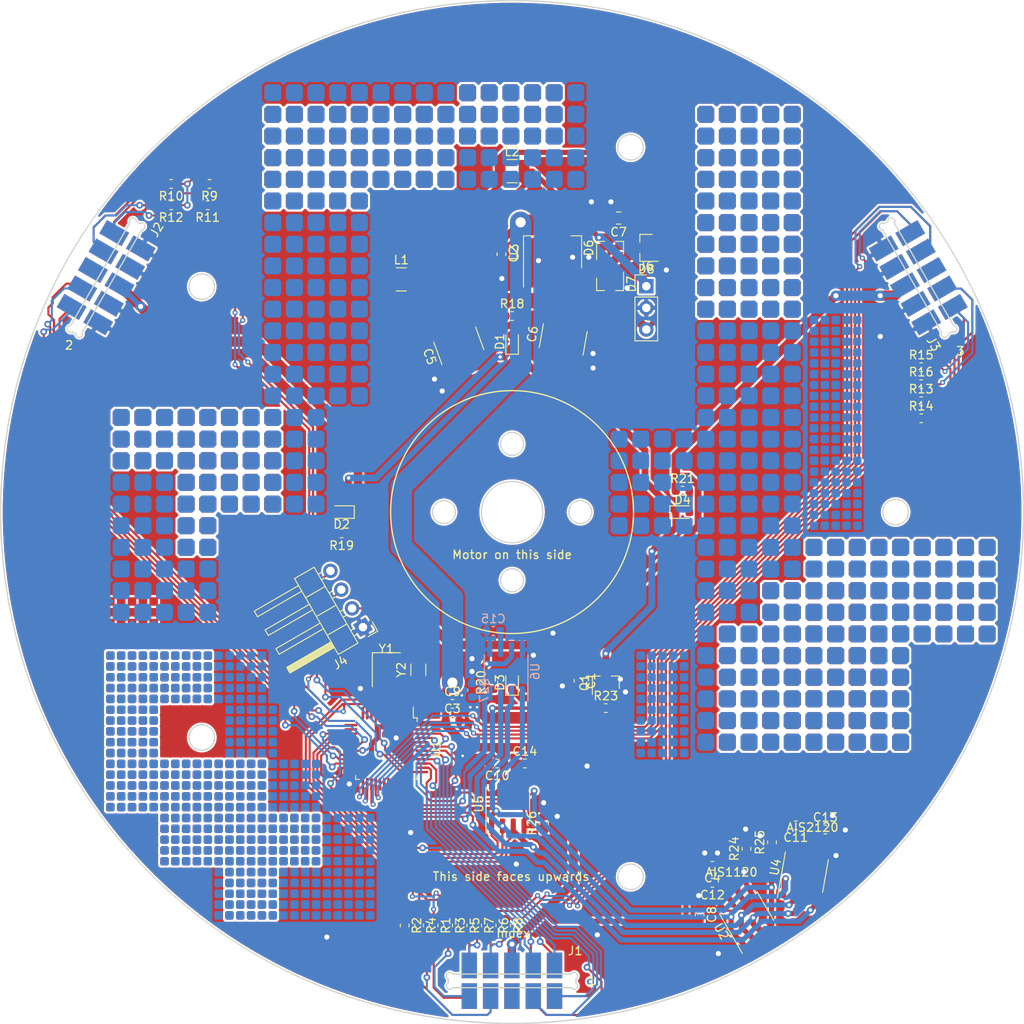
<source format=kicad_pcb>
(kicad_pcb (version 20201002) (generator pcbnew)

  (general
    (thickness 1.6)
  )

  (paper "A4")
  (layers
    (0 "F.Cu" signal)
    (31 "B.Cu" signal)
    (32 "B.Adhes" user "B.Adhesive")
    (33 "F.Adhes" user "F.Adhesive")
    (34 "B.Paste" user)
    (35 "F.Paste" user)
    (36 "B.SilkS" user "B.Silkscreen")
    (37 "F.SilkS" user "F.Silkscreen")
    (38 "B.Mask" user)
    (39 "F.Mask" user)
    (40 "Dwgs.User" user "User.Drawings")
    (41 "Cmts.User" user "User.Comments")
    (42 "Eco1.User" user "User.Eco1")
    (43 "Eco2.User" user "User.Eco2")
    (44 "Edge.Cuts" user)
    (45 "Margin" user)
    (46 "B.CrtYd" user "B.Courtyard")
    (47 "F.CrtYd" user "F.Courtyard")
    (48 "B.Fab" user)
    (49 "F.Fab" user)
  )

  (setup
    (stackup
      (layer "F.SilkS" (type "Top Silk Screen"))
      (layer "F.Paste" (type "Top Solder Paste"))
      (layer "F.Mask" (type "Top Solder Mask") (color "Green") (thickness 0.01))
      (layer "F.Cu" (type "copper") (thickness 0.035))
      (layer "dielectric 1" (type "core") (thickness 1.51) (material "FR4") (epsilon_r 4.5) (loss_tangent 0.02))
      (layer "B.Cu" (type "copper") (thickness 0.035))
      (layer "B.Mask" (type "Bottom Solder Mask") (color "Green") (thickness 0.01))
      (layer "B.Paste" (type "Bottom Solder Paste"))
      (layer "B.SilkS" (type "Bottom Silk Screen"))
      (copper_finish "None")
      (dielectric_constraints no)
    )
    (pcbplotparams
      (layerselection 0x00010fc_ffffffff)
      (usegerberextensions false)
      (usegerberattributes true)
      (usegerberadvancedattributes true)
      (creategerberjobfile true)
      (svguseinch false)
      (svgprecision 6)
      (excludeedgelayer true)
      (plotframeref false)
      (viasonmask false)
      (mode 1)
      (useauxorigin false)
      (hpglpennumber 1)
      (hpglpenspeed 20)
      (hpglpendiameter 15.000000)
      (psnegative false)
      (psa4output false)
      (plotreference true)
      (plotvalue true)
      (plotinvisibletext false)
      (sketchpadsonfab false)
      (subtractmaskfromsilk false)
      (outputformat 1)
      (mirror false)
      (drillshape 1)
      (scaleselection 1)
      (outputdirectory "")
    )
  )


  (net 0 "")
  (net 1 "GND")
  (net 2 "+3V3")
  (net 3 "Net-(C4-Pad1)")
  (net 4 "/DC_PREREG")
  (net 5 "Net-(D1-Pad2)")
  (net 6 "Net-(D2-Pad2)")
  (net 7 "Net-(D3-Pad2)")
  (net 8 "Net-(D4-Pad2)")
  (net 9 "/AC_IN_B")
  (net 10 "/AC_IN_A")
  (net 11 "/mesh_vert0up_0s")
  (net 12 "/mesh_vert0up_1s")
  (net 13 "/mesh_vert0up_1r")
  (net 14 "/mesh_vert0up_0r")
  (net 15 "/mesh_top_0r")
  (net 16 "/mesh_top_1r")
  (net 17 "/mesh_top_1s")
  (net 18 "/mesh_top_0s")
  (net 19 "Net-(J1-Pad3)")
  (net 20 "Net-(J1-Pad13)")
  (net 21 "/mesh_vert0dn_0s")
  (net 22 "Net-(J2-Pad3)")
  (net 23 "Net-(J2-Pad13)")
  (net 24 "/mesh_vert0dn_1s")
  (net 25 "/mesh_vert0dn_1r")
  (net 26 "/mesh_vert0dn_0r")
  (net 27 "/mesh_bot_0r")
  (net 28 "/mesh_bot_1r")
  (net 29 "Net-(J3-Pad3)")
  (net 30 "Net-(J3-Pad13)")
  (net 31 "/mesh_bot_1s")
  (net 32 "/mesh_bot_0s")
  (net 33 "/mesh_vert1up_0s")
  (net 34 "/mesh_vert1up_1s")
  (net 35 "/mesh_vert1up_1r")
  (net 36 "/mesh_vert1up_0r")
  (net 37 "/mesh_vert1dn_0s")
  (net 38 "/mesh_vert1dn_1s")
  (net 39 "/mesh_vert1dn_1r")
  (net 40 "/mesh_vert1dn_0r")
  (net 41 "/mesh_vert2up_0s")
  (net 42 "/mesh_vert2up_1s")
  (net 43 "/mesh_vert2up_1r")
  (net 44 "/mesh_vert2up_0r")
  (net 45 "/mesh_vert2dn_0s")
  (net 46 "/mesh_vert2dn_1s")
  (net 47 "/mesh_vert2dn_1r")
  (net 48 "/mesh_vert2dn_0r")
  (net 49 "/SWCLK")
  (net 50 "/SWDIO")
  (net 51 "/mesh_global_stim_0s")
  (net 52 "/mesh_global_stim_1s")
  (net 53 "/LED_TX")
  (net 54 "Net-(U1-Pad14)")
  (net 55 "Net-(U1-Pad36)")
  (net 56 "Net-(U1-Pad35)")
  (net 57 "/DBG_SENSE")
  (net 58 "/MOSI")
  (net 59 "/MISO")
  (net 60 "/SCK")
  (net 61 "/DBG_RX")
  (net 62 "/DBG_TX")
  (net 63 "/XT_HSE_B")
  (net 64 "/XT_HSE_A")
  (net 65 "/XT_LSE_B")
  (net 66 "/XT_LSE_A")
  (net 67 "Net-(U1-Pad2)")
  (net 68 "Net-(C13-Pad1)")
  (net 69 "Net-(C14-Pad1)")
  (net 70 "Net-(C15-Pad1)")
  (net 71 "/~AIS_CS1")
  (net 72 "/~AIS_CS2")
  (net 73 "/~AIS_CS3")
  (net 74 "/~AIS_CS4")
  (net 75 "Net-(D1-Pad1)")
  (net 76 "Net-(Q1-Pad1)")

  (module "Resistor_SMD:R_0603_1608Metric" (layer "F.Cu") (tedit 5B301BBD) (tstamp 0030cca1-9e37-4d03-b81b-3d50a8e5848f)
    (at 144.2 148.5 -90)
    (descr "Resistor SMD 0603 (1608 Metric), square (rectangular) end terminal, IPC_7351 nominal, (Body size source: http://www.tortai-tech.com/upload/download/2011102023233369053.pdf), generated with kicad-footprint-generator")
    (tags "resistor")
    (property "Reichelt" "Stock")
    (property "Sheet file" "C:/Users/jaseg/Documents/rotohsm/mech_pcbs/rotor_base_pcb/rotor_base_pcb.kicad_sch")
    (property "Sheet name" "")
    (path "/61f19ebe-0ac5-4fe8-b7f0-91569091e23e")
    (attr smd)
    (fp_text reference "R5" (at 0 -1.43 90) (layer "F.SilkS")
      (effects (font (size 1 1) (thickness 0.15)))
      (tstamp 0240228c-5741-4203-8b1a-b5e210381551)
    )
    (fp_text value "0" (at 0 1.43 90) (layer "F.Fab")
      (effects (font (size 1 1) (thickness 0.15)))
      (tstamp 494c99d1-8d06-4bcd-a800-dee52ece3918)
    )
    (fp_text user "${REFERENCE}" (at 0 0 90) (layer "F.Fab")
      (effects (font (size 0.4 0.4) (thickness 0.06)))
      (tstamp f9731ee6-f0c5-47c1-8480-863dcdbef0b6)
    )
    (fp_line (start -0.162779 -0.51) (end 0.162779 -0.51) (layer "F.SilkS") (width 0.12) (tstamp 571fbc79-3820-48a7-948e-5577186f9abc))
    (fp_line (start -0.162779 0.51) (end 0.162779 0.51) (layer "F.SilkS") (width 0.12) (tstamp 66faa2f9-768b-4cd7-8711-182075787a3b))
    (fp_line (start -1.48 -0.73) (end 1.48 -0.73) (layer "F.CrtYd") (width 0.05) (tstamp 1d741510-3946-4669-b8e7-882068d0b7b8))
    (fp_line (start -1.48 0.73) (end -1.48 -0.73) (layer "F.CrtYd") (width 0.05) (tstamp 31428b17-05f2-40a0-860c-c79c8f22b84f))
    (fp_line (start 1.48 0.73) (end -1.48 0.73) (layer "F.CrtYd") (width 0.05) (tstamp 851a66f0-f757-4564-b04b-65ebf696cc36))
    (fp_line (start 1.48 -0.73) (end 1.48 0.73) (layer "F.CrtYd") (width 0.05) (tstamp d15ed120-23fb-4ed0-8571-a09a9f07bb4d))
    (fp_line (start -0.8 0.4) (end -0.8 -0.4) (layer "F.Fab") (width 0.1) (tstamp 545fcbe3-fbf5-48f6-ab66-af70e4a3af81))
    (fp_line (start 0.8 0.4) (end -0.8 0.4) (layer "F.Fab") (width 0.1) (tstamp d0e12057-9e9f-495b-9044-d56eb00f380b))
    (fp_line (start 0.8 -0.4) (end 0.8 0.4) (layer "F.Fab") (width 0.1) (tstamp e8a5e9c1-f119-4e70-89d7-cae52f7951cc))
    (fp_line (start -0.8 -0.4) (end 0.8 -0.4) (layer "F.Fab") (width 0.1) (tstamp f088be0a-2bf9-425a-a247-69983cb31ea2))
    (pad "1" smd roundrect (at -0.7875 0 270) (size 0.875 0.95) (layers "F.Cu" "F.Paste" "F.Mask") (roundrect_rratio 0.25)
      (net 51 "/mesh_global_stim_0s") (tstamp adb952be-4041-4103-b7f9-cb6af024063b))
    (pad "2" smd roundrect (at 0.7875 0 270) (size 0.875 0.95) (layers "F.Cu" "F.Paste" "F.Mask") (roundrect_rratio 0.25)
      (net 18 "/mesh_top_0s") (tstamp 82833057-5f4c-460d-9ca4-ebb22063cd63))
    (model "${KISYS3DMOD}/Resistor_SMD.3dshapes/R_0603_1608Metric.wrl"
      (offset (xyz 0 0 0))
      (scale (xyz 1 1 1))
      (rotate (xyz 0 0 0))
    )
  )

  (module "Resistor_SMD:R_0603_1608Metric" (layer "F.Cu") (tedit 5B301BBD) (tstamp 01b3040b-e05f-48b3-9a27-bb9b847bb9bd)
    (at 198 83)
    (descr "Resistor SMD 0603 (1608 Metric), square (rectangular) end terminal, IPC_7351 nominal, (Body size source: http://www.tortai-tech.com/upload/download/2011102023233369053.pdf), generated with kicad-footprint-generator")
    (tags "resistor")
    (property "Reichelt" "Stock")
    (property "Sheet file" "C:/Users/jaseg/Documents/rotohsm/mech_pcbs/rotor_base_pcb/rotor_base_pcb.kicad_sch")
    (property "Sheet name" "")
    (path "/5cf9b135-1ca8-48a6-8df3-29e6d5949c89")
    (attr smd)
    (fp_text reference "R15" (at 0 -1.43) (layer "F.SilkS")
      (effects (font (size 1 1) (thickness 0.15)))
      (tstamp 6592b437-19ee-41a5-b6c1-aab6f252b8b5)
    )
    (fp_text value "0" (at 0 1.43) (layer "F.Fab")
      (effects (font (size 1 1) (thickness 0.15)))
      (tstamp 1ffc3bae-5cbd-415f-b61f-e5575317b344)
    )
    (fp_text user "${REFERENCE}" (at 0 0) (layer "F.Fab")
      (effects (font (size 0.4 0.4) (thickness 0.06)))
      (tstamp 7ebf1744-21ee-43d8-a232-695c73c0e2f2)
    )
    (fp_line (start -0.162779 0.51) (end 0.162779 0.51) (layer "F.SilkS") (width 0.12) (tstamp 2d4893c4-46c9-4553-9aa0-1e4a8bbfb83f))
    (fp_line (start -0.162779 -0.51) (end 0.162779 -0.51) (layer "F.SilkS") (width 0.12) (tstamp f2348551-65d8-49dd-a50c-f7ed17395a51))
    (fp_line (start 1.48 0.73) (end -1.48 0.73) (layer "F.CrtYd") (width 0.05) (tstamp 5b8e3b0d-b549-463b-bc0a-adca3b4d3aa9))
    (fp_line (start -1.48 0.73) (end -1.48 -0.73) (layer "F.CrtYd") (width 0.05) (tstamp 786e7eaa-8ac1-45d6-91db-f3bb34ae2147))
    (fp_line (start -1.48 -0.73) (end 1.48 -0.73) (layer "F.CrtYd") (width 0.05) (tstamp 977e148d-da6b-4db1-8221-e9d2d6550e98))
    (fp_line (start 1.48 -0.73) (end 1.48 0.73) (layer "F.CrtYd") (width 0.05) (tstamp af516cd1-9c8c-450c-8756-e7353f8cd030))
    (fp_line (start 0.8 -0.4) (end 0.8 0.4) (layer "F.Fab") (width 0.1) (tstamp 0ef39109-e592-4d2a-89ca-8e4a5e9ba46d))
    (fp_line (start -0.8 0.4) (end -0.8 -0.4) (layer "F.Fab") (width 0.1) (tstamp 766eaaca-3f62-468d-a483-b208d6758ec0))
    (fp_line (start 0.8 0.4) (end -0.8 0.4) (layer "F.Fab") (width 0.1) (tstamp 8d525ba2-2b4d-46b4-a044-be2717b3a984))
    (fp_line (start -0.8 -0.4) (end 0.8 -0.4) (layer "F.Fab") (width 0.1) (tstamp e4d0fdbf-b157-4be8-b308-3df04e2e280e))
    (pad "1" smd roundrect (at -0.7875 0) (size 0.875 0.95) (layers "F.Cu" "F.Paste" "F.Mask") (roundrect_rratio 0.25)
      (net 51 "/mesh_global_stim_0s") (tstamp ac7b2888-e4a3-4ca4-b3f4-c9446f0e65dc))
    (pad "2" smd roundrect (at 0.7875 0) (size 0.875 0.95) (layers "F.Cu" "F.Paste" "F.Mask") (roundrect_rratio 0.25)
      (net 45 "/mesh_vert2dn_0s") (tstamp d5c13bdd-c5a4-4c28-8f19-5ee15c8331f0))
    (model "${KISYS3DMOD}/Resistor_SMD.3dshapes/R_0603_1608Metric.wrl"
      (offset (xyz 0 0 0))
      (scale (xyz 1 1 1))
      (rotate (xyz 0 0 0))
    )
  )

  (module "Package_SO:SO-8_3.9x4.9mm_P1.27mm" (layer "F.Cu") (tedit 5C509AD1) (tstamp 066c9a90-9350-41f0-ad84-21ee45290216)
    (at 149.5 134.25 90)
    (descr "SO, 8 Pin (https://www.nxp.com/docs/en/data-sheet/PCF8523.pdf), generated with kicad-footprint-generator ipc_gullwing_generator.py")
    (tags "SO SO")
    (property "Reichelt" "Stock (TBD)")
    (property "Sheet file" "C:/Users/jaseg/Documents/rotohsm/mech_pcbs/rotor_base_pcb/rotor_base_pcb.kicad_sch")
    (property "Sheet name" "")
    (path "/7a0d0b5b-1bd2-4cc3-a5a0-d174fe6f3ae2")
    (attr smd)
    (fp_text reference "U5" (at 0 -3.4 90) (layer "F.SilkS")
      (effects (font (size 1 1) (thickness 0.15)))
      (tstamp 90b233d6-8dd2-410e-aee6-2272541b8b14)
    )
    (fp_text value "AIS1120SX" (at 0 3.4 90) (layer "F.Fab")
      (effects (font (size 1 1) (thickness 0.15)))
      (tstamp 8f9e5192-95a7-4eab-befe-4171c8164690)
    )
    (fp_text user "${REFERENCE}" (at 0 0 90) (layer "F.Fab")
      (effects (font (size 0.98 0.98) (thickness 0.15)))
      (tstamp 6e06573f-29b9-4290-bf36-69c951fcb081)
    )
    (fp_line (start 0 -2.56) (end 1.95 -2.56) (layer "F.SilkS") (width 0.12) (tstamp 150761a3-0ec6-409e-803a-173b9e44b66d))
    (fp_line (start 0 2.56) (end 1.95 2.56) (layer "F.SilkS") (width 0.12) (tstamp b567f7ae-d4ab-4db5-9998-d1ff64d4e661))
    (fp_line (start 0 2.56) (end -1.95 2.56) (layer "F.SilkS") (width 0.12) (tstamp bfa6a967-94b7-4a66-89e2-5eaf09e4a86b))
    (fp_line (start 0 -2.56) (end -3.45 -2.56) (layer "F.SilkS") (width 0.12) (tstamp c86ea067-d4cd-43c9-a7ae-3e865acd2dd8))
    (fp_line (start -3.7 2.7) (end 3.7 2.7) (layer "F.CrtYd") (width 0.05) (tstamp b65922a7-052e-4c7f-8e24-ee50368ac0b3))
    (fp_line (start 3.7 -2.7) (end -3.7 -2.7) (layer "F.CrtYd") (width 0.05) (tstamp c05becfd-92d8-4db8-8128-483c075c1806))
    (fp_line (start 3.7 2.7) (end 3.7 -2.7) (layer "F.CrtYd") (width 0.05) (tstamp c9290d68-dbd6-4c35-a7ff-67aa2fcf75a8))
    (fp_line (start -3.7 -2.7) (end -3.7 2.7) (layer "F.CrtYd") (width 0.05) (tstamp ec83bbb2-9f2d-448b-a666-4003df2d273e))
    (fp_line (start -1.95 2.45) (end -1.95 -1.475) (layer "F.Fab") (width 0.1) (tstamp 22126fa2-00ba-45c8-b575-4fe3ee0f2718))
    (fp_line (start 1.95 2.45) (end -1.95 2.45) (layer "F.Fab") (width 0.1) (tstamp 98791076-f04c-4552-9a15-df54008eb004))
    (fp_line (start 1.95 -2.45) (end 1.95 2.45) (layer "F.Fab") (width 0.1) (tstamp cf9799f7-ed0d-4a2a-91d3-6201a1fd8084))
    (fp_line (start -1.95 -1.475) (end -0.975 -2.45) (layer "F.Fab") (width 0.1) (tstamp d38443ae-b07c-436c-8b32-b4d362f0d4ab))
    (fp_line (start -0.975 -2.45) (end 1.95 -2.45) (layer "F.Fab") (width 0.1) (tstamp e79a88c3-63ef-4ce3-b02b-6438edde1169))
    (pad "1" smd roundrect (at -2.575 -1.905 90) (size 1.75 0.6) (layers "F.Cu" "F.Paste" "F.Mask") (roundrect_rratio 0.25)
      (net 60 "/SCK") (pinfunction "SCL") (tstamp 26e105ab-ebe5-46f3-9c00-5bc8c73d82a8))
    (pad "2" smd roundrect (at -2.575 -0.635 90) (size 1.75 0.6) (layers "F.Cu" "F.Paste" "F.Mask") (roundrect_rratio 0.25)
      (net 58 "/MOSI") (pinfunction "SDI") (tstamp 7deeaf64-e678-49f1-b1a5-10ba0369a3b5))
    (pad "3" smd roundrect (at -2.575 0.635 90) (size 1.75 0.6) (layers "F.Cu" "F.Paste" "F.Mask") (roundrect_rratio 0.25)
      (net 59 "/MISO") (pinfunction "SDO") (tstamp 53e3a129-c41b-4ecb-9be3-5af79a651b09))
    (pad "4" smd roundrect (at -2.575 1.905 90) (size 1.75 0.6) (layers "F.Cu" "F.Paste" "F.Mask") (roundrect_rratio 0.25)
      (net 73 "/~AIS_CS3") (pinfunction "CS") (tstamp de603224-b93c-49c9-866b-1c62c2c3276c))
    (pad "5" smd roundrect (at 2.575 1.905 90) (size 1.75 0.6) (layers "F.Cu" "F.Paste" "F.Mask") (roundrect_rratio 0.25)
      (net 1 "GND") (pinfunction "GND") (tstamp fed33bf7-6115-425a-81c0-cc71e7dace73))
    (pad "6" smd roundrect (at 2.575 0.635 90) (size 1.75 0.6) (layers "F.Cu" "F.Paste" "F.Mask") (roundrect_rratio 0.25)
      (net 69 "Net-(C14-Pad1)") (pinfunction "VREG") (tstamp 75df39e3-8081-4f0f-95b0-9203859f509d))
    (pad "7" smd roundrect (at 2.575 -0.635 90) (size 1.75 0.6) (layers "F.Cu" "F.Paste" "F.Mask") (roundrect_rratio 0.25)
      (net 2 "+3V3") (pinfunction "VDD") (tstamp 603eb265-dc65-4d61-8fd0-35e59736d4db))
    (pad "8" smd roundrect (at 2.575 -1.905 90) (size 1.75 0.6) (layers "F.Cu" "F.Paste" "F.Mask") (roundrect_rratio 0.25)
      (net 1 "GND") (pinfunction "MP") (tstamp 49be4cd1-9aa4-4bc3-bab5-2df64e5b67d7))
    (model "${KISYS3DMOD}/Package_SO.3dshapes/SO-8_3.9x4.9mm_P1.27mm.wrl"
      (offset (xyz 0 0 0))
      (scale (xyz 1 1 1))
      (rotate (xyz 0 0 0))
    )
  )

  (module "Resistor_SMD:R_0603_1608Metric" (layer "F.Cu") (tedit 5B301BBD) (tstamp 0a44c48b-df19-47e8-b0ed-ff131e6ce16c)
    (at 149.3 148.5 -90)
    (descr "Resistor SMD 0603 (1608 Metric), square (rectangular) end terminal, IPC_7351 nominal, (Body size source: http://www.tortai-tech.com/upload/download/2011102023233369053.pdf), generated with kicad-footprint-generator")
    (tags "resistor")
    (property "Reichelt" "Stock")
    (property "Sheet file" "C:/Users/jaseg/Documents/rotohsm/mech_pcbs/rotor_base_pcb/rotor_base_pcb.kicad_sch")
    (property "Sheet name" "")
    (path "/c47d523e-a80c-48c2-a3c9-6a9c96e3ddc6")
    (attr smd)
    (fp_text reference "R8" (at 0 -1.43 90) (layer "F.SilkS")
      (effects (font (size 1 1) (thickness 0.15)))
      (tstamp 12dbb2c5-6d0b-42b5-a88f-f7bbbe07bc79)
    )
    (fp_text value "0" (at 0 1.43 90) (layer "F.Fab")
      (effects (font (size 1 1) (thickness 0.15)))
      (tstamp 929f49ae-ac2e-47fb-a6f1-5f7e44c43589)
    )
    (fp_text user "${REFERENCE}" (at 0 0 90) (layer "F.Fab")
      (effects (font (size 0.4 0.4) (thickness 0.06)))
      (tstamp ca763d7a-76f6-4bdf-bea2-544ccadc5678)
    )
    (fp_line (start -0.162779 -0.51) (end 0.162779 -0.51) (layer "F.SilkS") (width 0.12) (tstamp 2a1c1a9f-17ab-425a-bc07-b53cad0c7158))
    (fp_line (start -0.162779 0.51) (end 0.162779 0.51) (layer "F.SilkS") (width 0.12) (tstamp 4e44d27a-6de3-440b-9ca9-0133daca3455))
    (fp_line (start 1.48 -0.73) (end 1.48 0.73) (layer "F.CrtYd") (width 0.05) (tstamp 2e3605d3-8b27-4fc4-9835-b7838876f5fb))
    (fp_line (start -1.48 0.73) (end -1.48 -0.73) (layer "F.CrtYd") (width 0.05) (tstamp a0d163be-b27c-4f06-9f51-c8e89ae12028))
    (fp_line (start 1.48 0.73) (end -1.48 0.73) (layer "F.CrtYd") (width 0.05) (tstamp a3b39d80-75f0-453c-adec-b32e8eb67ea7))
    (fp_line (start -1.48 -0.73) (end 1.48 -0.73) (layer "F.CrtYd") (width 0.05) (tstamp e29c2ae6-eae1-4ecb-9f5f-2c9c0145fca0))
    (fp_line (start -0.8 -0.4) (end 0.8 -0.4) (layer "F.Fab") (width 0.1) (tstamp 02daf059-6da1-4364-9275-bfa23240aec2))
    (fp_line (start -0.8 0.4) (end -0.8 -0.4) (layer "F.Fab") (width 0.1) (tstamp 0d560913-4951-4f85-b4f5-cf97d0d5dbce))
    (fp_line (start 0.8 0.4) (end -0.8 0.4) (layer "F.Fab") (width 0.1) (tstamp 68d02529-f09d-49f4-a52f-6a587300546b))
    (fp_line (start 0.8 -0.4) (end 0.8 0.4) (layer "F.Fab") (width 0.1) (tstamp 9ee05ead-e085-4797-9697-7a7de833b631))
    (pad "1" smd roundrect (at -0.7875 0 270) (size 0.875 0.95) (layers "F.Cu" "F.Paste" "F.Mask") (roundrect_rratio 0.25)
      (net 52 "/mesh_global_stim_1s") (tstamp df05cebc-8d6f-4bb4-bcb9-33229cf3316c))
    (pad "2" smd roundrect (at 0.7875 0 270) (size 0.875 0.95) (layers "F.Cu" "F.Paste" "F.Mask") (roundrect_rratio 0.25)
      (net 31 "/mesh_bot_1s") (tstamp 69bdcb64-b624-4210-9a88-b5ab9f50781b))
    (model "${KISYS3DMOD}/Resistor_SMD.3dshapes/R_0603_1608Metric.wrl"
      (offset (xyz 0 0 0))
      (scale (xyz 1 1 1))
      (rotate (xyz 0 0 0))
    )
  )

  (module "common_footprints:5x5_proto_array_1.27" (layer "F.Cu") (tedit 5F805F0D) (tstamp 0fd7f840-98b0-4b83-9926-7bde00f74d42)
    (at 111.76 132.08)
    (attr through_hole)
    (fp_text reference "REF**" (at 0 -0.5 unlocked) (layer "F.SilkS") hide
      (effects (font (size 1 1) (thickness 0.15)))
      (tstamp f9bf0039-7c77-4718-8d04-9a41cd50d135)
    )
    (fp_text value "5x5_proto_array_1.27" (at 0 1 unlocked) (layer "F.Fab") hide
      (effects (font (size 1 1) (thickness 0.15)))
      (tstamp a2466d2e-21c0-4f7f-b7e4-4431d122b469)
    )
    (pad "0" smd roundrect (at -2.54 2.54) (size 1 1) (layers "F.Cu" "F.Mask") (roundrect_rratio 0.25)
      (chamfer_ratio 0.15) (chamfer top_left top_right bottom_left bottom_right) (tstamp 5f851ff6-f92b-42dd-96ba-fea828cfaaa6))
    (pad "0" smd roundrect (at -2.54 -2.54) (size 1 1) (layers "F.Cu" "F.Mask") (roundrect_rratio 0.25)
      (chamfer_ratio 0.15) (chamfer top_left top_right bottom_left bottom_right) (tstamp 9c35f6be-e976-4450-9657-bc06f98a51aa))
    (pad "0" smd roundrect (at -2.54 -1.27) (size 1 1) (layers "F.Cu" "F.Mask") (roundrect_rratio 0.25)
      (chamfer_ratio 0.15) (chamfer top_left top_right bottom_left bottom_right) (tstamp a40d34e1-eaea-41ad-b466-834ef6fadb99))
    (pad "0" smd roundrect (at -2.54 0) (size 1 1) (layers "F.Cu" "F.Mask") (roundrect_rratio 0.25)
      (chamfer_ratio 0.15) (chamfer top_left top_right bottom_left bottom_right) (tstamp bd19c19b-19dd-49a7-bbc3-e778712194a3))
    (pad "0" smd roundrect (at -2.54 1.27) (size 1 1) (layers "F.Cu" "F.Mask") (roundrect_rratio 0.25)
      (chamfer_ratio 0.15) (chamfer top_left top_right bottom_left bottom_right) (tstamp e26a034a-31ab-45da-8f67-341b44e7e573))
    (pad "1" smd roundrect (at -1.27 2.54) (size 1 1) (layers "F.Cu" "F.Mask") (roundrect_rratio 0.25)
      (chamfer_ratio 0.15) (chamfer top_left top_right bottom_left bottom_right) (tstamp 193cd745-1929-4fca-b271-3cc5feebe1a0))
    (pad "1" smd roundrect (at -1.27 1.27) (size 1 1) (layers "F.Cu" "F.Mask") (roundrect_rratio 0.25)
      (chamfer_ratio 0.15) (chamfer top_left top_right bottom_left bottom_right) (tstamp 45b6c670-97d2-4d69-af57-ccbe11bf9ef4))
    (pad "1" smd roundrect (at -1.27 -2.54) (size 1 1) (layers "F.Cu" "F.Mask") (roundrect_rratio 0.25)
      (chamfer_ratio 0.15) (chamfer top_left top_right bottom_left bottom_right) (tstamp 948cbe89-048a-4599-a626-a8b819bf3667))
    (pad "1" smd roundrect (at -1.27 0) (size 1 1) (layers "F.Cu" "F.Mask") (roundrect_rratio 0.25)
      (chamfer_ratio 0.15) (chamfer top_left top_right bottom_left bottom_right) (tstamp a8b4877d-368f-49d6-9e53-977515c67b7f))
    (pad "1" smd roundrect (at -1.27 -1.27) (size 1 1) (layers "F.Cu" "F.Mask") (roundrect_rratio 0.25)
      (chamfer_ratio 0.15) (chamfer top_left top_right bottom_left bottom_right) (tstamp f1210cf2-3a92-426b-a7f1-755428f9a06b))
    (pad "2" smd roundrect (at 0 -2.54) (size 1 1) (layers "F.Cu" "F.Mask") (roundrect_rratio 0.25)
      (chamfer_ratio 0.15) (chamfer top_left top_right bottom_left bottom_right) (tstamp 50f98f08-0fc2-4bb2-9be9-be002e426a57))
    (pad "2" smd roundrect (at 0 -1.27) (size 1 1) (layers "F.Cu" "F.Mask") (roundrect_rratio 0.25)
      (chamfer_ratio 0.15) (chamfer top_left top_right bottom_left bottom_right) (tstamp 562b6aaa-d402-4eb0-a4b7-98ab474e74ba))
    (pad "2" smd roundrect (at 0 1.27) (size 1 1) (layers "F.Cu" "F.Mask") (roundrect_rratio 0.25)
      (chamfer_ratio 0.15) (chamfer top_left top_right bottom_left bottom_right) (tstamp 6c8fbf4d-71be-46c7-b7fd-0b0c0924bd2c))
    (pad "2" smd roundrect (at 0 2.54) (size 1 1) (layers "F.Cu" "F.Mask") (roundrect_rratio 0.25)
      (chamfer_ratio 0.15) (chamfer top_left top_right bottom_left bottom_right) (tstamp a7ec6501-3ae8-4fa7-a1c6-c0ded9c9e3e9))
    (pad "2" smd roundrect (at 0 0) (size 1 1) (layers "F.Cu" "F.Mask") (roundrect_rratio 0.25)
      (chamfer_ratio 0.15) (chamfer top_left top_right bottom_left bottom_right) (tstamp c3e1e8d9-5cab-4186-9395-1e9f4ac586f8))
    (pad "3" smd roundrect (at 1.27 2.54) (size 1 1) (layers "F.Cu" "F.Mask") (roundrect_rratio 0.25)
      (chamfer_ratio 0.15) (chamfer top_left top_right bottom_left bottom_right) (tstamp 71378965-6bf9-493e-95a1-228e4f8fe866))
    (pad "3" smd roundrect (at 1.27 0) (size 1 1) (layers "F.Cu" "F.Mask") (roundrect_rratio 0.25)
      (chamfer_ratio 0.15) (chamfer top_left top_right bottom_left bottom_right) (tstamp 923175c0-7b43-41bf-bcd5-577aeb53d8a3))
    (pad "3" smd roundrect (at 1.27 1.27) (size 1 1) (layers "F.Cu" "F.Mask") (roundrect_rratio 0.25)
      (chamfer_ratio 0.15) (chamfer top_left top_right bottom_left bottom_right) (tstamp ef6ab8e7-c13f-4c46-9a90-031c1a916898))
    (pad "3" smd roundrect (at 1.27 -2.54) (size 1 1) (layers "F.Cu" "F.Mask") (roundrect_rratio 0.25)
      (chamfer_ratio 0.15) (chamfer top_left top_right bottom_left bottom_right) (tstamp f47863ed-083c-49c3-b9b0-b5f0b7916d25))
    (pad "3" smd roundrect (at 1.27 -1.27) (size 1 1) (layers "F.Cu" "F.Mask") (roundrect_rratio 0.25)
      (chamfer_ratio 0.15) (chamfer top_left top_right bottom_left bottom_right) (tstamp ff3c2b11-e002-4ecc-89f0-7e11185376fa))
    (pad "4" smd roundrect (at 2.54 -2.54) (size 1 1) (layers "F.Cu" "F.Mask") (roundrect_rratio 0.25)
      (chamfer_ratio 0.15) (chamfer top_left top_right bottom_left bottom_right) (tstamp 2b45a8c7-5ae1-4c98-8273-d3da5418feb4))
    (pad "4" smd roundrect (at 2.54 0) (size 1 1) (layers "F.Cu" "F.Mask") (roundrect_rratio 0.25)
      (chamfer_ratio 0.15) (chamfer top_left top_right bottom_left bottom_right) (tstamp 44d859a6-5fc9-4b31-ae4e-04492a337a11))
    (pad "4" smd roundrect (at 2.54 1.27) (size 1 1) (layers "F.Cu" "F.Mask") (roundrect_rratio 0.25)
      (chamfer_ratio 0.15) (chamfer top_left top_right bottom_left bottom_right) (tstamp 47a4a805-86fd-414c-a791-509ac76592bd))
    (pad "4" smd roundrect (at 2.54 2.54) (size 1 1) (layers "F.Cu" "F.Mask") (roundrect_rratio 0.25)
      (chamfer_ratio 0.15) (chamfer top_left top_right bottom_left bottom_right) (tstamp 81688c0b-caf6-49ed-a583-b8ab7d9bc0f7))
    (pad "4" smd roundrect (at 2.54 -1.27) (size 1 1) (layers "F.Cu" "F.Mask") (roundrect_rratio 0.25)
      (chamfer_ratio 0.15) (chamfer top_left top_right bottom_left bottom_right) (tstamp ea33b076-b975-407e-a97e-bd7f9541103b))
  )

  (module "Capacitor_SMD:C_0603_1608Metric" (layer "F.Cu") (tedit 5B301BBE) (tstamp 1456e116-33d8-4df6-84a5-06083aba6b03)
    (at 173.5 143.5 180)
    (descr "Capacitor SMD 0603 (1608 Metric), square (rectangular) end terminal, IPC_7351 nominal, (Body size source: http://www.tortai-tech.com/upload/download/2011102023233369053.pdf), generated with kicad-footprint-generator")
    (tags "capacitor")
    (property "Reichelt" "X7R-G0603 100N")
    (property "Sheet file" "C:/Users/jaseg/Documents/rotohsm/mech_pcbs/rotor_base_pcb/rotor_base_pcb.kicad_sch")
    (property "Sheet name" "")
    (path "/66f86923-ef92-42a1-922e-41f32db77f54")
    (attr smd)
    (fp_text reference "C12" (at 0 -1.43) (layer "F.SilkS")
      (effects (font (size 1 1) (thickness 0.15)))
      (tstamp be1f3e9f-4b26-4183-b31a-fdc74417bba2)
    )
    (fp_text value "100n" (at 0 1.43) (layer "F.Fab")
      (effects (font (size 1 1) (thickness 0.15)))
      (tstamp 761efba8-c66f-4f14-bccd-c5fa6d3fff1f)
    )
    (fp_text user "${REFERENCE}" (at 0 0) (layer "F.Fab")
      (effects (font (size 0.4 0.4) (thickness 0.06)))
      (tstamp 4b1ff772-090f-4396-94b7-bce416b713a4)
    )
    (fp_line (start -0.162779 -0.51) (end 0.162779 -0.51) (layer "F.SilkS") (width 0.12) (tstamp 21ed1746-72a9-4547-a3f2-f53d38bb7a1e))
    (fp_line (start -0.162779 0.51) (end 0.162779 0.51) (layer "F.SilkS") (width 0.12) (tstamp c2af6ccc-08e5-4411-a7db-3b7179aec586))
    (fp_line (start 1.48 0.73) (end -1.48 0.73) (layer "F.CrtYd") (width 0.05) (tstamp 691fdcca-151c-430f-bf8b-b85b982299c5))
    (fp_line (start 1.48 -0.73) (end 1.48 0.73) (layer "F.CrtYd") (width 0.05) (tstamp 72e2933d-5dfe-4aa4-8b6b-a98bfce3c079))
    (fp_line (start -1.48 -0.73) (end 1.48 -0.73) (layer "F.CrtYd") (width 0.05) (tstamp a10ebc9b-5eb1-459b-b8c7-1a0fef683819))
    (fp_line (start -1.48 0.73) (end -1.48 -0.73) (layer "F.CrtYd") (width 0.05) (tstamp fad550dd-4223-4e41-a433-6c1479d519be))
    (fp_line (start 0.8 0.4) (end -0.8 0.4) (layer "F.Fab") (width 0.1) (tstamp 5abcfb5b-68ef-40fd-b2b1-47617c639276))
    (fp_line (start -0.8 0.4) (end -0.8 -0.4) (layer "F.Fab") (width 0.1) (tstamp 759cb160-2cd2-43b7-94b9-ac7be38d1388))
    (fp_line (start 0.8 -0.4) (end 0.8 0.4) (layer "F.Fab") (width 0.1) (tstamp 8aa65a2c-975d-4f04-b410-1bad34918465))
    (fp_line (start -0.8 -0.4) (end 0.8 -0.4) (layer "F.Fab") (width 0.1) (tstamp ff9bb5b1-25b1-4323-b1f3-ae7ae91f1c9a))
    (pad "1" smd roundrect (at -0.7875 0 180) (size 0.875 0.95) (layers "F.Cu" "F.Paste" "F.Mask") (roundrect_rratio 0.25)
      (net 2 "+3V3") (tstamp e169bb95-57f8-40f2-b3a0-09a31a841c8f))
    (pad "2" smd roundrect (at 0.7875 0 180) (size 0.875 0.95) (layers "F.Cu" "F.Paste" "F.Mask") (roundrect_rratio 0.25)
      (net 1 "GND") (tstamp 4bc5b079-53f1-4594-ad04-d0b725325ea6))
    (model "${KISYS3DMOD}/Capacitor_SMD.3dshapes/C_0603_1608Metric.wrl"
      (offset (xyz 0 0 0))
      (scale (xyz 1 1 1))
      (rotate (xyz 0 0 0))
    )
  )

  (module "common_footprints:5x5_proto_array_1.27" (layer "F.Cu") (tedit 5F805F0D) (tstamp 15df2d2c-c0ad-4b21-87e5-0059cb029a44)
    (at 99.06 119.38)
    (attr through_hole)
    (fp_text reference "REF**" (at 0 -0.5 unlocked) (layer "F.SilkS") hide
      (effects (font (size 1 1) (thickness 0.15)))
      (tstamp 4781a5a2-14a1-49a1-bdb7-98ca6ba8bc8d)
    )
    (fp_text value "5x5_proto_array_1.27" (at 0 1 unlocked) (layer "F.Fab") hide
      (effects (font (size 1 1) (thickness 0.15)))
      (tstamp ca62c6ec-1d3e-4174-b3e5-f5308844682b)
    )
    (pad "0" smd roundrect (at -2.54 2.54) (size 1 1) (layers "F.Cu" "F.Mask") (roundrect_rratio 0.25)
      (chamfer_ratio 0.15) (chamfer top_left top_right bottom_left bottom_right) (tstamp 6211b74a-94eb-426e-97b4-976f5c051831))
    (pad "0" smd roundrect (at -2.54 1.27) (size 1 1) (layers "F.Cu" "F.Mask") (roundrect_rratio 0.25)
      (chamfer_ratio 0.15) (chamfer top_left top_right bottom_left bottom_right) (tstamp 730beb55-534d-496b-82a5-bed1f5cbf501))
    (pad "0" smd roundrect (at -2.54 0) (size 1 1) (layers "F.Cu" "F.Mask") (roundrect_rratio 0.25)
      (chamfer_ratio 0.15) (chamfer top_left top_right bottom_left bottom_right) (tstamp c39aee68-de0b-4eb1-9584-e38b16ac5007))
    (pad "0" smd roundrect (at -2.54 -2.54) (size 1 1) (layers "F.Cu" "F.Mask") (roundrect_rratio 0.25)
      (chamfer_ratio 0.15) (chamfer top_left top_right bottom_left bottom_right) (tstamp c5d26390-8fa8-4d9c-b03c-0110dc871c69))
    (pad "0" smd roundrect (at -2.54 -1.27) (size 1 1) (layers "F.Cu" "F.Mask") (roundrect_rratio 0.25)
      (chamfer_ratio 0.15) (chamfer top_left top_right bottom_left bottom_right) (tstamp f42e83c9-4a0f-46c6-b401-64a94f1f7047))
    (pad "1" smd roundrect (at -1.27 -1.27) (size 1 1) (layers "F.Cu" "F.Mask") (roundrect_rratio 0.25)
      (chamfer_ratio 0.15) (chamfer top_left top_right bottom_left bottom_right) (tstamp 879b4429-4f17-471b-9b95-bf4cc5517414))
    (pad "1" smd roundrect (at -1.27 1.27) (size 1 1) (layers "F.Cu" "F.Mask") (roundrect_rratio 0.25)
      (chamfer_ratio 0.15) (chamfer top_left top_right bottom_left bottom_right) (tstamp 991bfdb7-f609-42d1-ba4b-8f9ac2a46e3a))
    (pad "1" smd roundrect (at -1.27 2.54) (size 1 1) (layers "F.Cu" "F.Mask") (roundrect_rratio 0.25)
      (chamfer_ratio 0.15) (chamfer top_left top_right bottom_left bottom_right) (tstamp a9da4d0c-0236-4c1a-b5d7-cccb5f625a03))
    (pad "1" smd roundrect (at -1.27 -2.54) (size 1 1) (layers "F.Cu" "F.Mask") (roundrect_rratio 0.25)
      (chamfer_ratio 0.15) (chamfer top_left top_right bottom_left bottom_right) (tstamp d7e467a2-67f6-4ea8-9e7f-4d0b679d12df))
    (pad "1" smd roundrect (at -1.27 0) (size 1 1) (layers "F.Cu" "F.Mask") (roundrect_rratio 0.25)
      (chamfer_ratio 0.15) (chamfer top_left top_right bottom_left bottom_right) (tstamp e74f012e-3ba2-45c3-b607-1425a15845b3))
    (pad "2" smd roundrect (at 0 -1.27) (size 1 1) (layers "F.Cu" "F.Mask") (roundrect_rratio 0.25)
      (chamfer_ratio 0.15) (chamfer top_left top_right bottom_left bottom_right) (tstamp 2366a885-623d-45e0-a467-9c79b4718362))
    (pad "2" smd roundrect (at 0 0) (size 1 1) (layers "F.Cu" "F.Mask") (roundrect_rratio 0.25)
      (chamfer_ratio 0.15) (chamfer top_left top_right bottom_left bottom_right) (tstamp 54c284f3-9154-44de-aef4-1a9131c7f794))
    (pad "2" smd roundrect (at 0 1.27) (size 1 1) (layers "F.Cu" "F.Mask") (roundrect_rratio 0.25)
      (chamfer_ratio 0.15) (chamfer top_left top_right bottom_left bottom_right) (tstamp c6070ee3-7df1-4c2e-9163-f7d5312125bb))
    (pad "2" smd roundrect (at 0 -2.54) (size 1 1) (layers "F.Cu" "F.Mask") (roundrect_rratio 0.25)
      (chamfer_ratio 0.15) (chamfer top_left top_right bottom_left bottom_right) (tstamp e6fb61be-6024-4773-933d-f0a79c399222))
    (pad "2" smd roundrect (at 0 2.54) (size 1 1) (layers "F.Cu" "F.Mask") (roundrect_rratio 0.25)
      (chamfer_ratio 0.15) (chamfer top_left top_right bottom_left bottom_right) (tstamp fa0dedc7-6ecc-4f18-a2a4-b5e09911dcea))
    (pad "3" smd roundrect (at 1.27 2.54) (size 1 1) (layers "F.Cu" "F.Mask") (roundrect_rratio 0.25)
      (chamfer_ratio 0.15) (chamfer top_left top_right bottom_left bottom_right) (tstamp 028337cd-707c-41f3-acac-2b111c4d23ac))
    (pad "3" smd roundrect (at 1.27 -1.27) (size 1 1) (layers "F.Cu" "F.Mask") (roundrect_rratio 0.25)
      (chamfer_ratio 0.15) (chamfer top_left top_right bottom_left bottom_right) (tstamp 330508ff-7320-476a-ae8e-767031a17cb1))
    (pad "3" smd roundrect (at 1.27 -2.54) (size 1 1) (layers "F.Cu" "F.Mask") (roundrect_rratio 0.25)
      (chamfer_ratio 0.15) (chamfer top_left top_right bottom_left bottom_right) (tstamp 3b44348f-9429-4561-bf9f-aa219f7edff9))
    (pad "3" smd roundrect (at 1.27 1.27) (size 1 1) (layers "F.Cu" "F.Mask") (roundrect_rratio 0.25)
      (chamfer_ratio 0.15) (chamfer top_left top_right bottom_left bottom_right) (tstamp 62b9c871-a703-42f4-a0c9-c76ad75f2392))
    (pad "3" smd roundrect (at 1.27 0) (size 1 1) (layers "F.Cu" "F.Mask") (roundrect_rratio 0.25)
      (chamfer_ratio 0.15) (chamfer top_left top_right bottom_left bottom_right) (tstamp d068741f-b878-4df2-869d-8e2c01714657))
    (pad "4" smd roundrect (at 2.54 -1.27) (size 1 1) (layers "F.Cu" "F.Mask") (roundrect_rratio 0.25)
      (chamfer_ratio 0.15) (chamfer top_left top_right bottom_left bottom_right) (tstamp 15a8623e-bf28-4efa-b4e8-8bdb0ea5c9bc))
    (pad "4" smd roundrect (at 2.54 2.54) (size 1 1) (layers "F.Cu" "F.Mask") (roundrect_rratio 0.25)
      (chamfer_ratio 0.15) (chamfer top_left top_right bottom_left bottom_right) (tstamp 2d77ac49-67db-4396-94b0-90f06d5d6960))
    (pad "4" smd roundrect (at 2.54 -2.54) (size 1 1) (layers "F.Cu" "F.Mask") (roundrect_rratio 0.25)
      (chamfer_ratio 0.15) (chamfer top_left top_right bottom_left bottom_right) (tstamp 390fc532-bdc3-4d74-a8ff-6aa42902fcef))
    (pad "4" smd roundrect (at 2.54 1.27) (size 1 1) (layers "F.Cu" "F.Mask") (roundrect_rratio 0.25)
      (chamfer_ratio 0.15) (chamfer top_left top_right bottom_left bottom_right) (tstamp 585d4cb4-3698-44e1-b607-5b9ea2cfca6e))
    (pad "4" smd roundrect (at 2.54 0) (size 1 1) (layers "F.Cu" "F.Mask") (roundrect_rratio 0.25)
      (chamfer_ratio 0.15) (chamfer top_left top_right bottom_left bottom_right) (tstamp c6274074-9fc2-48aa-961a-d28e3c01da68))
  )

  (module "common_footprints:5x5_proto_array_2.54" (layer "F.Cu") (tedit 5F805ECF) (tstamp 18636457-86ab-478d-a029-62a7d9c7c147)
    (at 190.5 119.38)
    (attr through_hole)
    (fp_text reference "REF**" (at 0 -0.5 unlocked) (layer "F.SilkS") hide
      (effects (font (size 1 1) (thickness 0.15)))
      (tstamp c0bf94a3-e67b-4a53-b8cf-05d914c2781c)
    )
    (fp_text value "5x5_proto_array_2.54" (at 0 1 unlocked) (layer "F.Fab") hide
      (effects (font (size 1 1) (thickness 0.15)))
      (tstamp 4c1b8330-cb55-420b-bf2b-38221bb2e1e6)
    )
    (pad "0" smd roundrect (at -5.08 0) (size 2 2) (layers "F.Cu" "F.Mask") (roundrect_rratio 0.25)
      (chamfer_ratio 0.15) (chamfer top_left top_right bottom_left bottom_right) (tstamp 2d6b9500-cf79-4c80-8da9-8ad23c33a8b7))
    (pad "0" smd roundrect (at -5.08 5.08) (size 2 2) (layers "F.Cu" "F.Mask") (roundrect_rratio 0.25)
      (chamfer_ratio 0.15) (chamfer top_left top_right bottom_left bottom_right) (tstamp 35565dd5-5b8e-4d4b-a540-9463b734a777))
    (pad "0" smd roundrect (at -5.08 -2.54) (size 2 2) (layers "F.Cu" "F.Mask") (roundrect_rratio 0.25)
      (chamfer_ratio 0.15) (chamfer top_left top_right bottom_left bottom_right) (tstamp 6208a5fc-3d4e-43ef-bafd-f483e26b6e3d))
    (pad "0" smd roundrect (at -5.08 -5.08) (size 2 2) (layers "F.Cu" "F.Mask") (roundrect_rratio 0.25)
      (chamfer_ratio 0.15) (chamfer top_left top_right bottom_left bottom_right) (tstamp 62fd6632-cd58-4fb9-b0cb-3b2d0c56c640))
    (pad "0" smd roundrect (at -5.08 2.54) (size 2 2) (layers "F.Cu" "F.Mask") (roundrect_rratio 0.25)
      (chamfer_ratio 0.15) (chamfer top_left top_right bottom_left bottom_right) (tstamp d57396db-8bde-4e0f-b629-cdfd8d8c2ff1))
    (pad "1" smd roundrect (at -2.54 -2.54) (size 2 2) (layers "F.Cu" "F.Mask") (roundrect_rratio 0.25)
      (chamfer_ratio 0.15) (chamfer top_left top_right bottom_left bottom_right) (tstamp 238b0ded-7d7c-4c98-a1d2-d748f6fa29eb))
    (pad "1" smd roundrect (at -2.54 -5.08) (size 2 2) (layers "F.Cu" "F.Mask") (roundrect_rratio 0.25)
      (chamfer_ratio 0.15) (chamfer top_left top_right bottom_left bottom_right) (tstamp 4cafb98f-67f8-4820-9efa-8131bdf2fbf4))
    (pad "1" smd roundrect (at -2.54 0) (size 2 2) (layers "F.Cu" "F.Mask") (roundrect_rratio 0.25)
      (chamfer_ratio 0.15) (chamfer top_left top_right bottom_left bottom_right) (tstamp 548088b8-653b-46a5-ba4b-214d24b62d06))
    (pad "1" smd roundrect (at -2.54 2.54) (size 2 2) (layers "F.Cu" "F.Mask") (roundrect_rratio 0.25)
      (chamfer_ratio 0.15) (chamfer top_left top_right bottom_left bottom_right) (tstamp 754aec84-4ee1-4607-9686-2f05b125b8cd))
    (pad "1" smd roundrect (at -2.54 5.08) (size 2 2) (layers "F.Cu" "F.Mask") (roundrect_rratio 0.25)
      (chamfer_ratio 0.15) (chamfer top_left top_right bottom_left bottom_right) (tstamp f13b91d1-821d-4107-896a-fade55fb287e))
    (pad "2" smd roundrect (at 0 5.08) (size 2 2) (layers "F.Cu" "F.Mask") (roundrect_rratio 0.25)
      (chamfer_ratio 0.15) (chamfer top_left top_right bottom_left bottom_right) (tstamp 4d3022cf-ca5e-40bd-b7b9-45f1b39f44e6))
    (pad "2" smd roundrect (at 0 2.54) (size 2 2) (layers "F.Cu" "F.Mask") (roundrect_rratio 0.25)
      (chamfer_ratio 0.15) (chamfer top_left top_right bottom_left bottom_right) (tstamp 5e725006-25d7-47a4-a06c-a6e13cf92871))
    (pad "2" smd roundrect (at 0 -5.08) (size 2 2) (layers "F.Cu" "F.Mask") (roundrect_rratio 0.25)
      (chamfer_ratio 0.15) (chamfer top_left top_right bottom_left bottom_right) (tstamp ad3e2f3f-5f72-4b7a-bf2d-7944fceb34cd))
    (pad "2" smd roundrect (at 0 0) (size 2 2) (layers "F.Cu" "F.Mask") (roundrect_rratio 0.25)
      (chamfer_ratio 0.15) (chamfer top_left top_right bottom_left bottom_right) (tstamp ca255e36-e5af-4781-b03f-ca1e500b8565))
    (pad "2" smd roundrect (at 0 -2.54) (size 2 2) (layers "F.Cu" "F.Mask") (roundrect_rratio 0.25)
      (chamfer_ratio 0.15) (chamfer top_left top_right bottom_left bottom_right) (tstamp dd7b5d86-2f8c-4670-adef-985dc9b60422))
    (pad "3" smd roundrect (at 2.54 0) (size 2 2) (layers "F.Cu" "F.Mask") (roundrect_rratio 0.25)
      (chamfer_ratio 0.15) (chamfer top_left top_right bottom_left bottom_right) (tstamp 078eb4b3-0443-4aa1-82e2-a97a0dea4a1c))
    (pad "3" smd roundrect (at 2.54 2.54) (size 2 2) (layers "F.Cu" "F.Mask") (roundrect_rratio 0.25)
      (chamfer_ratio 0.15) (chamfer top_left top_right bottom_left bottom_right) (tstamp 1256c683-d3f1-4a3f-8fc7-a6533c20f6e6))
    (pad "3" smd roundrect (at 2.54 5.08) (size 2 2) (layers "F.Cu" "F.Mask") (roundrect_rratio 0.25)
      (chamfer_ratio 0.15) (chamfer top_left top_right bottom_left bottom_right) (tstamp 15f8841c-703a-4e84-83c7-f7b7920d552d))
    (pad "3" smd roundrect (at 2.54 -5.08) (size 2 2) (layers "F.Cu" "F.Mask") (roundrect_rratio 0.25)
      (chamfer_ratio 0.15) (chamfer top_left top_right bottom_left bottom_right) (tstamp 9fdd1a3a-0ab7-43db-9c9c-9ccc15c18cfe))
    (pad "3" smd roundrect (at 2.54 -2.54) (size 2 2) (layers "F.Cu" "F.Mask") (roundrect_rratio 0.25)
      (chamfer_ratio 0.15) (chamfer top_left top_right bottom_left bottom_right) (tstamp bdfff911-083d-4437-a2bb-74375e986a6f))
    (pad "4" smd roundrect (at 5.08 5.08) (size 2 2) (layers "F.Cu" "F.Mask") (roundrect_rratio 0.25)
      (chamfer_ratio 0.15) (chamfer top_left top_right bottom_left bottom_right) (tstamp 1522e04c-013b-426b-8e61-c7a8ddbb4d43))
    (pad "4" smd roundrect (at 5.08 0) (size 2 2) (layers "F.Cu" "F.Mask") (roundrect_rratio 0.25)
      (chamfer_ratio 0.15) (chamfer top_left top_right bottom_left bottom_right) (tstamp 3abeb6e3-a847-411d-9a21-605226aac253))
    (pad "4" smd roundrect (at 5.08 2.54) (size 2 2) (layers "F.Cu" "F.Mask") (roundrect_rratio 0.25)
      (chamfer_ratio 0.15) (chamfer top_left top_right bottom_left bottom_right) (tstamp 608cd066-4ea2-4952-9513-1b343309bc45))
    (pad "4" smd roundrect (at 5.08 -5.08) (size 2 2) (layers "F.Cu" "F.Mask") (roundrect_rratio 0.25)
      (chamfer_ratio 0.15) (chamfer top_left top_right bottom_left bottom_right) (tstamp ec2fe01c-9d07-4703-837d-94cd6736ac73))
    (pad "4" smd roundrect (at 5.08 -2.54) (size 2 2) (layers "F.Cu" "F.Mask") (roundrect_rratio 0.25)
      (chamfer_ratio 0.15) (chamfer top_left top_right bottom_left bottom_right) (tstamp ec614d0c-17b3-4fd5-92db-0fa37fba0293))
  )

  (module "Resistor_SMD:R_0603_1608Metric" (layer "F.Cu") (tedit 5B301BBD) (tstamp 1cd8ef96-8852-4638-8dfe-8ded60024234)
    (at 177.5 139.5 90)
    (descr "Resistor SMD 0603 (1608 Metric), square (rectangular) end terminal, IPC_7351 nominal, (Body size source: http://www.tortai-tech.com/upload/download/2011102023233369053.pdf), generated with kicad-footprint-generator")
    (tags "resistor")
    (property "DNP" "DNP")
    (property "Reichelt" "Stock")
    (property "Sheet file" "C:/Users/jaseg/Documents/rotohsm/mech_pcbs/rotor_base_pcb/rotor_base_pcb.kicad_sch")
    (property "Sheet name" "")
    (path "/6f847c9b-c54d-4385-ab17-477eb2ded7cd")
    (attr smd)
    (fp_text reference "R24" (at 0 -1.43 90) (layer "F.SilkS")
      (effects (font (size 1 1) (thickness 0.15)))
      (tstamp 99322d28-8f58-4c42-b87d-30f4fe231ab0)
    )
    (fp_text value "47k" (at 0 1.43 90) (layer "F.Fab")
      (effects (font (size 1 1) (thickness 0.15)))
      (tstamp 0095b5ca-d083-4cfd-b5b7-6f725e2f91da)
    )
    (fp_text user "${REFERENCE}" (at 0 0 90) (layer "F.Fab")
      (effects (font (size 0.4 0.4) (thickness 0.06)))
      (tstamp 06a151e1-fa72-48ae-96da-e9d3b36e82f4)
    )
    (fp_line (start -0.162779 -0.51) (end 0.162779 -0.51) (layer "F.SilkS") (width 0.12) (tstamp 6ff02d36-c8f2-4709-9d17-247d2ad531fb))
    (fp_line (start -0.162779 0.51) (end 0.162779 0.51) (layer "F.SilkS") (width 0.12) (tstamp faf6cc3d-b6bc-4cb8-803b-e19d8e344bc9))
    (fp_line (start 1.48 -0.73) (end 1.48 0.73) (layer "F.CrtYd") (width 0.05) (tstamp 54eaf4bd-b109-4c54-894a-ceb3bd5eabf9))
    (fp_line (start -1.48 0.73) (end -1.48 -0.73) (layer "F.CrtYd") (width 0.05) (tstamp 61ca11a6-3597-44fe-9e6f-f3e7abb74c11))
    (fp_line (start 1.48 0.73) (end -1.48 0.73) (layer "F.CrtYd") (width 0.05) (tstamp 853b5139-9c65-4a02-b37b-da6da815ea43))
    (fp_line (start -1.48 -0.73) (end 1.48 -0.73) (layer "F.CrtYd") (width 0.05) (tstamp e041cf72-ce77-4d07-81f6-8653164230fa))
    (fp_line (start -0.8 0.4) (end -0.8 -0.4) (layer "F.Fab") (width 0.1) (tstamp 2c75b438-712d-45c8-8730-7f57948ebd32))
    (fp_line (start 0.8 -0.4) (end 0.8 0.4) (layer "F.Fab") (width 0.1) (tstamp 6b8b1711-8f01-495f-a2d3-a356395420f4))
    (fp_line (start -0.8 -0.4) (end 0.8 -0.4) (layer "F.Fab") (width 0.1) (tstamp 8b1288c5-fa82-4be1-85cd-5381759fe951))
    (fp_line (start 0.8 0.4) (end -0.8 0.4) (layer "F.Fab") (width 0.1) (tstamp ba4ec1a1-aeb3-4964-be21-e051bdb9fb61))
    (pad "1" smd roundrect (at -0.7875 0 90) (size 0.875 0.95) (layers "F.Cu" "F.Paste" "F.Mask") (roundrect_rratio 0.25)
      (net 71 "/~AIS_CS1") (tstamp 89c0d4f5-bbb8-47a4-9124-f40be182138a))
    (pad "2" smd roundrect (at 0.7875 0 90) (size 0.875 0.95) (layers "F.Cu" "F.Paste" "F.Mask") (roundrect_rratio 0.25)
      (net 1 "GND") (tstamp ddd7376c-25a4-4d58-80ce-e6bb02da2d2f))
    (model "${KISYS3DMOD}/Resistor_SMD.3dshapes/R_0603_1608Metric.wrl"
      (offset (xyz 0 0 0))
      (scale (xyz 1 1 1))
      (rotate (xyz 0 0 0))
    )
  )

  (module "Resistor_SMD:R_0603_1608Metric" (layer "F.Cu") (tedit 5B301BBD) (tstamp 1f317944-62c0-4291-8896-9016a97d0664)
    (at 161 123)
    (descr "Resistor SMD 0603 (1608 Metric), square (rectangular) end terminal, IPC_7351 nominal, (Body size source: http://www.tortai-tech.com/upload/download/2011102023233369053.pdf), generated with kicad-footprint-generator")
    (tags "resistor")
    (property "Reichelt" "Stock")
    (property "Sheet file" "C:/Users/jaseg/Documents/rotohsm/mech_pcbs/rotor_base_pcb/rotor_base_pcb.kicad_sch")
    (property "Sheet name" "")
    (path "/022ba49e-05fc-4b00-baf0-d6f0bd12e5c7")
    (attr smd)
    (fp_text reference "R23" (at 0 -1.43) (layer "F.SilkS")
      (effects (font (size 1 1) (thickness 0.15)))
      (tstamp e400f15f-c2ac-4bfc-838a-85ef8369f34a)
    )
    (fp_text value "1k" (at 0 1.43) (layer "F.Fab")
      (effects (font (size 1 1) (thickness 0.15)))
      (tstamp 183ad681-1031-44eb-91f3-f79622af1f8a)
    )
    (fp_text user "${REFERENCE}" (at 0 0) (layer "F.Fab")
      (effects (font (size 0.4 0.4) (thickness 0.06)))
      (tstamp 649a6d9d-d0be-4fda-8421-9049f5c24bc9)
    )
    (fp_line (start -0.162779 -0.51) (end 0.162779 -0.51) (layer "F.SilkS") (width 0.12) (tstamp 0385bda5-836a-4164-bb12-ad2c18b404a5))
    (fp_line (start -0.162779 0.51) (end 0.162779 0.51) (layer "F.SilkS") (width 0.12) (tstamp db5089d2-feaa-46b3-8a08-eb3555abc6c1))
    (fp_line (start -1.48 0.73) (end -1.48 -0.73) (layer "F.CrtYd") (width 0.05) (tstamp 22b3dbe4-4a81-4cca-9cc0-fb21d7efd4e0))
    (fp_line (start 1.48 0.73) (end -1.48 0.73) (layer "F.CrtYd") (width 0.05) (tstamp 78be639d-90b0-4d80-921b-2c6105bb96f1))
    (fp_line (start 1.48 -0.73) (end 1.48 0.73) (layer "F.CrtYd") (width 0.05) (tstamp 975b71d7-596f-4e55-b18e-f41cc32fe1c6))
    (fp_line (start -1.48 -0.73) (end 1.48 -0.73) (layer "F.CrtYd") (width 0.05) (tstamp 9e5e9147-1ee5-4de5-85f7-56462da8b06a))
    (fp_line (start 0.8 -0.4) (end 0.8 0.4) (layer "F.Fab") (width 0.1) (tstamp 636e1bd9-8190-410f-80a7-a54bd1c855b4))
    (fp_line (start 0.8 0.4) (end -0.8 0.4) (layer "F.Fab") (width 0.1) (tstamp 82baa1a7-db00-4e75-a67a-da20c270ba44))
    (fp_line (start -0.8 0.4) (end -0.8 -0.4) (layer "F.Fab") (width 0.1) (tstamp b3601492-78b5-42c9-9628-1cb292d91c73))
    (fp_line (start -0.8 -0.4) (end 0.8 -0.4) (layer "F.Fab") (width 0.1) (tstamp f484c2af-f115-4a60-bce5-31701df8178f))
    (pad "1" smd roundrect (at -0.7875 0) (size 0.875 0.95) (layers "F.Cu" "F.Paste" "F.Mask") (roundrect_rratio 0.25)
      (net 53 "/LED_TX") (tstamp f73e3191-194c-491c-8b0e-ecf908255b5d))
    (pad "2" smd roundrect (at 0.7875 0) (size 0.875 0.95) (layers "F.Cu" "F.Paste" "F.Mask") (roundrect_rratio 0.25)
      (net 76 "Net-(Q1-Pad1)") (tstamp e90577c3-e47c-4911-be6b-3cdba1f44cfa))
    (model "${KISYS3DMOD}/Resistor_SMD.3dshapes/R_0603_1608Metric.wrl"
      (offset (xyz 0 0 0))
      (scale (xyz 1 1 1))
      (rotate (xyz 0 0 0))
    )
  )

  (module "common_footprints:5x5_proto_array_1.27" (layer "F.Cu") (tedit 5F805F0D) (tstamp 2ec4b579-4b43-483d-8482-19cdc41d59ae)
    (at 99.06 113.03)
    (attr through_hole)
    (fp_text reference "REF**" (at 0 -0.5 unlocked) (layer "F.SilkS") hide
      (effects (font (size 1 1) (thickness 0.15)))
      (tstamp ddb8885a-fc2d-4000-8c67-955cc07c7a7b)
    )
    (fp_text value "5x5_proto_array_1.27" (at 0 1 unlocked) (layer "F.Fab") hide
      (effects (font (size 1 1) (thickness 0.15)))
      (tstamp 2d53a21a-5e76-4b42-93a9-95faa0ec06f1)
    )
    (pad "0" smd roundrect (at -2.54 2.54) (size 1 1) (layers "F.Cu" "F.Mask") (roundrect_rratio 0.25)
      (chamfer_ratio 0.15) (chamfer top_left top_right bottom_left bottom_right) (tstamp 3d950885-0566-4523-aa51-e9945f7a6edf))
    (pad "0" smd roundrect (at -2.54 1.27) (size 1 1) (layers "F.Cu" "F.Mask") (roundrect_rratio 0.25)
      (chamfer_ratio 0.15) (chamfer top_left top_right bottom_left bottom_right) (tstamp 41fd68ac-240f-4d14-bd91-18e18fba1877))
    (pad "0" smd roundrect (at -2.54 -2.54) (size 1 1) (layers "F.Cu" "F.Mask") (roundrect_rratio 0.25)
      (chamfer_ratio 0.15) (chamfer top_left top_right bottom_left bottom_right) (tstamp a484a146-9b6c-4863-8f21-f5bb27a3fd60))
    (pad "0" smd roundrect (at -2.54 0) (size 1 1) (layers "F.Cu" "F.Mask") (roundrect_rratio 0.25)
      (chamfer_ratio 0.15) (chamfer top_left top_right bottom_left bottom_right) (tstamp dd8d6b6e-eee9-4a94-8756-d235978dc066))
    (pad "0" smd roundrect (at -2.54 -1.27) (size 1 1) (layers "F.Cu" "F.Mask") (roundrect_rratio 0.25)
      (chamfer_ratio 0.15) (chamfer top_left top_right bottom_left bottom_right) (tstamp f4e45860-82f3-41ff-afff-d7fdccf5c952))
    (pad "1" smd roundrect (at -1.27 1.27) (size 1 1) (layers "F.Cu" "F.Mask") (roundrect_rratio 0.25)
      (chamfer_ratio 0.15) (chamfer top_left top_right bottom_left bottom_right) (tstamp 1325b420-59d5-4869-82f8-4a12844240df))
    (pad "1" smd roundrect (at -1.27 -2.54) (size 1 1) (layers "F.Cu" "F.Mask") (roundrect_rratio 0.25)
      (chamfer_ratio 0.15) (chamfer top_left top_right bottom_left bottom_right) (tstamp 4cd86bc1-29aa-4fbb-a304-2a3aa96d1acc))
    (pad "1" smd roundrect (at -1.27 2.54) (size 1 1) (layers "F.Cu" "F.Mask") (roundrect_rratio 0.25)
      (chamfer_ratio 0.15) (chamfer top_left top_right bottom_left bottom_right) (tstamp 620e43f3-8c6e-40e2-9643-f3c5151549fe))
    (pad "1" smd roundrect (at -1.27 -1.27) (size 1 1) (layers "F.Cu" "F.Mask") (roundrect_rratio 0.25)
      (chamfer_ratio 0.15) (chamfer top_left top_right bottom_left bottom_right) (tstamp d3dcf8c0-1276-4dc1-80bf-fb81c6142c9c))
    (pad "1" smd roundrect (at -1.27 0) (size 1 1) (layers "F.Cu" "F.Mask") (roundrect_rratio 0.25)
      (chamfer_ratio 0.15) (chamfer top_left top_right bottom_left bottom_right) (tstamp f03d3353-c5b9-4b62-bde4-43c7ed0c594b))
    (pad "2" smd roundrect (at 0 2.54) (size 1 1) (layers "F.Cu" "F.Mask") (roundrect_rratio 0.25)
      (chamfer_ratio 0.15) (chamfer top_left top_right bottom_left bottom_right) (tstamp 3ce22654-e7a8-454d-bf92-cca6ed10751d))
    (pad "2" smd roundrect (at 0 -1.27) (size 1 1) (layers "F.Cu" "F.Mask") (roundrect_rratio 0.25)
      (chamfer_ratio 0.15) (chamfer top_left top_right bottom_left bottom_right) (tstamp 601bff5e-5b20-41d1-a61d-0918afe609f0))
    (pad "2" smd roundrect (at 0 -2.54) (size 1 1) (layers "F.Cu" "F.Mask") (roundrect_rratio 0.25)
      (chamfer_ratio 0.15) (chamfer top_left top_right bottom_left bottom_right) (tstamp 75fd7358-5752-4bd0-aeba-797d322fb32e))
    (pad "2" smd roundrect (at 0 0) (size 1 1) (layers "F.Cu" "F.Mask") (roundrect_rratio 0.25)
      (chamfer_ratio 0.15) (chamfer top_left top_right bottom_left bottom_right) (tstamp 7fd1853d-9213-4ab6-9b5a-46da7291ac26))
    (pad "2" smd roundrect (at 0 1.27) (size 1 1) (layers "F.Cu" "F.Mask") (roundrect_rratio 0.25)
      (chamfer_ratio 0.15) (chamfer top_left top_right bottom_left bottom_right) (tstamp 8b23e37a-b0f0-402a-8e4d-f3679ca0866b))
    (pad "3" smd roundrect (at 1.27 -2.54) (size 1 1) (layers "F.Cu" "F.Mask") (roundrect_rratio 0.25)
      (chamfer_ratio 0.15) (chamfer top_left top_right bottom_left bottom_right) (tstamp 2afbad17-5534-4c19-8353-59cf45751768))
    (pad "3" smd roundrect (at 1.27 -1.27) (size 1 1) (layers "F.Cu" "F.Mask") (roundrect_rratio 0.25)
      (chamfer_ratio 0.15) (chamfer top_left top_right bottom_left bottom_right) (tstamp 3fe6c187-aeb5-4f85-82a1-1697201cb36f))
    (pad "3" smd roundrect (at 1.27 1.27) (size 1 1) (layers "F.Cu" "F.Mask") (roundrect_rratio 0.25)
      (chamfer_ratio 0.15) (chamfer top_left top_right bottom_left bottom_right) (tstamp ba10a172-4d25-4ca3-b78e-f7a07b4b255a))
    (pad "3" smd roundrect (at 1.27 2.54) (size 1 1) (layers "F.Cu" "F.Mask") (roundrect_rratio 0.25)
      (chamfer_ratio 0.15) (chamfer top_left top_right bottom_left bottom_right) (tstamp cb2b8c07-a59f-48ee-bce7-c59388a4d161))
    (pad "3" smd roundrect (at 1.27 0) (size 1 1) (layers "F.Cu" "F.Mask") (roundrect_rratio 0.25)
      (chamfer_ratio 0.15) (chamfer top_left top_right bottom_left bottom_right) (tstamp f3ecf2d7-994d-4381-8ae6-8698d7244893))
    (pad "4" smd roundrect (at 2.54 -1.27) (size 1 1) (layers "F.Cu" "F.Mask") (roundrect_rratio 0.25)
      (chamfer_ratio 0.15) (chamfer top_left top_right bottom_left bottom_right) (tstamp 53d3d70d-1ad6-4162-85c4-647259e6d608))
    (pad "4" smd roundrect (at 2.54 -2.54) (size 1 1) (layers "F.Cu" "F.Mask") (roundrect_rratio 0.25)
      (chamfer_ratio 0.15) (chamfer top_left top_right bottom_left bottom_right) (tstamp 7eea4f68-cc1e-4b56-a28f-d45f96df56c4))
    (pad "4" smd roundrect (at 2.54 0) (size 1 1) (layers "F.Cu" "F.Mask") (roundrect_rratio 0.25)
      (chamfer_ratio 0.15) (chamfer top_left top_right bottom_left bottom_right) (tstamp 8ac7b7ca-745a-4af1-8a4f-84042389a873))
    (pad "4" smd roundrect (at 2.54 2.54) (size 1 1) (layers "F.Cu" "F.Mask") (roundrect_rratio 0.25)
      (chamfer_ratio 0.15) (chamfer top_left top_right bottom_left bottom_right) (tstamp b491e211-0a71-42b2-9dea-708dfaeb39ae))
    (pad "4" smd roundrect (at 2.54 1.27) (size 1 1) (layers "F.Cu" "F.Mask") (roundrect_rratio 0.25)
      (chamfer_ratio 0.15) (chamfer top_left top_right bottom_left bottom_right) (tstamp d94ed624-0858-4f0e-91f1-45ec543f594a))
  )

  (module "common_footprints:5x5_proto_array_1.27" (layer "F.Cu") (tedit 5F805F0D) (tstamp 335b2fe8-d0ce-48a7-95c9-99b56b6496ad)
    (at 118.11 132.08)
    (attr through_hole)
    (fp_text reference "REF**" (at 0 -0.5 unlocked) (layer "F.SilkS") hide
      (effects (font (size 1 1) (thickness 0.15)))
      (tstamp 727c27dc-8cf9-40f1-8649-672aded22ece)
    )
    (fp_text value "5x5_proto_array_1.27" (at 0 1 unlocked) (layer "F.Fab") hide
      (effects (font (size 1 1) (thickness 0.15)))
      (tstamp 4cd6efc3-91d3-4baf-b544-447ef56f2f60)
    )
    (pad "0" smd roundrect (at -2.54 0) (size 1 1) (layers "F.Cu" "F.Mask") (roundrect_rratio 0.25)
      (chamfer_ratio 0.15) (chamfer top_left top_right bottom_left bottom_right) (tstamp 0290113c-ff55-4d51-8d83-7ea2b58a40a4))
    (pad "0" smd roundrect (at -2.54 2.54) (size 1 1) (layers "F.Cu" "F.Mask") (roundrect_rratio 0.25)
      (chamfer_ratio 0.15) (chamfer top_left top_right bottom_left bottom_right) (tstamp 08b3bea7-6588-412c-a2c2-f81007499f23))
    (pad "0" smd roundrect (at -2.54 -2.54) (size 1 1) (layers "F.Cu" "F.Mask") (roundrect_rratio 0.25)
      (chamfer_ratio 0.15) (chamfer top_left top_right bottom_left bottom_right) (tstamp 0c313653-529a-4f5d-bddc-c375ee2944c8))
    (pad "0" smd roundrect (at -2.54 -1.27) (size 1 1) (layers "F.Cu" "F.Mask") (roundrect_rratio 0.25)
      (chamfer_ratio 0.15) (chamfer top_left top_right bottom_left bottom_right) (tstamp 51b19c1b-533e-42fe-82af-92b0e8e5b768))
    (pad "0" smd roundrect (at -2.54 1.27) (size 1 1) (layers "F.Cu" "F.Mask") (roundrect_rratio 0.25)
      (chamfer_ratio 0.15) (chamfer top_left top_right bottom_left bottom_right) (tstamp eb225b24-3b65-4124-be36-61fa002f6a29))
    (pad "1" smd roundrect (at -1.27 -1.27) (size 1 1) (layers "F.Cu" "F.Mask") (roundrect_rratio 0.25)
      (chamfer_ratio 0.15) (chamfer top_left top_right bottom_left bottom_right) (tstamp 0ce57c59-acbd-4d54-9f65-40b2a6251bd8))
    (pad "1" smd roundrect (at -1.27 1.27) (size 1 1) (layers "F.Cu" "F.Mask") (roundrect_rratio 0.25)
      (chamfer_ratio 0.15) (chamfer top_left top_right bottom_left bottom_right) (tstamp 927a7c17-085c-41b4-8cf3-db0b45e45e17))
    (pad "1" smd roundrect (at -1.27 0) (size 1 1) (layers "F.Cu" "F.Mask") (roundrect_rratio 0.25)
      (chamfer_ratio 0.15) (chamfer top_left top_right bottom_left bottom_right) (tstamp a59c399b-2f8f-492d-93f0-a710d3fcea1f))
    (pad "1" smd roundrect (at -1.27 2.54) (size 1 1) (layers "F.Cu" "F.Mask") (roundrect_rratio 0.25)
      (chamfer_ratio 0.15) (chamfer top_left top_right bottom_left bottom_right) (tstamp ef835f05-b2ac-4a0e-81c0-26830073b855))
    (pad "1" smd roundrect (at -1.27 -2.54) (size 1 1) (layers "F.Cu" "F.Mask") (roundrect_rratio 0.25)
      (chamfer_ratio 0.15) (chamfer top_left top_right bottom_left bottom_right) (tstamp f8102cef-03ac-4955-b12d-0bf622e0e84a))
    (pad "2" smd roundrect (at 0 -2.54) (size 1 1) (layers "F.Cu" "F.Mask") (roundrect_rratio 0.25)
      (chamfer_ratio 0.15) (chamfer top_left top_right bottom_left bottom_right) (tstamp 3765f79a-77e5-4ded-b692-a474f0a1fc10))
    (pad "2" smd roundrect (at 0 0) (size 1 1) (layers "F.Cu" "F.Mask") (roundrect_rratio 0.25)
      (chamfer_ratio 0.15) (chamfer top_left top_right bottom_left bottom_right) (tstamp ba3fe33c-eaea-4c1e-905a-22a72e15a9d8))
    (pad "2" smd roundrect (at 0 -1.27) (size 1 1) (layers "F.Cu" "F.Mask") (roundrect_rratio 0.25)
      (chamfer_ratio 0.15) (chamfer top_left top_right bottom_left bottom_right) (tstamp f1dfa642-2975-4e88-8e8f-0edd51ecfa19))
    (pad "2" smd roundrect (at 0 1.27) (size 1 1) (layers "F.Cu" "F.Mask") (roundrect_rratio 0.25)
      (chamfer_ratio 0.15) (chamfer top_left top_right bottom_left bottom_right) (tstamp fddb3a89-b9cd-4a40-b7db-ec43c608b977))
    (pad "2" smd roundrect (at 0 2.54) (size 1 1) (layers "F.Cu" "F.Mask") (roundrect_rratio 0.25)
      (chamfer_ratio 0.15) (chamfer top_left top_right bottom_left bottom_right) (tstamp ffd30f6b-5463-4338-b671-1ab061002f5c))
    (pad "3" smd roundrect (at 1.27 -1.27) (size 1 1) (layers "F.Cu" "F.Mask") (roundrect_rratio 0.25)
      (chamfer_ratio 0.15) (chamfer top_left top_right bottom_left bottom_right) (tstamp 090178e7-e61d-4d77-9055-68a97be7849a))
    (pad "3" smd roundrect (at 1.27 -2.54) (size 1 1) (layers "F.Cu" "F.Mask") (roundrect_rratio 0.25)
      (chamfer_ratio 0.15) (chamfer top_left top_right bottom_left bottom_right) (tstamp 31797232-d4d7-4c0f-a4d1-f9ec6de9b73b))
    (pad "3" smd roundrect (at 1.27 1.27) (size 1 1) (layers "F.Cu" "F.Mask") (roundrect_rratio 0.25)
      (chamfer_ratio 0.15) (chamfer top_left top_right bottom_left bottom_right) (tstamp 78c94015-932b-41aa-a563-073674f434dc))
    (pad "3" smd roundrect (at 1.27 0) (size 1 1) (layers "F.Cu" "F.Mask") (roundrect_rratio 0.25)
      (chamfer_ratio 0.15) (chamfer top_left top_right bottom_left bottom_right) (tstamp 86edceba-178f-45e5-819e-3e8fcd46135b))
    (pad "3" smd roundrect (at 1.27 2.54) (size 1 1) (layers "F.Cu" "F.Mask") (roundrect_rratio 0.25)
      (chamfer_ratio 0.15) (chamfer top_left top_right bottom_left bottom_right) (tstamp cca7d2bb-42b0-4230-97b0-e2c6c36e4e3e))
    (pad "4" smd roundrect (at 2.54 0) (size 1 1) (layers "F.Cu" "F.Mask") (roundrect_rratio 0.25)
      (chamfer_ratio 0.15) (chamfer top_left top_right bottom_left bottom_right) (tstamp 48fd6f63-1592-462f-914c-e4041f5ce03e))
    (pad "4" smd roundrect (at 2.54 2.54) (size 1 1) (layers "F.Cu" "F.Mask") (roundrect_rratio 0.25)
      (chamfer_ratio 0.15) (chamfer top_left top_right bottom_left bottom_right) (tstamp 66cb5e40-23a6-45a3-ba67-2eafe6c20d95))
    (pad "4" smd roundrect (at 2.54 -2.54) (size 1 1) (layers "F.Cu" "F.Mask") (roundrect_rratio 0.25)
      (chamfer_ratio 0.15) (chamfer top_left top_right bottom_left bottom_right) (tstamp 88cffaf6-ca4a-4aef-b2be-1ead0ed78039))
    (pad "4" smd roundrect (at 2.54 -1.27) (size 1 1) (layers "F.Cu" "F.Mask") (roundrect_rratio 0.25)
      (chamfer_ratio 0.15) (chamfer top_left top_right bottom_left bottom_right) (tstamp 908723d1-485e-48b8-97c1-6ec71c513ba7))
    (pad "4" smd roundrect (at 2.54 1.27) (size 1 1) (layers "F.Cu" "F.Mask") (roundrect_rratio 0.25)
      (chamfer_ratio 0.15) (chamfer top_left top_right bottom_left bottom_right) (tstamp d1d1b09d-6fed-42c0-802e-e71f672c9b50))
  )

  (module "Capacitor_SMD:C_0603_1608Metric" (layer "F.Cu") (tedit 5B301BBE) (tstamp 340e087d-b72f-44a3-b2ac-5095237b855e)
    (at 183.2875 136.75 180)
    (descr "Capacitor SMD 0603 (1608 Metric), square (rectangular) end terminal, IPC_7351 nominal, (Body size source: http://www.tortai-tech.com/upload/download/2011102023233369053.pdf), generated with kicad-footprint-generator")
    (tags "capacitor")
    (property "Reichelt" "X7R-G0603 100N")
    (property "Sheet file" "C:/Users/jaseg/Documents/rotohsm/mech_pcbs/rotor_base_pcb/rotor_base_pcb.kicad_sch")
    (property "Sheet name" "")
    (path "/18fb3743-49d4-4ed9-9a66-15606e400fe4")
    (attr smd)
    (fp_text reference "C11" (at 0 -1.43) (layer "F.SilkS")
      (effects (font (size 1 1) (thickness 0.15)))
      (tstamp 29f7a7c6-6ca2-40e8-b1d2-1739ef1f5b63)
    )
    (fp_text value "100n" (at 0 1.43) (layer "F.Fab")
      (effects (font (size 1 1) (thickness 0.15)))
      (tstamp dfc136ed-129c-4d62-932c-40520b742bca)
    )
    (fp_text user "${REFERENCE}" (at 0 0) (layer "F.Fab")
      (effects (font (size 0.4 0.4) (thickness 0.06)))
      (tstamp de3f294b-0bbf-4d3b-af4f-deb7314d1fe6)
    )
    (fp_line (start -0.162779 0.51) (end 0.162779 0.51) (layer "F.SilkS") (width 0.12) (tstamp 800b7cb0-ca7c-4697-8bc4-ab3d151186d6))
    (fp_line (start -0.162779 -0.51) (end 0.162779 -0.51) (layer "F.SilkS") (width 0.12) (tstamp 86094acc-612c-45ef-847e-e4bdd63ae49c))
    (fp_line (start 1.48 -0.73) (end 1.48 0.73) (layer "F.CrtYd") (width 0.05) (tstamp 3c12c534-2c39-4383-8054-59f8fd50a321))
    (fp_line (start 1.48 0.73) (end -1.48 0.73) (layer "F.CrtYd") (width 0.05) (tstamp 5fcc3ad2-6589-41a3-881b-84818ee8eb78))
    (fp_line (start -1.48 0.73) (end -1.48 -0.73) (layer "F.CrtYd") (width 0.05) (tstamp be1f0c97-d128-48e1-bed3-ecbc555ed4f7))
    (fp_line (start -1.48 -0.73) (end 1.48 -0.73) (layer "F.CrtYd") (width 0.05) (tstamp ec420738-4a05-45fe-978c-c221891b7ef7))
    (fp_line (start -0.8 -0.4) (end 0.8 -0.4) (layer "F.Fab") (width 0.1) (tstamp 2213d509-25a8-4e09-ab1d-035392053daa))
    (fp_line (start -0.8 0.4) (end -0.8 -0.4) (layer "F.Fab") (width 0.1) (tstamp 2e0a323e-1dcb-4ae9-90e8-c9d752e9b9f2))
    (fp_line (start 0.8 -0.4) (end 0.8 0.4) (layer "F.Fab") (width 0.1) (tstamp 686f202d-eae9-4811-b5f1-e0e667ed8b06))
    (fp_line (start 0.8 0.4) (end -0.8 0.4) (layer "F.Fab") (width 0.1) (tstamp 94c193ca-d229-44dd-97a7-82261db27eea))
    (pad "1" smd roundrect (at -0.7875 0 180) (size 0.875 0.95) (layers "F.Cu" "F.Paste" "F.Mask") (roundrect_rratio 0.25)
      (net 2 "+3V3") (tstamp 36770381-dbc8-4881-9678-590e8a6196ac))
    (pad "2" smd roundrect (at 0.7875 0 180) (size 0.875 0.95) (layers "F.Cu" "F.Paste" "F.Mask") (roundrect_rratio 0.25)
      (net 1 "GND") (tstamp 8b68c14e-04ef-445c-a1c5-56166c94e511))
    (model "${KISYS3DMOD}/Capacitor_SMD.3dshapes/C_0603_1608Metric.wrl"
      (offset (xyz 0 0 0))
      (scale (xyz 1 1 1))
      (rotate (xyz 0 0 0))
    )
  )

  (module "Package_TO_SOT_SMD:SOT-23" (layer "F.Cu") (tedit 5A02FF57) (tstamp 37774f63-fe71-4bd2-8f4f-72e65b37dbe2)
    (at 161.5 73.25 -90)
    (descr "SOT-23, Standard")
    (tags "SOT-23")
    (property "Reichelt" "BAT 64-04 INF")
    (property "Sheet file" "C:/Users/jaseg/Documents/rotohsm/mech_pcbs/rotor_base_pcb/rotor_base_pcb.kicad_sch")
    (property "Sheet name" "")
    (path "/5aee4248-535d-4f9c-a242-830a15891907")
    (attr smd)
    (fp_text reference "D7" (at 0 -2.5 90) (layer "F.SilkS")
      (effects (font (size 1 1) (thickness 0.15)))
      (tstamp ac8c7cd6-a022-4c8d-875a-1ccbe8d755e8)
    )
    (fp_text value "BAT64-04" (at 0 2.5 90) (layer "F.Fab")
      (effects (font (size 1 1) (thickness 0.15)))
      (tstamp d4001125-f87c-4442-9846-c515d3bc1c93)
    )
    (fp_text user "${REFERENCE}" (at 0 0) (layer "F.Fab")
      (effects (font (size 0.5 0.5) (thickness 0.075)))
      (tstamp e125238e-e812-4cf7-b795-cf4e5c48269c)
    )
    (fp_line (start 0.76 -1.58) (end 0.76 -0.65) (layer "F.SilkS") (width 0.12) (tstamp 577e8b9a-7988-4e7e-81f0-31e4a9df4482))
    (fp_line (start 0.76 1.58) (end -0.7 1.58) (layer "F.SilkS") (width 0.12) (tstamp 7a65f781-abf3-49e3-b09c-27385a9497ad))
    (fp_line (start 0.76 1.58) (end 0.76 0.65) (layer "F.SilkS") (width 0.12) (tstamp c072d028-dc17-4ec8-accf-7170ac0a1ff3))
    (fp_line (start 0.76 -1.58) (end -1.4 -1.58) (layer "F.SilkS") (width 0.12) (tstamp d1bdb979-dbd2-4414-9cc7-b0864ed19e30))
    (fp_line (start -1.7 1.75) (end -1.7 -1.75) (layer "F.CrtYd") (width 0.05) (tstamp 2d516228-013a-4dc0-9901-ecefb7b38f2d))
    (fp_line (start 1.7 1.75) (end -1.7 1.75) (layer "F.CrtYd") (width 0.05) (tstamp 7dbd5d45-1480-4ead-8add-f98020a94a5a))
    (fp_line (start -1.7 -1.75) (end 1.7 -1.75) (layer "F.CrtYd") (width 0.05) (tstamp 95d23499-1515-489a-8f75-29012b696829))
    (fp_line (start 1.7 -1.75) (end 1.7 1.75) (layer "F.CrtYd") (width 0.05) (tstamp feb83771-61d3-44fb-b687-3078d99f5b77))
    (fp_line (start -0.7 1.52) (end 0.7 1.52) (layer "F.Fab") (width 0.1) (tstamp 1d6ae35a-344c-4d8c-aa63-91accd82982a))
    (fp_line (start -0.15 -1.52) (end 0.7 -1.52) (layer "F.Fab") (width 0.1) (tstamp 42bafba0-53d7-4674-b8d2-c1aa9f47edde))
    (fp_line (start 0.7 -1.52) (end 0.7 1.52) (layer "F.Fab") (width 0.1) (tstamp 77044f72-bf3c-43ea-b48c-a3a270eeb76f))
    (fp_line (start -0.7 -0.95) (end -0.7 1.5) (layer "F.Fab") (width 0.1) (tstamp d752485d-d445-440d-92e2-8479ffb8ede6))
    (fp_line (start -0.7 -0.95) (end -0.15 -1.52) (layer "F.Fab") (width 0.1) (tstamp fb9b939f-4087-4212-86f3-d98305497b1a))
    (pad "1" smd rect (at -1 -0.95 270) (size 0.9 0.8) (layers "F.Cu" "F.Paste" "F.Mask")
      (net 1 "GND") (pinfunction "A") (tstamp be7d2da9-d36b-4f47-8f85-4413f0a323a9))
    (pad "2" smd rect (at -1 0.95 270) (size 0.9 0.8) (layers "F.Cu" "F.Paste" "F.Mask")
      (net 4 "/DC_PREREG") (pinfunction "K") (tstamp 047fcd8e-ff90-4f66-9c62-a2a13408d22d))
    (pad "3" smd rect (at 1 0 270) (size 0.9 0.8) (layers "F.Cu" "F.Paste" "F.Mask")
      (net 10 "/AC_IN_A") (pinfunction "common") (tstamp 8312aaa6-f1b3-47fa-be71-64f1714e1180))
    (model "${KISYS3DMOD}/Package_TO_SOT_SMD.3dshapes/SOT-23.wrl"
      (offset (xyz 0 0 0))
      (scale (xyz 1 1 1))
      (rotate (xyz 0 0 0))
    )
  )

  (module "common_footprints:5x5_proto_array_2.54" (layer "F.Cu") (tedit 5F805ECF) (tstamp 38a110ae-0100-4205-bef3-e53dfb132ea0)
    (at 116.84 93.98)
    (attr through_hole)
    (fp_text reference "REF**" (at 0 -0.5 unlocked) (layer "F.SilkS") hide
      (effects (font (size 1 1) (thickness 0.15)))
      (tstamp dcc2faf6-5ccc-4983-af38-87337d98e169)
    )
    (fp_text value "5x5_proto_array_2.54" (at 0 1 unlocked) (layer "F.Fab") hide
      (effects (font (size 1 1) (thickness 0.15)))
      (tstamp 7c21e21e-2737-4f7c-983a-68c795d8e766)
    )
    (pad "0" smd roundrect (at -5.08 2.54) (size 2 2) (layers "F.Cu" "F.Mask") (roundrect_rratio 0.25)
      (chamfer_ratio 0.15) (chamfer top_left top_right bottom_left bottom_right) (tstamp 093c5643-3a8a-4873-adc5-a47e2b0759ad))
    (pad "0" smd roundrect (at -5.08 -2.54) (size 2 2) (layers "F.Cu" "F.Mask") (roundrect_rratio 0.25)
      (chamfer_ratio 0.15) (chamfer top_left top_right bottom_left bottom_right) (tstamp 2e229a77-3386-4a18-8f5d-1aa998523265))
    (pad "0" smd roundrect (at -5.08 -5.08) (size 2 2) (layers "F.Cu" "F.Mask") (roundrect_rratio 0.25)
      (chamfer_ratio 0.15) (chamfer top_left top_right bottom_left bottom_right) (tstamp 3f37ccbd-68a5-470a-8ed1-a6b969305bdc))
    (pad "0" smd roundrect (at -5.08 0) (size 2 2) (layers "F.Cu" "F.Mask") (roundrect_rratio 0.25)
      (chamfer_ratio 0.15) (chamfer top_left top_right bottom_left bottom_right) (tstamp 88ba62ac-45c2-4016-b539-59b3a1d2cdc1))
    (pad "0" smd roundrect (at -5.08 5.08) (size 2 2) (layers "F.Cu" "F.Mask") (roundrect_rratio 0.25)
      (chamfer_ratio 0.15) (chamfer top_left top_right bottom_left bottom_right) (tstamp b026de3c-1382-45a3-8259-d3efcd0d928a))
    (pad "1" smd roundrect (at -2.54 2.54) (size 2 2) (layers "F.Cu" "F.Mask") (roundrect_rratio 0.25)
      (chamfer_ratio 0.15) (chamfer top_left top_right bottom_left bottom_right) (tstamp 1d4e7aff-e6ec-4863-a408-45d8cbd497dd))
    (pad "1" smd roundrect (at -2.54 -5.08) (size 2 2) (layers "F.Cu" "F.Mask") (roundrect_rratio 0.25)
      (chamfer_ratio 0.15) (chamfer top_left top_right bottom_left bottom_right) (tstamp 2ee0261e-174f-46c6-b00c-8d5cf53f03ba))
    (pad "1" smd roundrect (at -2.54 -2.54) (size 2 2) (layers "F.Cu" "F.Mask") (roundrect_rratio 0.25)
      (chamfer_ratio 0.15) (chamfer top_left top_right bottom_left bottom_right) (tstamp 7a1b1dc9-4dce-4f42-95f7-b0465f30cc66))
    (pad "1" smd roundrect (at -2.54 0) (size 2 2) (layers "F.Cu" "F.Mask") (roundrect_rratio 0.25)
      (chamfer_ratio 0.15) (chamfer top_left top_right bottom_left bottom_right) (tstamp bbb20e49-72f9-49c4-a22e-f90e49fb469a))
    (pad "1" smd roundrect (at -2.54 5.08) (size 2 2) (layers "F.Cu" "F.Mask") (roundrect_rratio 0.25)
      (chamfer_ratio 0.15) (chamfer top_left top_right bottom_left bottom_right) (tstamp cb83bec0-3572-46da-87f1-94d238609175))
    (pad "2" smd roundrect (at 0 5.08) (size 2 2) (layers "F.Cu" "F.Mask") (roundrect_rratio 0.25)
      (chamfer_ratio 0.15) (chamfer top_left top_right bottom_left bottom_right) (tstamp 4366dc27-4092-4f97-b08d-c3b2f30a47ae))
    (pad "2" smd roundrect (at 0 -5.08) (size 2 2) (layers "F.Cu" "F.Mask") (roundrect_rratio 0.25)
      (chamfer_ratio 0.15) (chamfer top_left top_right bottom_left bottom_right) (tstamp 6075e7f6-c7c2-4274-ba84-244a6327c20f))
    (pad "2" smd roundrect (at 0 2.54) (size 2 2) (layers "F.Cu" "F.Mask") (roundrect_rratio 0.25)
      (chamfer_ratio 0.15) (chamfer top_left top_right bottom_left bottom_right) (tstamp c3ccdff2-5659-4bb2-ac2e-4c18d207e5a3))
    (pad "2" smd roundrect (at 0 0) (size 2 2) (layers "F.Cu" "F.Mask") (roundrect_rratio 0.25)
      (chamfer_ratio 0.15) (chamfer top_left top_right bottom_left bottom_right) (tstamp d9c095a3-4e08-4cfc-b175-9ae84e2fd386))
    (pad "2" smd roundrect (at 0 -2.54) (size 2 2) (layers "F.Cu" "F.Mask") (roundrect_rratio 0.25)
      (chamfer_ratio 0.15) (chamfer top_left top_right bottom_left bottom_right) (tstamp dd2f655e-6c0f-4a74-9b61-2cd575c45680))
    (pad "3" smd roundrect (at 2.54 2.54) (size 2 2) (layers "F.Cu" "F.Mask") (roundrect_rratio 0.25)
      (chamfer_ratio 0.15) (chamfer top_left top_right bottom_left bottom_right) (tstamp 23083f18-e571-4ce1-a047-46c0e68a2aee))
    (pad "3" smd roundrect (at 2.54 0) (size 2 2) (layers "F.Cu" "F.Mask") (roundrect_rratio 0.25)
      (chamfer_ratio 0.15) (chamfer top_left top_right bottom_left bottom_right) (tstamp 2cd8a749-2c1d-4968-9f09-cf2d3fbcbdbf))
    (pad "3" smd roundrect (at 2.54 5.08) (size 2 2) (layers "F.Cu" "F.Mask") (roundrect_rratio 0.25)
      (chamfer_ratio 0.15) (chamfer top_left top_right bottom_left bottom_right) (tstamp 41076312-863c-437d-b32b-8171dd7398e4))
    (pad "3" smd roundrect (at 2.54 -5.08) (size 2 2) (layers "F.Cu" "F.Mask") (roundrect_rratio 0.25)
      (chamfer_ratio 0.15) (chamfer top_left top_right bottom_left bottom_right) (tstamp 9fc1b691-ad55-4c4e-aeb0-24c3c0fadf1d))
    (pad "3" smd roundrect (at 2.54 -2.54) (size 2 2) (layers "F.Cu" "F.Mask") (roundrect_rratio 0.25)
      (chamfer_ratio 0.15) (chamfer top_left top_right bottom_left bottom_right) (tstamp e00d8805-57b1-489d-a3a4-102f5606f58f))
    (pad "4" smd roundrect (at 5.08 -5.08) (size 2 2) (layers "F.Cu" "F.Mask") (roundrect_rratio 0.25)
      (chamfer_ratio 0.15) (chamfer top_left top_right bottom_left bottom_right) (tstamp 696c860a-79c9-42c6-8aaa-ad3bbb9696a9))
    (pad "4" smd roundrect (at 5.08 0) (size 2 2) (layers "F.Cu" "F.Mask") (roundrect_rratio 0.25)
      (chamfer_ratio 0.15) (chamfer top_left top_right bottom_left bottom_right) (tstamp 88105121-98ed-4700-a805-b8a27385e4f1))
    (pad "4" smd roundrect (at 5.08 5.08) (size 2 2) (layers "F.Cu" "F.Mask") (roundrect_rratio 0.25)
      (chamfer_ratio 0.15) (chamfer top_left top_right bottom_left bottom_right) (tstamp 9ca70592-e602-4f5e-ace2-ba7960cb8288))
    (pad "4" smd roundrect (at 5.08 -2.54) (size 2 2) (layers "F.Cu" "F.Mask") (roundrect_rratio 0.25)
      (chamfer_ratio 0.15) (chamfer top_left top_right bottom_left bottom_right) (tstamp 9f18a398-9000-4c75-b554-3e5ea4967447))
    (pad "4" smd roundrect (at 5.08 2.54) (size 2 2) (layers "F.Cu" "F.Mask") (roundrect_rratio 0.25)
      (chamfer_ratio 0.15) (chamfer top_left top_right bottom_left bottom_right) (tstamp fb4e83b8-218d-429d-afce-45449e697d19))
  )

  (module "common_footprints:5x5_proto_array_1.27" (layer "F.Cu") (tedit 5F805F0D) (tstamp 38a551b4-2700-4b14-b39c-e2ce6d90467b)
    (at 105.41 119.38)
    (attr through_hole)
    (fp_text reference "REF**" (at 0 -0.5 unlocked) (layer "F.SilkS") hide
      (effects (font (size 1 1) (thickness 0.15)))
      (tstamp da9b0dd2-af56-4f36-91ee-2941a8843610)
    )
    (fp_text value "5x5_proto_array_1.27" (at 0 1 unlocked) (layer "F.Fab") hide
      (effects (font (size 1 1) (thickness 0.15)))
      (tstamp 301fea26-a1b5-4bb9-acf2-49e58d8a1910)
    )
    (pad "0" smd roundrect (at -2.54 1.27) (size 1 1) (layers "F.Cu" "F.Mask") (roundrect_rratio 0.25)
      (chamfer_ratio 0.15) (chamfer top_left top_right bottom_left bottom_right) (tstamp 27196a6b-5730-4c81-8571-38484c59624a))
    (pad "0" smd roundrect (at -2.54 0) (size 1 1) (layers "F.Cu" "F.Mask") (roundrect_rratio 0.25)
      (chamfer_ratio 0.15) (chamfer top_left top_right bottom_left bottom_right) (tstamp 37c97b3e-673a-4ef4-9af5-6bf01e0a7b6b))
    (pad "0" smd roundrect (at -2.54 -1.27) (size 1 1) (layers "F.Cu" "F.Mask") (roundrect_rratio 0.25)
      (chamfer_ratio 0.15) (chamfer top_left top_right bottom_left bottom_right) (tstamp 4272eac4-d306-4f46-ad72-37ee319786df))
    (pad "0" smd roundrect (at -2.54 2.54) (size 1 1) (layers "F.Cu" "F.Mask") (roundrect_rratio 0.25)
      (chamfer_ratio 0.15) (chamfer top_left top_right bottom_left bottom_right) (tstamp 5406c68b-3406-414d-9fdd-66e97e918012))
    (pad "0" smd roundrect (at -2.54 -2.54) (size 1 1) (layers "F.Cu" "F.Mask") (roundrect_rratio 0.25)
      (chamfer_ratio 0.15) (chamfer top_left top_right bottom_left bottom_right) (tstamp be772a88-b56e-461b-9c65-a978e5539502))
    (pad "1" smd roundrect (at -1.27 -2.54) (size 1 1) (layers "F.Cu" "F.Mask") (roundrect_rratio 0.25)
      (chamfer_ratio 0.15) (chamfer top_left top_right bottom_left bottom_right) (tstamp 06081985-e3c2-4bf5-9ea9-06b45c5f8094))
    (pad "1" smd roundrect (at -1.27 0) (size 1 1) (layers "F.Cu" "F.Mask") (roundrect_rratio 0.25)
      (chamfer_ratio 0.15) (chamfer top_left top_right bottom_left bottom_right) (tstamp 5641b743-5596-4f13-a983-ed51d09fd6fe))
    (pad "1" smd roundrect (at -1.27 -1.27) (size 1 1) (layers "F.Cu" "F.Mask") (roundrect_rratio 0.25)
      (chamfer_ratio 0.15) (chamfer top_left top_right bottom_left bottom_right) (tstamp 8280228d-da75-448c-84fb-e8032772a119))
    (pad "1" smd roundrect (at -1.27 2.54) (size 1 1) (layers "F.Cu" "F.Mask") (roundrect_rratio 0.25)
      (chamfer_ratio 0.15) (chamfer top_left top_right bottom_left bottom_right) (tstamp c29df2c9-882c-4a5e-bfa6-302f9dfed6bd))
    (pad "1" smd roundrect (at -1.27 1.27) (size 1 1) (layers "F.Cu" "F.Mask") (roundrect_rratio 0.25)
      (chamfer_ratio 0.15) (chamfer top_left top_right bottom_left bottom_right) (tstamp ee5cae0e-ace2-4a9b-8f07-5af271df736c))
    (pad "2" smd roundrect (at 0 2.54) (size 1 1) (layers "F.Cu" "F.Mask") (roundrect_rratio 0.25)
      (chamfer_ratio 0.15) (chamfer top_left top_right bottom_left bottom_right) (tstamp 03ced08a-fd1c-4067-8ec8-053d878a0449))
    (pad "2" smd roundrect (at 0 -2.54) (size 1 1) (layers "F.Cu" "F.Mask") (roundrect_rratio 0.25)
      (chamfer_ratio 0.15) (chamfer top_left top_right bottom_left bottom_right) (tstamp 58c19270-1f63-449c-a4d2-c0f21415a7d1))
    (pad "2" smd roundrect (at 0 0) (size 1 1) (layers "F.Cu" "F.Mask") (roundrect_rratio 0.25)
      (chamfer_ratio 0.15) (chamfer top_left top_right bottom_left bottom_right) (tstamp 58cfe927-20f1-465f-ad7e-9b36b102c482))
    (pad "2" smd roundrect (at 0 -1.27) (size 1 1) (layers "F.Cu" "F.Mask") (roundrect_rratio 0.25)
      (chamfer_ratio 0.15) (chamfer top_left top_right bottom_left bottom_right) (tstamp a3f58f6d-ee1b-45ac-bff9-d570ea8ff633))
    (pad "2" smd roundrect (at 0 1.27) (size 1 1) (layers "F.Cu" "F.Mask") (roundrect_rratio 0.25)
      (chamfer_ratio 0.15) (chamfer top_left top_right bottom_left bottom_right) (tstamp de9a66e2-97ba-416d-8c29-69ac18fcc848))
    (pad "3" smd roundrect (at 1.27 0) (size 1 1) (layers "F.Cu" "F.Mask") (roundrect_rratio 0.25)
      (chamfer_ratio 0.15) (chamfer top_left top_right bottom_left bottom_right) (tstamp 7045b3ea-7e40-4d54-af2a-8e8ced72c134))
    (pad "3" smd roundrect (at 1.27 1.27) (size 1 1) (layers "F.Cu" "F.Mask") (roundrect_rratio 0.25)
      (chamfer_ratio 0.15) (chamfer top_left top_right bottom_left bottom_right) (tstamp b23421b8-1d20-43b0-b2cf-553d94ab4ba5))
    (pad "3" smd roundrect (at 1.27 -1.27) (size 1 1) (layers "F.Cu" "F.Mask") (roundrect_rratio 0.25)
      (chamfer_ratio 0.15) (chamfer top_left top_right bottom_left bottom_right) (tstamp c2c0fc8c-849c-4458-9123-82a5389b54de))
    (pad "3" smd roundrect (at 1.27 2.54) (size 1 1) (layers "F.Cu" "F.Mask") (roundrect_rratio 0.25)
      (chamfer_ratio 0.15) (chamfer top_left top_right bottom_left bottom_right) (tstamp ea6cb08a-005d-4cde-91d6-ec675ab12a0a))
    (pad "3" smd roundrect (at 1.27 -2.54) (size 1 1) (layers "F.Cu" "F.Mask") (roundrect_rratio 0.25)
      (chamfer_ratio 0.15) (chamfer top_left top_right bottom_left bottom_right) (tstamp f8e046de-cdc7-4e79-9ef7-f91a7fde76dc))
    (pad "4" smd roundrect (at 2.54 0) (size 1 1) (layers "F.Cu" "F.Mask") (roundrect_rratio 0.25)
      (chamfer_ratio 0.15) (chamfer top_left top_right bottom_left bottom_right) (tstamp 1f3dfccb-78ac-4115-aea0-4b9bb4f056be))
    (pad "4" smd roundrect (at 2.54 -1.27) (size 1 1) (layers "F.Cu" "F.Mask") (roundrect_rratio 0.25)
      (chamfer_ratio 0.15) (chamfer top_left top_right bottom_left bottom_right) (tstamp 37c93632-8b7a-4584-b591-983441f22304))
    (pad "4" smd roundrect (at 2.54 2.54) (size 1 1) (layers "F.Cu" "F.Mask") (roundrect_rratio 0.25)
      (chamfer_ratio 0.15) (chamfer top_left top_right bottom_left bottom_right) (tstamp 6ad98649-2a46-4195-b521-54eaecf8e702))
    (pad "4" smd roundrect (at 2.54 -2.54) (size 1 1) (layers "F.Cu" "F.Mask") (roundrect_rratio 0.25)
      (chamfer_ratio 0.15) (chamfer top_left top_right bottom_left bottom_right) (tstamp 6ed07492-724d-4314-9720-75276a7dde2d))
    (pad "4" smd roundrect (at 2.54 1.27) (size 1 1) (layers "F.Cu" "F.Mask") (roundrect_rratio 0.25)
      (chamfer_ratio 0.15) (chamfer top_left top_right bottom_left bottom_right) (tstamp a72b47f4-40f5-421e-bc87-cbda7307409a))
  )

  (module "common_footprints:5x5_proto_array_2.54" (layer "F.Cu") (tedit 5F805ECF) (tstamp 3a65fe5a-6795-4db5-9892-aef53165cc23)
    (at 177.8 58.42)
    (attr through_hole)
    (fp_text reference "REF**" (at 0 -0.5 unlocked) (layer "F.SilkS") hide
      (effects (font (size 1 1) (thickness 0.15)))
      (tstamp dcc2faf6-5ccc-4983-af38-87337d98e169)
    )
    (fp_text value "5x5_proto_array_2.54" (at 0 1 unlocked) (layer "F.Fab") hide
      (effects (font (size 1 1) (thickness 0.15)))
      (tstamp 7c21e21e-2737-4f7c-983a-68c795d8e766)
    )
    (pad "0" smd roundrect (at -5.08 2.54) (size 2 2) (layers "F.Cu" "F.Mask") (roundrect_rratio 0.25)
      (chamfer_ratio 0.15) (chamfer top_left top_right bottom_left bottom_right) (tstamp 093c5643-3a8a-4873-adc5-a47e2b0759ad))
    (pad "0" smd roundrect (at -5.08 -2.54) (size 2 2) (layers "F.Cu" "F.Mask") (roundrect_rratio 0.25)
      (chamfer_ratio 0.15) (chamfer top_left top_right bottom_left bottom_right) (tstamp 2e229a77-3386-4a18-8f5d-1aa998523265))
    (pad "0" smd roundrect (at -5.08 -5.08) (size 2 2) (layers "F.Cu" "F.Mask") (roundrect_rratio 0.25)
      (chamfer_ratio 0.15) (chamfer top_left top_right bottom_left bottom_right) (tstamp 3f37ccbd-68a5-470a-8ed1-a6b969305bdc))
    (pad "0" smd roundrect (at -5.08 0) (size 2 2) (layers "F.Cu" "F.Mask") (roundrect_rratio 0.25)
      (chamfer_ratio 0.15) (chamfer top_left top_right bottom_left bottom_right) (tstamp 88ba62ac-45c2-4016-b539-59b3a1d2cdc1))
    (pad "0" smd roundrect (at -5.08 5.08) (size 2 2) (layers "F.Cu" "F.Mask") (roundrect_rratio 0.25)
      (chamfer_ratio 0.15) (chamfer top_left top_right bottom_left bottom_right) (tstamp b026de3c-1382-45a3-8259-d3efcd0d928a))
    (pad "1" smd roundrect (at -2.54 2.54) (size 2 2) (layers "F.Cu" "F.Mask") (roundrect_rratio 0.25)
      (chamfer_ratio 0.15) (chamfer top_left top_right bottom_left bottom_right) (tstamp 1d4e7aff-e6ec-4863-a408-45d8cbd497dd))
    (pad "1" smd roundrect (at -2.54 -5.08) (size 2 2) (layers "F.Cu" "F.Mask") (roundrect_rratio 0.25)
      (chamfer_ratio 0.15) (chamfer top_left top_right bottom_left bottom_right) (tstamp 2ee0261e-174f-46c6-b00c-8d5cf53f03ba))
    (pad "1" smd roundrect (at -2.54 -2.54) (size 2 2) (layers "F.Cu" "F.Mask") (roundrect_rratio 0.25)
      (chamfer_ratio 0.15) (chamfer top_left top_right bottom_left bottom_right) (tstamp 7a1b1dc9-4dce-4f42-95f7-b0465f30cc66))
    (pad "1" smd roundrect (at -2.54 0) (size 2 2) (layers "F.Cu" "F.Mask") (roundrect_rratio 0.25)
      (chamfer_ratio 0.15) (chamfer top_left top_right bottom_left bottom_right) (tstamp bbb20e49-72f9-49c4-a22e-f90e49fb469a))
    (pad "1" smd roundrect (at -2.54 5.08) (size 2 2) (layers "F.Cu" "F.Mask") (roundrect_rratio 0.25)
      (chamfer_ratio 0.15) (chamfer top_left top_right bottom_left bottom_right) (tstamp cb83bec0-3572-46da-87f1-94d238609175))
    (pad "2" smd roundrect (at 0 5.08) (size 2 2) (layers "F.Cu" "F.Mask") (roundrect_rratio 0.25)
      (chamfer_ratio 0.15) (chamfer top_left top_right bottom_left bottom_right) (tstamp 4366dc27-4092-4f97-b08d-c3b2f30a47ae))
    (pad "2" smd roundrect (at 0 -5.08) (size 2 2) (layers "F.Cu" "F.Mask") (roundrect_rratio 0.25)
      (chamfer_ratio 0.15) (chamfer top_left top_right bottom_left bottom_right) (tstamp 6075e7f6-c7c2-4274-ba84-244a6327c20f))
    (pad "2" smd roundrect (at 0 2.54) (size 2 2) (layers "F.Cu" "F.Mask") (roundrect_rratio 0.25)
      (chamfer_ratio 0.15) (chamfer top_left top_right bottom_left bottom_right) (tstamp c3ccdff2-5659-4bb2-ac2e-4c18d207e5a3))
    (pad "2" smd roundrect (at 0 0) (size 2 2) (layers "F.Cu" "F.Mask") (roundrect_rratio 0.25)
      (chamfer_ratio 0.15) (chamfer top_left top_right bottom_left bottom_right) (tstamp d9c095a3-4e08-4cfc-b175-9ae84e2fd386))
    (pad "2" smd roundrect (at 0 -2.54) (size 2 2) (layers "F.Cu" "F.Mask") (roundrect_rratio 0.25)
      (chamfer_ratio 0.15) (chamfer top_left top_right bottom_left bottom_right) (tstamp dd2f655e-6c0f-4a74-9b61-2cd575c45680))
    (pad "3" smd roundrect (at 2.54 2.54) (size 2 2) (layers "F.Cu" "F.Mask") (roundrect_rratio 0.25)
      (chamfer_ratio 0.15) (chamfer top_left top_right bottom_left bottom_right) (tstamp 23083f18-e571-4ce1-a047-46c0e68a2aee))
    (pad "3" smd roundrect (at 2.54 0) (size 2 2) (layers "F.Cu" "F.Mask") (roundrect_rratio 0.25)
      (chamfer_ratio 0.15) (chamfer top_left top_right bottom_left bottom_right) (tstamp 2cd8a749-2c1d-4968-9f09-cf2d3fbcbdbf))
    (pad "3" smd roundrect (at 2.54 5.08) (size 2 2) (layers "F.Cu" "F.Mask") (roundrect_rratio 0.25)
      (chamfer_ratio 0.15) (chamfer top_left top_right bottom_left bottom_right) (tstamp 41076312-863c-437d-b32b-8171dd7398e4))
    (pad "3" smd roundrect (at 2.54 -5.08) (size 2 2) (layers "F.Cu" "F.Mask") (roundrect_rratio 0.25)
      (chamfer_ratio 0.15) (chamfer top_left top_right bottom_left bottom_right) (tstamp 9fc1b691-ad55-4c4e-aeb0-24c3c0fadf1d))
    (pad "3" smd roundrect (at 2.54 -2.54) (size 2 2) (layers "F.Cu" "F.Mask") (roundrect_rratio 0.25)
      (chamfer_ratio 0.15) (chamfer top_left top_right bottom_left bottom_right) (tstamp e00d8805-57b1-489d-a3a4-102f5606f58f))
    (pad "4" smd roundrect (at 5.08 -5.08) (size 2 2) (layers "F.Cu" "F.Mask") (roundrect_rratio 0.25)
      (chamfer_ratio 0.15) (chamfer top_left top_right bottom_left bottom_right) (tstamp 696c860a-79c9-42c6-8aaa-ad3bbb9696a9))
    (pad "4" smd roundrect (at 5.08 0) (size 2 2) (layers "F.Cu" "F.Mask") (roundrect_rratio 0.25)
      (chamfer_ratio 0.15) (chamfer top_left top_right bottom_left bottom_right) (tstamp 88105121-98ed-4700-a805-b8a27385e4f1))
    (pad "4" smd roundrect (at 5.08 5.08) (size 2 2) (layers "F.Cu" "F.Mask") (roundrect_rratio 0.25)
      (chamfer_ratio 0.15) (chamfer top_left top_right bottom_left bottom_right) (tstamp 9ca70592-e602-4f5e-ace2-ba7960cb8288))
    (pad "4" smd roundrect (at 5.08 -2.54) (size 2 2) (layers "F.Cu" "F.Mask") (roundrect_rratio 0.25)
      (chamfer_ratio 0.15) (chamfer top_left top_right bottom_left bottom_right) (tstamp 9f18a398-9000-4c75-b554-3e5ea4967447))
    (pad "4" smd roundrect (at 5.08 2.54) (size 2 2) (layers "F.Cu" "F.Mask") (roundrect_rratio 0.25)
      (chamfer_ratio 0.15) (chamfer top_left top_right bottom_left bottom_right) (tstamp fb4e83b8-218d-429d-afce-45449e697d19))
  )

  (module "common_footprints:5x5_proto_array_2.54" (layer "F.Cu") (tedit 5F805ECF) (tstamp 41736723-ae01-48ae-b6bb-3439237672e3)
    (at 195.58 121.92)
    (attr through_hole)
    (fp_text reference "REF**" (at 0 -0.5 unlocked) (layer "F.SilkS") hide
      (effects (font (size 1 1) (thickness 0.15)))
      (tstamp be949cb2-d8ec-496e-92d9-3d31e3514794)
    )
    (fp_text value "5x5_proto_array_2.54" (at 0 1 unlocked) (layer "F.Fab") hide
      (effects (font (size 1 1) (thickness 0.15)))
      (tstamp f4057354-7706-4de8-b77c-f8150a799585)
    )
    (pad "0" smd roundrect (at -5.08 5.08) (size 2 2) (layers "F.Cu" "F.Mask") (roundrect_rratio 0.25)
      (chamfer_ratio 0.15) (chamfer top_left top_right bottom_left bottom_right) (tstamp 0bc21183-2428-4727-ae19-e2be21272571))
    (pad "0" smd roundrect (at -5.08 -5.08) (size 2 2) (layers "F.Cu" "F.Mask") (roundrect_rratio 0.25)
      (chamfer_ratio 0.15) (chamfer top_left top_right bottom_left bottom_right) (tstamp 26ffd55f-9a34-4d0a-ba3f-1defb18f4444))
    (pad "0" smd roundrect (at -5.08 -2.54) (size 2 2) (layers "F.Cu" "F.Mask") (roundrect_rratio 0.25)
      (chamfer_ratio 0.15) (chamfer top_left top_right bottom_left bottom_right) (tstamp 452aa2f8-fd2e-4180-a807-d274a927704e))
    (pad "0" smd roundrect (at -5.08 2.54) (size 2 2) (layers "F.Cu" "F.Mask") (roundrect_rratio 0.25)
      (chamfer_ratio 0.15) (chamfer top_left top_right bottom_left bottom_right) (tstamp 4c792aed-34e3-49e0-bc20-03719cd16427))
    (pad "0" smd roundrect (at -5.08 0) (size 2 2) (layers "F.Cu" "F.Mask") (roundrect_rratio 0.25)
      (chamfer_ratio 0.15) (chamfer top_left top_right bottom_left bottom_right) (tstamp bed87c4e-9a20-4865-ba65-605bd120398a))
    (pad "1" smd roundrect (at -2.54 0) (size 2 2) (layers "F.Cu" "F.Mask") (roundrect_rratio 0.25)
      (chamfer_ratio 0.15) (chamfer top_left top_right bottom_left bottom_right) (tstamp 0f4ef802-97d5-42ff-8d92-7a26351c21cb))
    (pad "1" smd roundrect (at -2.54 5.08) (size 2 2) (layers "F.Cu" "F.Mask") (roundrect_rratio 0.25)
      (chamfer_ratio 0.15) (chamfer top_left top_right bottom_left bottom_right) (tstamp 20b983eb-0977-4ba8-b096-00dd77098e31))
    (pad "1" smd roundrect (at -2.54 -2.54) (size 2 2) (layers "F.Cu" "F.Mask") (roundrect_rratio 0.25)
      (chamfer_ratio 0.15) (chamfer top_left top_right bottom_left bottom_right) (tstamp 6636d9dc-a553-4858-aef4-bedb76399fca))
    (pad "1" smd roundrect (at -2.54 -5.08) (size 2 2) (layers "F.Cu" "F.Mask") (roundrect_rratio 0.25)
      (chamfer_ratio 0.15) (chamfer top_left top_right bottom_left bottom_right) (tstamp 67f3e856-fe19-4553-af13-d547d5b50f11))
    (pad "1" smd roundrect (at -2.54 2.54) (size 2 2) (layers "F.Cu" "F.Mask") (roundrect_rratio 0.25)
      (chamfer_ratio 0.15) (chamfer top_left top_right bottom_left bottom_right) (tstamp d44ef225-faf4-418b-bd1c-0fcf3a8df7ce))
    (pad "2" smd roundrect (at 0 0) (size 2 2) (layers "F.Cu" "F.Mask") (roundrect_rratio 0.25)
      (chamfer_ratio 0.15) (chamfer top_left top_right bottom_left bottom_right) (tstamp 0abc34cd-1e59-46b2-9879-6042217d6364))
    (pad "2" smd roundrect (at 0 -2.54) (size 2 2) (layers "F.Cu" "F.Mask") (roundrect_rratio 0.25)
      (chamfer_ratio 0.15) (chamfer top_left top_right bottom_left bottom_right) (tstamp 83a026af-3d5c-4c92-93d1-b17da55b7436))
    (pad "2" smd roundrect (at 0 5.08) (size 2 2) (layers "F.Cu" "F.Mask") (roundrect_rratio 0.25)
      (chamfer_ratio 0.15) (chamfer top_left top_right bottom_left bottom_right) (tstamp a99e4c0f-466a-494d-ba3c-63cc91c102bd))
    (pad "2" smd roundrect (at 0 2.54) (size 2 2) (layers "F.Cu" "F.Mask") (roundrect_rratio 0.25)
      (chamfer_ratio 0.15) (chamfer top_left top_right bottom_left bottom_right) (tstamp ba3a9ebf-84c5-4722-989e-640bd3616361))
    (pad "2" smd roundrect (at 0 -5.08) (size 2 2) (layers "F.Cu" "F.Mask") (roundrect_rratio 0.25)
      (chamfer_ratio 0.15) (chamfer top_left top_right bottom_left bottom_right) (tstamp f205de91-29d0-44a8-9dd3-ce868e86827f))
    (pad "3" smd roundrect (at 2.54 5.08) (size 2 2) (layers "F.Cu" "F.Mask") (roundrect_rratio 0.25)
      (chamfer_ratio 0.15) (chamfer top_left top_right bottom_left bottom_right) (tstamp 2b14e6b6-d019-4017-a296-76ef0528ae20))
    (pad "3" smd roundrect (at 2.54 -2.54) (size 2 2) (layers "F.Cu" "F.Mask") (roundrect_rratio 0.25)
      (chamfer_ratio 0.15) (chamfer top_left top_right bottom_left bottom_right) (tstamp 2e9dbee5-bf5e-4918-8e4f-c6c1d4f17fd8))
    (pad "3" smd roundrect (at 2.54 -5.08) (size 2 2) (layers "F.Cu" "F.Mask") (roundrect_rratio 0.25)
      (chamfer_ratio 0.15) (chamfer top_left top_right bottom_left bottom_right) (tstamp 36c85909-ae9c-4884-977b-80cf8162472a))
    (pad "3" smd roundrect (at 2.54 2.54) (size 2 2) (layers "F.Cu" "F.Mask") (roundrect_rratio 0.25)
      (chamfer_ratio 0.15) (chamfer top_left top_right bottom_left bottom_right) (tstamp cc800c74-4425-4d08-8f54-5dd725726257))
    (pad "3" smd roundrect (at 2.54 0) (size 2 2) (layers "F.Cu" "F.Mask") (roundrect_rratio 0.25)
      (chamfer_ratio 0.15) (chamfer top_left top_right bottom_left bottom_right) (tstamp f8309239-59de-4766-9c37-8ecec67dc234))
    (pad "4" smd roundrect (at 5.08 -2.54) (size 2 2) (layers "F.Cu" "F.Mask") (roundrect_rratio 0.25)
      (chamfer_ratio 0.15) (chamfer top_left top_right bottom_left bottom_right) (tstamp 330aba93-49cd-4884-9067-db9635dcff0c))
    (pad "4" smd roundrect (at 5.08 2.54) (size 2 2) (layers "F.Cu" "F.Mask") (roundrect_rratio 0.25)
      (chamfer_ratio 0.15) (chamfer top_left top_right bottom_left bottom_right) (tstamp 7a645125-f729-4a3f-b799-84b10dd33805))
    (pad "4" smd roundrect (at 5.08 -5.08) (size 2 2) (layers "F.Cu" "F.Mask") (roundrect_rratio 0.25)
      (chamfer_ratio 0.15) (chamfer top_left top_right bottom_left bottom_right) (tstamp 82295b76-fda8-4397-ae8b-5534c2c3d9e4))
    (pad "4" smd roundrect (at 5.08 0) (size 2 2) (layers "F.Cu" "F.Mask") (roundrect_rratio 0.25)
      (chamfer_ratio 0.15) (chamfer top_left top_right bottom_left bottom_right) (tstamp 88067ba8-ebcb-4ba1-a70c-1e078cc5a696))
    (pad "4" smd roundrect (at 5.08 5.08) (size 2 2) (layers "F.Cu" "F.Mask") (roundrect_rratio 0.25)
      (chamfer_ratio 0.15) (chamfer top_left top_right bottom_left bottom_right) (tstamp c8dd0281-044a-46da-8f1b-9ad78ad8e0e6))
  )

  (module "Inductor_SMD:L_1210_3225Metric" (layer "F.Cu") (tedit 5B301BBE) (tstamp 451e54b6-5ce7-4f6f-85af-4ecb587a1c80)
    (at 137 72.7)
    (descr "Inductor SMD 1210 (3225 Metric), square (rectangular) end terminal, IPC_7351 nominal, (Body size source: http://www.tortai-tech.com/upload/download/2011102023233369053.pdf), generated with kicad-footprint-generator")
    (tags "inductor")
    (property "DNP" "DNP")
    (property "Reichelt" "L-1210F 100µ")
    (property "Sheet file" "C:/Users/jaseg/Documents/rotohsm/mech_pcbs/rotor_base_pcb/rotor_base_pcb.kicad_sch")
    (property "Sheet name" "")
    (path "/b075cd79-6da6-4549-9f91-cda24db19958")
    (attr smd)
    (fp_text reference "L1" (at 0 -2.28) (layer "F.SilkS")
      (effects (font (size 1 1) (thickness 0.15)))
      (tstamp f91f4b6c-41ed-4c73-bf4a-d4408c3feb3d)
    )
    (fp_text value "100u" (at 0 2.28) (layer "F.Fab")
      (effects (font (size 1 1) (thickness 0.15)))
      (tstamp ee1b7a40-89a4-43e6-a8ee-1ace80f686a1)
    )
    (fp_text user "${REFERENCE}" (at 0 0) (layer "F.Fab")
      (effects (font (size 0.8 0.8) (thickness 0.12)))
      (tstamp d8d6e2cc-e6f1-4d1c-8a28-356d2ce2642e)
    )
    (fp_line (start -0.602064 1.36) (end 0.602064 1.36) (layer "F.SilkS") (width 0.12) (tstamp 2d71f7d0-bf08-482b-8b20-a211d6108368))
    (fp_line (start -0.602064 -1.36) (end 0.602064 -1.36) (layer "F.SilkS") (width 0.12) (tstamp 566a215d-6c02-4831-9b09-720e8e0bf3a2))
    (fp_line (start 2.28 -1.58) (end 2.28 1.58) (layer "F.CrtYd") (width 0.05) (tstamp 2159fd05-3521-4675-b6aa-6823498901bf))
    (fp_line (start 2.28 1.58) (end -2.28 1.58) (layer "F.CrtYd") (width 0.05) (tstamp 258a5723-91b5-4da5-a4e5-3a6a553c73bc))
    (fp_line (start -2.28 -1.58) (end 2.28 -1.58) (layer "F.CrtYd") (width 0.05) (tstamp 328a3fa4-7679-4dd4-9ecb-43a023e8181a))
    (fp_line (start -2.28 1.58) (end -2.28 -1.58) (layer "F.CrtYd") (width 0.05) (tstamp 59f68860-57b6-4652-a073-cc33869d8f3d))
    (fp_line (start -1.6 1.25) (end -1.6 -1.25) (layer "F.Fab") (width 0.1) (tstamp 46103e68-1bed-44cc-88ff-15ebb1978cc4))
    (fp_line (start 1.6 -1.25) (end 1.6 1.25) (layer "F.Fab") (width 0.1) (tstamp 9239ac1c-3c72-447f-a91c-6959b1d28290))
    (fp_line (start 1.6 1.25) (end -1.6 1.25) (layer "F.Fab") (width 0.1) (tstamp bdaec9a4-ce69-47e0-8194-83753d31fcf5))
    (fp_line (start -1.6 -1.25) (end 1.6 -1.25) (layer "F.Fab") (width 0.1) (tstamp d29dccf5-5489-4120-ac2b-11449b5d85db))
    (pad "1" smd roundrect (at -1.4 0) (size 1.25 2.65) (layers "F.Cu" "F.Paste" "F.Mask") (roundrect_rratio 0.2)
      (net 10 "/AC_IN_A") (pinfunction "1") (tstamp a47b4678-4b2b-4de9-8d0c-69418b5f50e6))
    (pad "2" smd roundrect (at 1.4 0) (size 1.25 2.65) (layers "F.Cu" "F.Paste" "F.Mask") (roundrect_rratio 0.2)
      (net 9 "/AC_IN_B") (pinfunction "2") (tstamp 0385bd23-92d9-45d7-b9d8-af40de031576))
    (model "${KISYS3DMOD}/Inductor_SMD.3dshapes/L_1210_3225Metric.wrl"
      (offset (xyz 0 0 0))
      (scale (xyz 1 1 1))
      (rotate (xyz 0 0 0))
    )
  )

  (module "common_footprints:5x5_proto_array_2.54" (layer "F.Cu") (tedit 5F805ECF) (tstamp 470c2611-6f81-46a5-a3ac-a3fe7669ffac)
    (at 106.68 88.9)
    (attr through_hole)
    (fp_text reference "REF**" (at 0 -0.5 unlocked) (layer "F.SilkS") hide
      (effects (font (size 1 1) (thickness 0.15)))
      (tstamp dcc2faf6-5ccc-4983-af38-87337d98e169)
    )
    (fp_text value "5x5_proto_array_2.54" (at 0 1 unlocked) (layer "F.Fab") hide
      (effects (font (size 1 1) (thickness 0.15)))
      (tstamp 7c21e21e-2737-4f7c-983a-68c795d8e766)
    )
    (pad "0" smd roundrect (at -5.08 2.54) (size 2 2) (layers "F.Cu" "F.Mask") (roundrect_rratio 0.25)
      (chamfer_ratio 0.15) (chamfer top_left top_right bottom_left bottom_right) (tstamp 093c5643-3a8a-4873-adc5-a47e2b0759ad))
    (pad "0" smd roundrect (at -5.08 -2.54) (size 2 2) (layers "F.Cu" "F.Mask") (roundrect_rratio 0.25)
      (chamfer_ratio 0.15) (chamfer top_left top_right bottom_left bottom_right) (tstamp 2e229a77-3386-4a18-8f5d-1aa998523265))
    (pad "0" smd roundrect (at -5.08 -5.08) (size 2 2) (layers "F.Cu" "F.Mask") (roundrect_rratio 0.25)
      (chamfer_ratio 0.15) (chamfer top_left top_right bottom_left bottom_right) (tstamp 3f37ccbd-68a5-470a-8ed1-a6b969305bdc))
    (pad "0" smd roundrect (at -5.08 0) (size 2 2) (layers "F.Cu" "F.Mask") (roundrect_rratio 0.25)
      (chamfer_ratio 0.15) (chamfer top_left top_right bottom_left bottom_right) (tstamp 88ba62ac-45c2-4016-b539-59b3a1d2cdc1))
    (pad "0" smd roundrect (at -5.08 5.08) (size 2 2) (layers "F.Cu" "F.Mask") (roundrect_rratio 0.25)
      (chamfer_ratio 0.15) (chamfer top_left top_right bottom_left bottom_right) (tstamp b026de3c-1382-45a3-8259-d3efcd0d928a))
    (pad "1" smd roundrect (at -2.54 2.54) (size 2 2) (layers "F.Cu" "F.Mask") (roundrect_rratio 0.25)
      (chamfer_ratio 0.15) (chamfer top_left top_right bottom_left bottom_right) (tstamp 1d4e7aff-e6ec-4863-a408-45d8cbd497dd))
    (pad "1" smd roundrect (at -2.54 -5.08) (size 2 2) (layers "F.Cu" "F.Mask") (roundrect_rratio 0.25)
      (chamfer_ratio 0.15) (chamfer top_left top_right bottom_left bottom_right) (tstamp 2ee0261e-174f-46c6-b00c-8d5cf53f03ba))
    (pad "1" smd roundrect (at -2.54 -2.54) (size 2 2) (layers "F.Cu" "F.Mask") (roundrect_rratio 0.25)
      (chamfer_ratio 0.15) (chamfer top_left top_right bottom_left bottom_right) (tstamp 7a1b1dc9-4dce-4f42-95f7-b0465f30cc66))
    (pad "1" smd roundrect (at -2.54 0) (size 2 2) (layers "F.Cu" "F.Mask") (roundrect_rratio 0.25)
      (chamfer_ratio 0.15) (chamfer top_left top_right bottom_left bottom_right) (tstamp bbb20e49-72f9-49c4-a22e-f90e49fb469a))
    (pad "1" smd roundrect (at -2.54 5.08) (size 2 2) (layers "F.Cu" "F.Mask") (roundrect_rratio 0.25)
      (chamfer_ratio 0.15) (chamfer top_left top_right bottom_left bottom_right) (tstamp cb83bec0-3572-46da-87f1-94d238609175))
    (pad "2" smd roundrect (at 0 5.08) (size 2 2) (layers "F.Cu" "F.Mask") (roundrect_rratio 0.25)
      (chamfer_ratio 0.15) (chamfer top_left top_right bottom_left bottom_right) (tstamp 4366dc27-4092-4f97-b08d-c3b2f30a47ae))
    (pad "2" smd roundrect (at 0 -5.08) (size 2 2) (layers "F.Cu" "F.Mask") (roundrect_rratio 0.25)
      (chamfer_ratio 0.15) (chamfer top_left top_right bottom_left bottom_right) (tstamp 6075e7f6-c7c2-4274-ba84-244a6327c20f))
    (pad "2" smd roundrect (at 0 2.54) (size 2 2) (layers "F.Cu" "F.Mask") (roundrect_rratio 0.25)
      (chamfer_ratio 0.15) (chamfer top_left top_right bottom_left bottom_right) (tstamp c3ccdff2-5659-4bb2-ac2e-4c18d207e5a3))
    (pad "2" smd roundrect (at 0 0) (size 2 2) (layers "F.Cu" "F.Mask") (roundrect_rratio 0.25)
      (chamfer_ratio 0.15) (chamfer top_left top_right bottom_left bottom_right) (tstamp d9c095a3-4e08-4cfc-b175-9ae84e2fd386))
    (pad "2" smd roundrect (at 0 -2.54) (size 2 2) (layers "F.Cu" "F.Mask") (roundrect_rratio 0.25)
      (chamfer_ratio 0.15) (chamfer top_left top_right bottom_left bottom_right) (tstamp dd2f655e-6c0f-4a74-9b61-2cd575c45680))
    (pad "3" smd roundrect (at 2.54 2.54) (size 2 2) (layers "F.Cu" "F.Mask") (roundrect_rratio 0.25)
      (chamfer_ratio 0.15) (chamfer top_left top_right bottom_left bottom_right) (tstamp 23083f18-e571-4ce1-a047-46c0e68a2aee))
    (pad "3" smd roundrect (at 2.54 0) (size 2 2) (layers "F.Cu" "F.Mask") (roundrect_rratio 0.25)
      (chamfer_ratio 0.15) (chamfer top_left top_right bottom_left bottom_right) (tstamp 2cd8a749-2c1d-4968-9f09-cf2d3fbcbdbf))
    (pad "3" smd roundrect (at 2.54 5.08) (size 2 2) (layers "F.Cu" "F.Mask") (roundrect_rratio 0.25)
      (chamfer_ratio 0.15) (chamfer top_left top_right bottom_left bottom_right) (tstamp 41076312-863c-437d-b32b-8171dd7398e4))
    (pad "3" smd roundrect (at 2.54 -5.08) (size 2 2) (layers "F.Cu" "F.Mask") (roundrect_rratio 0.25)
      (chamfer_ratio 0.15) (chamfer top_left top_right bottom_left bottom_right) (tstamp 9fc1b691-ad55-4c4e-aeb0-24c3c0fadf1d))
    (pad "3" smd roundrect (at 2.54 -2.54) (size 2 2) (layers "F.Cu" "F.Mask") (roundrect_rratio 0.25)
      (chamfer_ratio 0.15) (chamfer top_left top_right bottom_left bottom_right) (tstamp e00d8805-57b1-489d-a3a4-102f5606f58f))
    (pad "4" smd roundrect (at 5.08 -5.08) (size 2 2) (layers "F.Cu" "F.Mask") (roundrect_rratio 0.25)
      (chamfer_ratio 0.15) (chamfer top_left top_right bottom_left bottom_right) (tstamp 696c860a-79c9-42c6-8aaa-ad3bbb9696a9))
    (pad "4" smd roundrect (at 5.08 0) (size 2 2) (layers "F.Cu" "F.Mask") (roundrect_rratio 0.25)
      (chamfer_ratio 0.15) (chamfer top_left top_right bottom_left bottom_right) (tstamp 88105121-98ed-4700-a805-b8a27385e4f1))
    (pad "4" smd roundrect (at 5.08 5.08) (size 2 2) (layers "F.Cu" "F.Mask") (roundrect_rratio 0.25)
      (chamfer_ratio 0.15) (chamfer top_left top_right bottom_left bottom_right) (tstamp 9ca70592-e602-4f5e-ace2-ba7960cb8288))
    (pad "4" smd roundrect (at 5.08 -2.54) (size 2 2) (layers "F.Cu" "F.Mask") (roundrect_rratio 0.25)
      (chamfer_ratio 0.15) (chamfer top_left top_right bottom_left bottom_right) (tstamp 9f18a398-9000-4c75-b554-3e5ea4967447))
    (pad "4" smd roundrect (at 5.08 2.54) (size 2 2) (layers "F.Cu" "F.Mask") (roundrect_rratio 0.25)
      (chamfer_ratio 0.15) (chamfer top_left top_right bottom_left bottom_right) (tstamp fb4e83b8-218d-429d-afce-45449e697d19))
  )

  (module "common_footprints:15mm_base" (layer "F.Cu") (tedit 5F75A762) (tstamp 47e35ce8-8cde-45aa-9cfe-1267e6ac891f)
    (at 149.98 154.99)
    (property "Reichelt" "n/a")
    (property "Sheet file" "C:/Users/jaseg/Documents/rotohsm/mech_pcbs/rotor_base_pcb/rotor_base_pcb.kicad_sch")
    (property "Sheet name" "")
    (path "/a56a8a68-3eb9-47fd-9b40-a271d9769e60")
    (attr through_hole)
    (fp_text reference "J1" (at 7.43 -3.51 unlocked) (layer "F.SilkS")
      (effects (font (size 1 1) (thickness 0.15)))
      (tstamp cde7aa2d-1709-4723-a809-698e0ce7d2d9)
    )
    (fp_text value "15mm_junction" (at 0 1 unlocked) (layer "F.Fab")
      (effects (font (size 1 1) (thickness 0.15)))
      (tstamp 8db56b44-6fa6-4e6f-8166-730d50561195)
    )
    (fp_rect (start -7.5 0.8) (end 7.5 -0.8) (layer "Dwgs.User") (width 0.1) (tstamp b139bd9c-fb49-426c-bdec-0ef471c865d1))
    (pad "1" smd rect (at -5 1.8) (size 1.8 3) (layers "F.Cu" "F.Mask")
      (net 11 "/mesh_vert0up_0s") (tstamp 3c03100c-e80a-48a4-a66c-818190891a32))
    (pad "2" smd rect (at -2.5 1.8) (size 1.8 3) (layers "F.Cu" "F.Mask")
      (net 12 "/mesh_vert0up_1s") (tstamp 054211a6-bcf2-46a7-8321-56e4b1ec2fc1))
    (pad "3" smd rect (at 0 1.8) (size 1.8 3) (layers "F.Cu" "F.Mask")
      (net 19 "Net-(J1-Pad3)") (tstamp 65a42e7f-1e40-403c-b4b5-387aa2888c4c))
    (pad "4" smd rect (at 2.5 1.8) (size 1.8 3) (layers "F.Cu" "F.Mask")
      (net 13 "/mesh_vert0up_1r") (tstamp 78a1f5ae-634c-4549-a6c7-c68b1fc64be2))
    (pad "5" smd rect (at 5 1.8) (size 1.8 3) (layers "F.Cu" "F.Mask")
      (net 14 "/mesh_vert0up_0r") (tstamp 6fc6ac4e-0268-493e-bc4d-c25d9f9b95fd))
    (pad "6" smd rect (at 5 -1.8) (size 1.8 3) (layers "F.Cu" "F.Mask")
      (net 15 "/mesh_top_0r") (tstamp da71713f-3cd3-43cd-a22c-26822396eaaa))
    (pad "7" smd rect (at 2.5 -1.8) (size 1.8 3) (layers "F.Cu" "F.Mask")
      (net 16 "/mesh_top_1r") (tstamp 645a258b-d42f-4810-a04f-dbe514671b9b))
    (pad "8" smd rect (at 0 -1.8) (size 1.8 3) (layers "F.Cu" "F.Mask")
      (net 2 "+3V3") (tstamp 8aac680c-857b-4f95-9d5d-69e114a896e3))
    (pad "9" smd rect (at -2.5 -1.8) (size 1.8 3) (layers "F.Cu" "F.Mask")
      (net 17 "/mesh_top_1s") (tstamp 4e832736-a061-472b-869b-dfb345129107))
    (pad "10" smd rect (at -5 -1.8) (size 1.8 3) (layers "F.Cu" "F.Mask")
      (net 18 "/mesh_top_0s") (tstamp 08212a57-775f-4776-8621-28b6a9d42da9))
    (pad "11" smd rect (at -5 1.8) (size 1.8 3) (layers "B.Cu" "B.Mask")
      (net 21 "/mesh_vert0dn_0s") (solder_mask_margin 0.1) (tstamp 64d0d04f-8101-4c2b-a04c-fee36fe899c2))
    (pad "12" smd rect (at -2.5 1.8) (size 1.8 3) (layers "B.Cu" "B.Mask")
      (net 24 "/mesh_vert0dn_1s") (solder_mask_margin 0.1) (tstamp 88a31677-b26b-4c0b-ada0-36f432127315))
    (pad "13" smd rect (at 0 1.8) (size 1.8 3) (layers "B.Cu" "B.Mask")
      (net 20 "Net-(J1-Pad13)") (solder_mask_margin 0.1) (tstamp ba589870-be99-4f8f-8824-0e744eab6f32))
    (pad "14" smd rect (at 2.5 1.8) (size 1.8 3) (layers "B.Cu" "B.Mask")
      (net 25 "/mesh_vert0dn_1r") (solder_mask_margin 0.1) (tstamp 313c7ed2-63bd-435d-9fd0-63a19e759118))
    (pad "15" smd rect (at 5 1.8) (size 1.8 3) (layers "B.Cu" "B.Mask")
      (net 26 "/mesh_vert0dn_0r") (solder_mask_margin 0.1) (tstamp dbcac4c5-fd5a-40c7-8254-a87dec6b36a4))
    (pad "16" smd rect (at 5 -1.8) (size 1.8 3) (layers "B.Cu" "B.Mask")
      (net 27 "/mesh_bot_0r") (solder_mask_margin 0.1) (tstamp a3e80e6b-4dbf-477f-be76-6b3124dc8805))
    (pad "17" smd rect (at 2.5 -1.8) (size 1.8 3) (layers "B.Cu" "B.Mask")
      (net 28 "/mesh_bot_1r") (solder_mask_margin 0.1) (tstamp 3ad98179-1f2b-4db0-8b4d-01f9f344954f))
    (pad "18" smd rect (at 0 -1.8) (size 1.8 3) (layers "B.Cu" "B.Mask")
      (net 2 "+3V3") (solder_mask_margin 0.1) (tstamp 3ae3b81a-1727-4d8a-a778-7993ce4c339f))
    (pad "19" smd rect (at -2.5 -1.8) (size 1.8 3) (layers "B.Cu" "B.Mask")
      (net 31 "/mesh_bot_1s") (solder_mask_margin 0.1) (tstamp ec2df55d-2164-4bd5-beea-95dc7effb384))
    (pad "20" smd rect (at -5 -1.8) (size 1.8 3) (layers "B.Cu" "B.Mask")
      (net 32 "/mesh_bot_0s") (solder_mask_margin 0.1) (tstamp f827cace-4bf0-40b6-8c92-b32a3548346c))
  )

  (module "Resistor_SMD:R_0603_1608Metric" (layer "F.Cu") (tedit 5B301BBD) (tstamp 4e242a91-369e-4c3d-a8fd-2509e4e791ed)
    (at 198 89)
    (descr "Resistor SMD 0603 (1608 Metric), square (rectangular) end terminal, IPC_7351 nominal, (Body size source: http://www.tortai-tech.com/upload/download/2011102023233369053.pdf), generated with kicad-footprint-generator")
    (tags "resistor")
    (property "Reichelt" "Stock")
    (property "Sheet file" "C:/Users/jaseg/Documents/rotohsm/mech_pcbs/rotor_base_pcb/rotor_base_pcb.kicad_sch")
    (property "Sheet name" "")
    (path "/cfb92d5f-0afd-49ea-bda6-11e9236c6cf4")
    (attr smd)
    (fp_text reference "R14" (at 0 -1.43) (layer "F.SilkS")
      (effects (font (size 1 1) (thickness 0.15)))
      (tstamp afd78d88-2abd-4d7d-932e-10cebc6bb0ef)
    )
    (fp_text value "0" (at 0 1.43) (layer "F.Fab")
      (effects (font (size 1 1) (thickness 0.15)))
      (tstamp 24794c15-754a-404c-831d-981e76d8fb5c)
    )
    (fp_text user "${REFERENCE}" (at 0 0) (layer "F.Fab")
      (effects (font (size 0.4 0.4) (thickness 0.06)))
      (tstamp f0b627d4-8ccb-455a-b4c2-c25a45e428d9)
    )
    (fp_line (start -0.162779 0.51) (end 0.162779 0.51) (layer "F.SilkS") (width 0.12) (tstamp 5234908f-74e2-4be8-9500-33971a6d7df4))
    (fp_line (start -0.162779 -0.51) (end 0.162779 -0.51) (layer "F.SilkS") (width 0.12) (tstamp c26761b7-cfae-4b66-8e5e-d56a8541174a))
    (fp_line (start 1.48 -0.73) (end 1.48 0.73) (layer "F.CrtYd") (width 0.05) (tstamp 4c34e7b6-befe-47eb-afba-35d3d005ecec))
    (fp_line (start -1.48 0.73) (end -1.48 -0.73) (layer "F.CrtYd") (width 0.05) (tstamp 83569ec9-77ac-4369-9658-3f4ba130a12d))
    (fp_line (start -1.48 -0.73) (end 1.48 -0.73) (layer "F.CrtYd") (width 0.05) (tstamp cdb515f7-49ea-4fd0-a00f-95d042d6665f))
    (fp_line (start 1.48 0.73) (end -1.48 0.73) (layer "F.CrtYd") (width 0.05) (tstamp d4d91450-2223-45e4-99d5-b78f39ef19b5))
    (fp_line (start 0.8 0.4) (end -0.8 0.4) (layer "F.Fab") (width 0.1) (tstamp 2e56e3c2-7a89-42ae-a6c0-67db2abd731a))
    (fp_line (start -0.8 -0.4) (end 0.8 -0.4) (layer "F.Fab") (width 0.1) (tstamp 8a3cff56-c3df-4ec4-9505-452ad6085492))
    (fp_line (start -0.8 0.4) (end -0.8 -0.4) (layer "F.Fab") (width 0.1) (tstamp 8cdd12c3-b0cf-404f-8eb7-2d20334ea660))
    (fp_line (start 0.8 -0.4) (end 0.8 0.4) (layer "F.Fab") (width 0.1) (tstamp 9fe61a8d-a224-42fc-91a2-984e0a38c5bb))
    (pad "1" smd roundrect (at -0.7875 0) (size 0.875 0.95) (layers "F.Cu" "F.Paste" "F.Mask") (roundrect_rratio 0.25)
      (net 52 "/mesh_global_stim_1s") (tstamp cdeaeca2-fcf1-40c5-a8ab-e4e0e969c39b))
    (pad "2" smd roundrect (at 0.7875 0) (size 0.875 0.95) (layers "F.Cu" "F.Paste" "F.Mask") (roundrect_rratio 0.25)
      (net 42 "/mesh_vert2up_1s") (tstamp 7e7c47a1-7d82-4447-a113-6e3e5e4a16ef))
    (model "${KISYS3DMOD}/Resistor_SMD.3dshapes/R_0603_1608Metric.wrl"
      (offset (xyz 0 0 0))
      (scale (xyz 1 1 1))
      (rotate (xyz 0 0 0))
    )
  )

  (module "common_footprints:5x5_proto_array_1.27" (layer "F.Cu") (tedit 5F805F0D) (tstamp 51fae05a-2878-4550-b897-566bcf7a5643)
    (at 118.11 138.43)
    (attr through_hole)
    (fp_text reference "REF**" (at 0 -0.5 unlocked) (layer "F.SilkS") hide
      (effects (font (size 1 1) (thickness 0.15)))
      (tstamp a4c9c915-ee48-4de0-8721-3a9259d5e7cb)
    )
    (fp_text value "5x5_proto_array_1.27" (at 0 1 unlocked) (layer "F.Fab") hide
      (effects (font (size 1 1) (thickness 0.15)))
      (tstamp eb09e983-7ddd-4dd0-ae2c-bb79ac82845b)
    )
    (pad "0" smd roundrect (at -2.54 -1.27) (size 1 1) (layers "F.Cu" "F.Mask") (roundrect_rratio 0.25)
      (chamfer_ratio 0.15) (chamfer top_left top_right bottom_left bottom_right) (tstamp 5c53e841-cf2f-490b-8dd9-e87349f27298))
    (pad "0" smd roundrect (at -2.54 2.54) (size 1 1) (layers "F.Cu" "F.Mask") (roundrect_rratio 0.25)
      (chamfer_ratio 0.15) (chamfer top_left top_right bottom_left bottom_right) (tstamp 61a69847-b79f-4812-be45-9a8b0fd822c4))
    (pad "0" smd roundrect (at -2.54 0) (size 1 1) (layers "F.Cu" "F.Mask") (roundrect_rratio 0.25)
      (chamfer_ratio 0.15) (chamfer top_left top_right bottom_left bottom_right) (tstamp 753feb27-0dc5-446d-8fb5-80e2e5294c0b))
    (pad "0" smd roundrect (at -2.54 1.27) (size 1 1) (layers "F.Cu" "F.Mask") (roundrect_rratio 0.25)
      (chamfer_ratio 0.15) (chamfer top_left top_right bottom_left bottom_right) (tstamp 85cbe7dc-5935-41a1-883c-e5f9a6fccab2))
    (pad "0" smd roundrect (at -2.54 -2.54) (size 1 1) (layers "F.Cu" "F.Mask") (roundrect_rratio 0.25)
      (chamfer_ratio 0.15) (chamfer top_left top_right bottom_left bottom_right) (tstamp ba633a8d-0ff3-4283-8752-e767809645b9))
    (pad "1" smd roundrect (at -1.27 -2.54) (size 1 1) (layers "F.Cu" "F.Mask") (roundrect_rratio 0.25)
      (chamfer_ratio 0.15) (chamfer top_left top_right bottom_left bottom_right) (tstamp 10185bc1-a821-4198-a64e-8f74702f9c14))
    (pad "1" smd roundrect (at -1.27 2.54) (size 1 1) (layers "F.Cu" "F.Mask") (roundrect_rratio 0.25)
      (chamfer_ratio 0.15) (chamfer top_left top_right bottom_left bottom_right) (tstamp 16bd43ce-a719-42c9-bed3-1128138bf951))
    (pad "1" smd roundrect (at -1.27 1.27) (size 1 1) (layers "F.Cu" "F.Mask") (roundrect_rratio 0.25)
      (chamfer_ratio 0.15) (chamfer top_left top_right bottom_left bottom_right) (tstamp 616f57a4-3eb1-4c91-b697-bbd74fb2f628))
    (pad "1" smd roundrect (at -1.27 -1.27) (size 1 1) (layers "F.Cu" "F.Mask") (roundrect_rratio 0.25)
      (chamfer_ratio 0.15) (chamfer top_left top_right bottom_left bottom_right) (tstamp 95969d9c-cf10-4c98-a4d2-c36337d95d9e))
    (pad "1" smd roundrect (at -1.27 0) (size 1 1) (layers "F.Cu" "F.Mask") (roundrect_rratio 0.25)
      (chamfer_ratio 0.15) (chamfer top_left top_right bottom_left bottom_right) (tstamp f9fe6363-0cda-4072-8a98-6206fe860f7b))
    (pad "2" smd roundrect (at 0 -2.54) (size 1 1) (layers "F.Cu" "F.Mask") (roundrect_rratio 0.25)
      (chamfer_ratio 0.15) (chamfer top_left top_right bottom_left bottom_right) (tstamp 0719c1bb-caf1-4ea7-b662-1208e523e154))
    (pad "2" smd roundrect (at 0 0) (size 1 1) (layers "F.Cu" "F.Mask") (roundrect_rratio 0.25)
      (chamfer_ratio 0.15) (chamfer top_left top_right bottom_left bottom_right) (tstamp 35046983-7d33-4c6d-b7eb-b1241c9c2911))
    (pad "2" smd roundrect (at 0 -1.27) (size 1 1) (layers "F.Cu" "F.Mask") (roundrect_rratio 0.25)
      (chamfer_ratio 0.15) (chamfer top_left top_right bottom_left bottom_right) (tstamp 68b4b228-41f0-44fd-a803-c25130ba48e8))
    (pad "2" smd roundrect (at 0 1.27) (size 1 1) (layers "F.Cu" "F.Mask") (roundrect_rratio 0.25)
      (chamfer_ratio 0.15) (chamfer top_left top_right bottom_left bottom_right) (tstamp 7e8d58b0-7913-49a7-80cd-badcfd50b321))
    (pad "2" smd roundrect (at 0 2.54) (size 1 1) (layers "F.Cu" "F.Mask") (roundrect_rratio 0.25)
      (chamfer_ratio 0.15) (chamfer top_left top_right bottom_left bottom_right) (tstamp c99201d8-b2fd-495f-bfc1-2a034f569555))
    (pad "3" smd roundrect (at 1.27 -1.27) (size 1 1) (layers "F.Cu" "F.Mask") (roundrect_rratio 0.25)
      (chamfer_ratio 0.15) (chamfer top_left top_right bottom_left bottom_right) (tstamp 0aea6cbd-f3ee-4689-bd6f-a46f1e251079))
    (pad "3" smd roundrect (at 1.27 2.54) (size 1 1) (layers "F.Cu" "F.Mask") (roundrect_rratio 0.25)
      (chamfer_ratio 0.15) (chamfer top_left top_right bottom_left bottom_right) (tstamp 39f83c9a-a398-4a19-86da-d9a9f43780ff))
    (pad "3" smd roundrect (at 1.27 1.27) (size 1 1) (layers "F.Cu" "F.Mask") (roundrect_rratio 0.25)
      (chamfer_ratio 0.15) (chamfer top_left top_right bottom_left bottom_right) (tstamp ab6bb2d6-01b7-4a16-b7cf-b35fa4ff1b51))
    (pad "3" smd roundrect (at 1.27 0) (size 1 1) (layers "F.Cu" "F.Mask") (roundrect_rratio 0.25)
      (chamfer_ratio 0.15) (chamfer top_left top_right bottom_left bottom_right) (tstamp b72eb152-5fb5-4b8d-9520-3004bb1f9017))
    (pad "3" smd roundrect (at 1.27 -2.54) (size 1 1) (layers "F.Cu" "F.Mask") (roundrect_rratio 0.25)
      (chamfer_ratio 0.15) (chamfer top_left top_right bottom_left bottom_right) (tstamp eb776537-d1d9-4826-ace4-f678be211e5c))
    (pad "4" smd roundrect (at 2.54 1.27) (size 1 1) (layers "F.Cu" "F.Mask") (roundrect_rratio 0.25)
      (chamfer_ratio 0.15) (chamfer top_left top_right bottom_left bottom_right) (tstamp 25ba885f-8e59-4cdd-ba13-62fc0286c947))
    (pad "4" smd roundrect (at 2.54 2.54) (size 1 1) (layers "F.Cu" "F.Mask") (roundrect_rratio 0.25)
      (chamfer_ratio 0.15) (chamfer top_left top_right bottom_left bottom_right) (tstamp 59c89d7c-cc67-4cc1-a83b-777d85fd088b))
    (pad "4" smd roundrect (at 2.54 0) (size 1 1) (layers "F.Cu" "F.Mask") (roundrect_rratio 0.25)
      (chamfer_ratio 0.15) (chamfer top_left top_right bottom_left bottom_right) (tstamp 5e127f87-2275-41cd-900a-5d27cfc7c048))
    (pad "4" smd roundrect (at 2.54 -2.54) (size 1 1) (layers "F.Cu" "F.Mask") (roundrect_rratio 0.25)
      (chamfer_ratio 0.15) (chamfer top_left top_right bottom_left bottom_right) (tstamp 9b8725aa-a6d0-4219-813a-3d4842965776))
    (pad "4" smd roundrect (at 2.54 -1.27) (size 1 1) (layers "F.Cu" "F.Mask") (roundrect_rratio 0.25)
      (chamfer_ratio 0.15) (chamfer top_left top_right bottom_left bottom_right) (tstamp 9ccf4b7e-51f3-4d16-b91d-748764f5229f))
  )

  (module "common_footprints:5x5_proto_array_2.54" (layer "F.Cu") (tedit 5F805ECF) (tstamp 5253dfe1-68e8-4282-b208-ce1aedbc66c2)
    (at 180.34 127)
    (attr through_hole)
    (fp_text reference "REF**" (at 0 -0.5 unlocked) (layer "F.SilkS") hide
      (effects (font (size 1 1) (thickness 0.15)))
      (tstamp c24c79bc-3f55-411a-a324-dff3945309f6)
    )
    (fp_text value "5x5_proto_array_2.54" (at 0 1 unlocked) (layer "F.Fab") hide
      (effects (font (size 1 1) (thickness 0.15)))
      (tstamp 1244365b-0add-43c0-87eb-ae43fa14ca6a)
    )
    (pad "0" smd roundrect (at -5.08 -5.08) (size 2 2) (layers "F.Cu" "F.Mask") (roundrect_rratio 0.25)
      (chamfer_ratio 0.15) (chamfer top_left top_right bottom_left bottom_right) (tstamp 48a41de9-01a6-4af0-b606-3aa30f1be1c1))
    (pad "0" smd roundrect (at -5.08 2.54) (size 2 2) (layers "F.Cu" "F.Mask") (roundrect_rratio 0.25)
      (chamfer_ratio 0.15) (chamfer top_left top_right bottom_left bottom_right) (tstamp 502589f3-9655-48d9-adca-92921edb8f3c))
    (pad "0" smd roundrect (at -5.08 -2.54) (size 2 2) (layers "F.Cu" "F.Mask") (roundrect_rratio 0.25)
      (chamfer_ratio 0.15) (chamfer top_left top_right bottom_left bottom_right) (tstamp e98f0dab-5b15-43b0-bc87-380ab6d4e02e))
    (pad "0" smd roundrect (at -5.08 5.08) (size 2 2) (layers "F.Cu" "F.Mask") (roundrect_rratio 0.25)
      (chamfer_ratio 0.15) (chamfer top_left top_right bottom_left bottom_right) (tstamp f5313aa0-f83d-4df5-99d3-0d34fd6dc793))
    (pad "0" smd roundrect (at -5.08 0) (size 2 2) (layers "F.Cu" "F.Mask") (roundrect_rratio 0.25)
      (chamfer_ratio 0.15) (chamfer top_left top_right bottom_left bottom_right) (tstamp f8513346-8848-41d7-b4f7-6f236cebcd79))
    (pad "1" smd roundrect (at -2.54 0) (size 2 2) (layers "F.Cu" "F.Mask") (roundrect_rratio 0.25)
      (chamfer_ratio 0.15) (chamfer top_left top_right bottom_left bottom_right) (tstamp 4909361e-1f03-4c6b-800c-30237018008f))
    (pad "1" smd roundrect (at -2.54 5.08) (size 2 2) (layers "F.Cu" "F.Mask") (roundrect_rratio 0.25)
      (chamfer_ratio 0.15) (chamfer top_left top_right bottom_left bottom_right) (tstamp 4bc7f958-b928-4f5a-9735-759ad9f8a14b))
    (pad "1" smd roundrect (at -2.54 -5.08) (size 2 2) (layers "F.Cu" "F.Mask") (roundrect_rratio 0.25)
      (chamfer_ratio 0.15) (chamfer top_left top_right bottom_left bottom_right) (tstamp 57a1d1ff-0685-46bd-94b3-a4de032622ab))
    (pad "1" smd roundrect (at -2.54 -2.54) (size 2 2) (layers "F.Cu" "F.Mask") (roundrect_rratio 0.25)
      (chamfer_ratio 0.15) (chamfer top_left top_right bottom_left bottom_right) (tstamp c83cd80b-dc7c-4cb7-ac21-64be4434604c))
    (pad "1" smd roundrect (at -2.54 2.54) (size 2 2) (layers "F.Cu" "F.Mask") (roundrect_rratio 0.25)
      (chamfer_ratio 0.15) (chamfer top_left top_right bottom_left bottom_right) (tstamp f3f91acd-8710-4f07-b33d-4762b6ae3085))
    (pad "2" smd roundrect (at 0 2.54) (size 2 2) (layers "F.Cu" "F.Mask") (roundrect_rratio 0.25)
      (chamfer_ratio 0.15) (chamfer top_left top_right bottom_left bottom_right) (tstamp 172c8a28-c49b-4a43-84f2-694795f89e66))
    (pad "2" smd roundrect (at 0 -2.54) (size 2 2) (layers "F.Cu" "F.Mask") (roundrect_rratio 0.25)
      (chamfer_ratio 0.15) (chamfer top_left top_right bottom_left bottom_right) (tstamp 2227811f-03e8-458f-b595-394f356edf2f))
    (pad "2" smd roundrect (at 0 0) (size 2 2) (layers "F.Cu" "F.Mask") (roundrect_rratio 0.25)
      (chamfer_ratio 0.15) (chamfer top_left top_right bottom_left bottom_right) (tstamp 429092d9-549e-4983-b095-eb6f91e1c661))
    (pad "2" smd roundrect (at 0 -5.08) (size 2 2) (layers "F.Cu" "F.Mask") (roundrect_rratio 0.25)
      (chamfer_ratio 0.15) (chamfer top_left top_right bottom_left bottom_right) (tstamp 569d8f46-4674-453b-90fb-670ea535f8c3))
    (pad "2" smd roundrect (at 0 5.08) (size 2 2) (layers "F.Cu" "F.Mask") (roundrect_rratio 0.25)
      (chamfer_ratio 0.15) (chamfer top_left top_right bottom_left bottom_right) (tstamp 8f96444e-84d6-41cd-92b6-e9147d16d18c))
    (pad "3" smd roundrect (at 2.54 -2.54) (size 2 2) (layers "F.Cu" "F.Mask") (roundrect_rratio 0.25)
      (chamfer_ratio 0.15) (chamfer top_left top_right bottom_left bottom_right) (tstamp 060a78dc-a6eb-4fa7-8d04-ac583aeba04a))
    (pad "3" smd roundrect (at 2.54 -5.08) (size 2 2) (layers "F.Cu" "F.Mask") (roundrect_rratio 0.25)
      (chamfer_ratio 0.15) (chamfer top_left top_right bottom_left bottom_right) (tstamp 3dc0c5f7-5fef-4719-8753-76f95636779d))
    (pad "3" smd roundrect (at 2.54 2.54) (size 2 2) (layers "F.Cu" "F.Mask") (roundrect_rratio 0.25)
      (chamfer_ratio 0.15) (chamfer top_left top_right bottom_left bottom_right) (tstamp a6c61322-820d-4819-a484-e28cef9c6c5c))
    (pad "3" smd roundrect (at 2.54 0) (size 2 2) (layers "F.Cu" "F.Mask") (roundrect_rratio 0.25)
      (chamfer_ratio 0.15) (chamfer top_left top_right bottom_left bottom_right) (tstamp c7d50750-9cdb-4b5c-b0fa-19d9ee050edc))
    (pad "3" smd roundrect (at 2.54 5.08) (size 2 2) (layers "F.Cu" "F.Mask") (roundrect_rratio 0.25)
      (chamfer_ratio 0.15) (chamfer top_left top_right bottom_left bottom_right) (tstamp e256568f-01c3-4590-8863-256127e781db))
    (pad "4" smd roundrect (at 5.08 0) (size 2 2) (layers "F.Cu" "F.Mask") (roundrect_rratio 0.25)
      (chamfer_ratio 0.15) (chamfer top_left top_right bottom_left bottom_right) (tstamp 120852da-82f9-4286-8484-466392fdebc2))
    (pad "4" smd roundrect (at 5.08 5.08) (size 2 2) (layers "F.Cu" "F.Mask") (roundrect_rratio 0.25)
      (chamfer_ratio 0.15) (chamfer top_left top_right bottom_left bottom_right) (tstamp 1eb4d07e-44c4-4691-81a1-180a523e13ea))
    (pad "4" smd roundrect (at 5.08 -2.54) (size 2 2) (layers "F.Cu" "F.Mask") (roundrect_rratio 0.25)
      (chamfer_ratio 0.15) (chamfer top_left top_right bottom_left bottom_right) (tstamp 38e42a06-7710-4d53-94ab-0729fc477783))
    (pad "4" smd roundrect (at 5.08 2.54) (size 2 2) (layers "F.Cu" "F.Mask") (roundrect_rratio 0.25)
      (chamfer_ratio 0.15) (chamfer top_left top_right bottom_left bottom_right) (tstamp d97994eb-1622-49f0-9119-e3c37f58eb09))
    (pad "4" smd roundrect (at 5.08 -5.08) (size 2 2) (layers "F.Cu" "F.Mask") (roundrect_rratio 0.25)
      (chamfer_ratio 0.15) (chamfer top_left top_right bottom_left bottom_right) (tstamp eae51674-bb62-4fb2-b59f-0c213c5701ac))
  )

  (module "Connector_PinHeader_2.54mm:PinHeader_1x03_P2.54mm_Vertical" (layer "F.Cu") (tedit 59FED5CC) (tstamp 57b537d3-2210-47bd-937c-d7a07494c911)
    (at 165.75 73.5)
    (descr "Through hole straight pin header, 1x03, 2.54mm pitch, single row")
    (tags "Through hole pin header THT 1x03 2.54mm single row")
    (property "DNP" "DNP")
    (property "Reichelt" "Stock")
    (property "Sheet file" "C:/Users/jaseg/Documents/rotohsm/mech_pcbs/rotor_base_pcb/rotor_base_pcb.kicad_sch")
    (property "Sheet name" "")
    (path "/4deb68c2-2968-440b-984c-67d0eca59659")
    (attr through_hole)
    (fp_text reference "J6" (at 0 -2.33) (layer "F.SilkS")
      (effects (font (size 1 1) (thickness 0.15)))
      (tstamp a743aa65-cd3e-4ac2-a162-dc65bb4937c8)
    )
    (fp_text value "Conn_01x03" (at 0 7.41) (layer "F.Fab")
      (effects (font (size 1 1) (thickness 0.15)))
      (tstamp ee76df15-46f8-4731-a658-c30baa279ac0)
    )
    (fp_text user "${REFERENCE}" (at 0 2.54 90) (layer "F.Fab")
      (effects (font (size 1 1) (thickness 0.15)))
      (tstamp a9d38829-7ac6-4586-9f47-26951d9c7890)
    )
    (fp_line (start 1.33 1.27) (end 1.33 6.41) (layer "F.SilkS") (width 0.12) (tstamp 1daf4508-db21-4a09-82c4-5104a5a26881))
    (fp_line (start -1.33 1.27) (end 1.33 1.27) (layer "F.SilkS") (width 0.12) (tstamp 49341f90-b01f-4036-a382-301205f43f3b))
    (fp_line (start -1.33 6.41) (end 1.33 6.41) (layer "F.SilkS") (width 0.12) (tstamp 7983cbd8-b2b9-45fc-a70c-490cd879e888))
    (fp_line (start -1.33 1.27) (end -1.33 6.41) (layer "F.SilkS") (width 0.12) (tstamp 96faaa62-e1ef-4f2e-b741-066b545d5b6b))
    (fp_line (start -1.33 0) (end -1.33 -1.33) (layer "F.SilkS") (width 0.12) (tstamp 9ce95397-037f-48d7-ab41-27c13ff5a2d3))
    (fp_line (start -1.33 -1.33) (end 0 -1.33) (layer "F.SilkS") (width 0.12) (tstamp f5fc6fda-102a-40df-8012-6d466199d4cc))
    (fp_line (start -1.8 -1.8) (end -1.8 6.85) (layer "F.CrtYd") (width 0.05) (tstamp 4ad88707-55cf-4984-99fe-b04d7a603903))
    (fp_line (start -1.8 6.85) (end 1.8 6.85) (layer "F.CrtYd") (width 0.05) (tstamp 866b03ee-8bc9-4105-b352-c148e79e385c))
    (fp_line (start 1.8 6.85) (end 1.8 -1.8) (layer "F.CrtYd") (width 0.05) (tstamp 914f0f78-9347-4f33-9090-b134c3df530a))
    (fp_line (start 1.8 -1.8) (end -1.8 -1.8) (layer "F.CrtYd") (width 0.05) (tstamp eefca680-d4c7-4b0f-a2d3-c3484bd532dc))
    (fp_line (start -0.635 -1.27) (end 1.27 -1.27) (layer "F.Fab") (width 0.1) (tstamp 6e405c2b-00bf-45fe-921e-b786a78e343a))
    (fp_line (start -1.27 6.35) (end -1.27 -0.635) (layer "F.Fab") (width 0.1) (tstamp 9512dff6-f6fc-4190-a313-b5ea62aff41f))
    (fp_line (start 1.27 -1.27) (end 1.27 6.35) (layer "F.Fab") (width 0.1) (tstamp a4b585e1-c4e7-4a85-946d-230d6fa0cbe1))
    (fp_line (start -1.27 -0.635) (end -0.635 -1.27) (layer "F.Fab") (width 0.1) (tstamp ad5c1148-5762-46f4-ba57-464d6c30d767))
    (fp_line (start 1.27 6.35) (end -1.27 6.35) (layer "F.Fab") (width 0.1) (tstamp fc0d6536-b263-45bb-80eb-fa5de4e190e5))
    (pad "1" thru_hole rect (at 0 0) (size 1.7 1.7) (drill 1) (layers *.Cu *.Mask)
      (net 9 "/AC_IN_B") (pinfunction "Pin_1") (tstamp 0e508a66-f218-444e-8715-e8b4f53b2ca8))
    (pad "2" thru_hole oval (at 0 2.54) (size 1.7 1.7) (drill 1) (layers *.Cu *.Mask) (remove_unused_layers) (keep_end_layers)
      (net 1 "GND") (pinfunction "Pin_2") (tstamp 5da5f161-a337-4112-82ae-dcc131577e14))
    (pad "3" thru_hole oval (at 0 5.08) (size 1.7 1.7) (drill 1) (layers *.Cu *.Mask) (remove_unused_layers) (keep_end_layers)
      (net 10 "/AC_IN_A") (pinfunction "Pin_3") (tstamp 538ec3ee-3253-4412-8d27-58de5fb6837c))
    (model "${KISYS3DMOD}/Connector_PinHeader_2.54mm.3dshapes/PinHeader_1x03_P2.54mm_Vertical.wrl"
      (offset (xyz 0 0 0))
      (scale (xyz 1 1 1))
      (rotate (xyz 0 0 0))
    )
  )

  (module "Resistor_SMD:R_0603_1608Metric" (layer "F.Cu") (tedit 5B301BBD) (tstamp 58cb5900-648a-4499-84d4-b329c0d6de45)
    (at 114.2875 64 180)
    (descr "Resistor SMD 0603 (1608 Metric), square (rectangular) end terminal, IPC_7351 nominal, (Body size source: http://www.tortai-tech.com/upload/download/2011102023233369053.pdf), generated with kicad-footprint-generator")
    (tags "resistor")
    (property "Reichelt" "Stock")
    (property "Sheet file" "C:/Users/jaseg/Documents/rotohsm/mech_pcbs/rotor_base_pcb/rotor_base_pcb.kicad_sch")
    (property "Sheet name" "")
    (path "/2fdbe3f2-e81c-4bd2-87c5-4d679a28f536")
    (attr smd)
    (fp_text reference "R11" (at 0 -1.43) (layer "F.SilkS")
      (effects (font (size 1 1) (thickness 0.15)))
      (tstamp 6c64075b-8379-40de-a44c-6b83bb0ffbb1)
    )
    (fp_text value "0" (at 0 1.43) (layer "F.Fab")
      (effects (font (size 1 1) (thickness 0.15)))
      (tstamp a25e0ef3-8fba-4525-b0eb-0f36b52d2ccd)
    )
    (fp_text user "${REFERENCE}" (at 0 0) (layer "F.Fab")
      (effects (font (size 0.4 0.4) (thickness 0.06)))
      (tstamp 466b0c67-7e29-4b24-983b-90bfd3d555a0)
    )
    (fp_line (start -0.162779 0.51) (end 0.162779 0.51) (layer "F.SilkS") (width 0.12) (tstamp a7f14075-e729-44f4-acb4-db73218b6f99))
    (fp_line (start -0.162779 -0.51) (end 0.162779 -0.51) (layer "F.SilkS") (width 0.12) (tstamp b2f47678-2253-4345-86e5-448895980f2d))
    (fp_line (start 1.48 -0.73) (end 1.48 0.73) (layer "F.CrtYd") (width 0.05) (tstamp 06098ee2-e1c0-4de4-9281-bce15c285d5a))
    (fp_line (start -1.48 0.73) (end -1.48 -0.73) (layer "F.CrtYd") (width 0.05) (tstamp 8b1f376c-40d1-412d-b76a-6802771bddcd))
    (fp_line (start -1.48 -0.73) (end 1.48 -0.73) (layer "F.CrtYd") (width 0.05) (tstamp bc54a819-97f7-4bb0-848d-ad34d752caaa))
    (fp_line (start 1.48 0.73) (end -1.48 0.73) (layer "F.CrtYd") (width 0.05) (tstamp e5acb1ed-8a66-4789-ae0c-334a9dc668d6))
    (fp_line (start 0.8 0.4) (end -0.8 0.4) (layer "F.Fab") (width 0.1) (tstamp 5836a70c-f903-4ff7-83df-aeb91f4d47d6))
    (fp_line (start -0.8 0.4) (end -0.8 -0.4) (layer "F.Fab") (width 0.1) (tstamp 5930a345-1337-4d18-b582-b033d455bb2a))
    (fp_line (start -0.8 -0.4) (end 0.8 -0.4) (layer "F.Fab") (width 0.1) (tstamp c25cca50-19bf-4c1e-b1ba-d7141ca108b5))
    (fp_line (start 0.8 -0.4) (end 0.8 0.4) (layer "F.Fab") (width 0.1) (tstamp d54ddd80-c362-4284-80c7-ba136252c068))
    (pad "1" smd roundrect (at -0.7875 0 180) (size 0.875 0.95) (layers "F.Cu" "F.Paste" "F.Mask") (roundrect_rratio 0.25)
      (net 51 "/mesh_global_stim_0s") (tstamp d805543b-df6d-4f18-98bc-a177c9bef407))
    (pad "2" smd roundrect (at 0.7875 0 180) (size 0.875 0.95) (layers "F.Cu" "F.Paste" "F.Mask") (roundrect_rratio 0.25)
      (net 37 "/mesh_vert1dn_0s") (tstamp 42c6e35a-672c-4612-8447-cbfc327f92eb))
    (model "${KISYS3DMOD}/Resistor_SMD.3dshapes/R_0603_1608Metric.wrl"
      (offset (xyz 0 0 0))
      (scale (xyz 1 1 1))
      (rotate (xyz 0 0 0))
    )
  )

  (module "Package_TO_SOT_SMD:SOT-23" (layer "F.Cu") (tedit 5A02FF57) (tstamp 58e1d514-13a4-4ef7-8fe9-a50659cf8520)
    (at 161 120 90)
    (descr "SOT-23, Standard")
    (tags "SOT-23")
    (property "Reichelt" "BC 847C SMD ")
    (property "Sheet file" "C:/Users/jaseg/Documents/rotohsm/mech_pcbs/rotor_base_pcb/rotor_base_pcb.kicad_sch")
    (property "Sheet name" "")
    (path "/24fc75e6-72dc-4625-aa31-751fd6b7d70d")
    (attr smd)
    (fp_text reference "Q1" (at 0 -2.5 90) (layer "F.SilkS")
      (effects (font (size 1 1) (thickness 0.15)))
      (tstamp c57b26d8-a21b-4038-9c7f-0550f3f5b09a)
    )
    (fp_text value "BC847C" (at 0 2.5 90) (layer "F.Fab")
      (effects (font (size 1 1) (thickness 0.15)))
      (tstamp 875dca37-3297-4458-aabf-19edd4bd660a)
    )
    (fp_text user "${REFERENCE}" (at 0 0) (layer "F.Fab")
      (effects (font (size 0.5 0.5) (thickness 0.075)))
      (tstamp 1ef21bc7-0af8-4501-95a7-b11e397d5892)
    )
    (fp_line (start 0.76 1.58) (end 0.76 0.65) (layer "F.SilkS") (width 0.12) (tstamp 3771784d-7460-47fc-ae00-b27493e38c3a))
    (fp_line (start 0.76 -1.58) (end -1.4 -1.58) (layer "F.SilkS") (width 0.12) (tstamp 67edaf16-784c-495a-9a7f-c7ff63097aea))
    (fp_line (start 0.76 1.58) (end -0.7 1.58) (layer "F.SilkS") (width 0.12) (tstamp bf54353d-5f51-4751-a161-387b9cfe6621))
    (fp_line (start 0.76 -1.58) (end 0.76 -0.65) (layer "F.SilkS") (width 0.12) (tstamp f893aaf7-ddcb-49d2-874c-59040994c410))
    (fp_line (start 1.7 -1.75) (end 1.7 1.75) (layer "F.CrtYd") (width 0.05) (tstamp 06cf94e3-707e-49b6-8483-ae441bca2b0e))
    (fp_line (start -1.7 1.75) (end -1.7 -1.75) (layer "F.CrtYd") (width 0.05) (tstamp 734c3456-28d1-4c20-a464-15c153f52328))
    (fp_line (start -1.7 -1.75) (end 1.7 -1.75) (layer "F.CrtYd") (width 0.05) (tstamp 844eb213-42d6-4775-bc16-939af8deaf88))
    (fp_line (start 1.7 1.75) (end -1.7 1.75) (layer "F.CrtYd") (width 0.05) (tstamp c4017eeb-b433-4ed4-95b7-31a8abedf75c))
    (fp_line (start -0.15 -1.52) (end 0.7 -1.52) (layer "F.Fab") (width 0.1) (tstamp 1e343dc3-2ed5-4a45-b35e-adcfb677ef5b))
    (fp_line (start -0.7 -0.95) (end -0.7 1.5) (layer "F.Fab") (width 0.1) (tstamp 44bbc3d7-2f8b-4e29-a9f3-cc05772df0c5))
    (fp_line (start -0.7 1.52) (end 0.7 1.52) (layer "F.Fab") (width 0.1) (tstamp 507eb630-f918-4150-825c-087ab702f73b))
    (fp_line (start -0.7 -0.95) (end -0.15 -1.52) (layer "F.Fab") (width 0.1) (tstamp 6e667d12-4638-43f2-9af2-3dadd179cea5))
    (fp_line (start 0.7 -1.52) (end 0.7 1.52) (layer "F.Fab") (width 0.1) (tstamp 7d1fb3e1-603f-4f94-aa94-e3530e43b91c))
    (pad "1" smd rect (at -1 -0.95 90) (size 0.9 0.8) (layers "F.Cu" "F.Paste" "F.Mask")
      (net 76 "Net-(Q1-Pad1)") (pinfunction "B") (tstamp 453cdc2b-0d1d-4eab-8f24-bcfb32806c35))
    (pad "2" smd rect (at -1 0.95 90) (size 0.9 0.8) (layers "F.Cu" "F.Paste" "F.Mask")
      (net 1 "GND") (pinfunction "E") (tstamp 80eeb910-e80a-4e04-9c2a-78bb13362385))
    (pad "3" smd rect (at 1 0 90) (size 0.9 0.8) (layers "F.Cu" "F.Paste" "F.Mask")
      (net 75 "Net-(D1-Pad1)") (pinfunction "C") (tstamp 544fd27b-efb0-47e5-b6c6-8d4589058843))
    (model "${KISYS3DMOD}/Package_TO_SOT_SMD.3dshapes/SOT-23.wrl"
      (offset (xyz 0 0 0))
      (scale (xyz 1 1 1))
      (rotate (xyz 0 0 0))
    )
  )

  (module "common_footprints:5x5_proto_array_1.27" (layer "F.Cu") (tedit 5F805F0D) (tstamp 5a5b43a0-2085-4164-81e3-2af87838acf2)
    (at 105.41 125.73)
    (attr through_hole)
    (fp_text reference "REF**" (at 0 -0.5 unlocked) (layer "F.SilkS") hide
      (effects (font (size 1 1) (thickness 0.15)))
      (tstamp 77725405-fbf6-48b5-a12f-47024e3f4a79)
    )
    (fp_text value "5x5_proto_array_1.27" (at 0 1 unlocked) (layer "F.Fab") hide
      (effects (font (size 1 1) (thickness 0.15)))
      (tstamp 473f3d38-0fd5-4ab9-8cbe-e2dda5cb11a9)
    )
    (pad "0" smd roundrect (at -2.54 -2.54) (size 1 1) (layers "F.Cu" "F.Mask") (roundrect_rratio 0.25)
      (chamfer_ratio 0.15) (chamfer top_left top_right bottom_left bottom_right) (tstamp 55aa167a-ff85-4b58-b686-4dd908ddceb4))
    (pad "0" smd roundrect (at -2.54 2.54) (size 1 1) (layers "F.Cu" "F.Mask") (roundrect_rratio 0.25)
      (chamfer_ratio 0.15) (chamfer top_left top_right bottom_left bottom_right) (tstamp 61d7dde4-d002-4037-9a57-90ece58e43de))
    (pad "0" smd roundrect (at -2.54 1.27) (size 1 1) (layers "F.Cu" "F.Mask") (roundrect_rratio 0.25)
      (chamfer_ratio 0.15) (chamfer top_left top_right bottom_left bottom_right) (tstamp 73d65910-3a8d-489d-88ee-df4eafaf8117))
    (pad "0" smd roundrect (at -2.54 0) (size 1 1) (layers "F.Cu" "F.Mask") (roundrect_rratio 0.25)
      (chamfer_ratio 0.15) (chamfer top_left top_right bottom_left bottom_right) (tstamp 74f141a6-3b6f-4fed-9020-9aa7bce7833e))
    (pad "0" smd roundrect (at -2.54 -1.27) (size 1 1) (layers "F.Cu" "F.Mask") (roundrect_rratio 0.25)
      (chamfer_ratio 0.15) (chamfer top_left top_right bottom_left bottom_right) (tstamp 78695da3-f239-4c9b-b84d-f73dd6ac1310))
    (pad "1" smd roundrect (at -1.27 0) (size 1 1) (layers "F.Cu" "F.Mask") (roundrect_rratio 0.25)
      (chamfer_ratio 0.15) (chamfer top_left top_right bottom_left bottom_right) (tstamp 18211cb6-68b8-4f92-94dc-236a840e8830))
    (pad "1" smd roundrect (at -1.27 1.27) (size 1 1) (layers "F.Cu" "F.Mask") (roundrect_rratio 0.25)
      (chamfer_ratio 0.15) (chamfer top_left top_right bottom_left bottom_right) (tstamp 66156f3c-c78b-4892-95cc-1a59f56a7caa))
    (pad "1" smd roundrect (at -1.27 -2.54) (size 1 1) (layers "F.Cu" "F.Mask") (roundrect_rratio 0.25)
      (chamfer_ratio 0.15) (chamfer top_left top_right bottom_left bottom_right) (tstamp a3ec43a7-5921-4f62-a795-f3f4124c3e43))
    (pad "1" smd roundrect (at -1.27 2.54) (size 1 1) (layers "F.Cu" "F.Mask") (roundrect_rratio 0.25)
      (chamfer_ratio 0.15) (chamfer top_left top_right bottom_left bottom_right) (tstamp ce807d4e-5bbb-4d71-8486-61f31c776fd1))
    (pad "1" smd roundrect (at -1.27 -1.27) (size 1 1) (layers "F.Cu" "F.Mask") (roundrect_rratio 0.25)
      (chamfer_ratio 0.15) (chamfer top_left top_right bottom_left bottom_right) (tstamp d16f4a4c-e538-414a-bd8a-8b8537186da3))
    (pad "2" smd roundrect (at 0 2.54) (size 1 1) (layers "F.Cu" "F.Mask") (roundrect_rratio 0.25)
      (chamfer_ratio 0.15) (chamfer top_left top_right bottom_left bottom_right) (tstamp 10e3448d-7eea-453b-9219-8b8e5eb5b196))
    (pad "2" smd roundrect (at 0 1.27) (size 1 1) (layers "F.Cu" "F.Mask") (roundrect_rratio 0.25)
      (chamfer_ratio 0.15) (chamfer top_left top_right bottom_left bottom_right) (tstamp 40cbd5d4-558b-4cb1-8a43-5a97b6ab6808))
    (pad "2" smd roundrect (at 0 -1.27) (size 1 1) (layers "F.Cu" "F.Mask") (roundrect_rratio 0.25)
      (chamfer_ratio 0.15) (chamfer top_left top_right bottom_left bottom_right) (tstamp 6465a55c-27e6-4106-aec8-6d65171bd322))
    (pad "2" smd roundrect (at 0 0) (size 1 1) (layers "F.Cu" "F.Mask") (roundrect_rratio 0.25)
      (chamfer_ratio 0.15) (chamfer top_left top_right bottom_left bottom_right) (tstamp 9ba9b89b-4faa-4664-891d-c18f727a5f17))
    (pad "2" smd roundrect (at 0 -2.54) (size 1 1) (layers "F.Cu" "F.Mask") (roundrect_rratio 0.25)
      (chamfer_ratio 0.15) (chamfer top_left top_right bottom_left bottom_right) (tstamp f8bc455f-c523-4d12-bdb2-03c5bf9331a0))
    (pad "3" smd roundrect (at 1.27 2.54) (size 1 1) (layers "F.Cu" "F.Mask") (roundrect_rratio 0.25)
      (chamfer_ratio 0.15) (chamfer top_left top_right bottom_left bottom_right) (tstamp 4a77ae2d-e410-45c4-9327-20f1ac4bb81f))
    (pad "3" smd roundrect (at 1.27 1.27) (size 1 1) (layers "F.Cu" "F.Mask") (roundrect_rratio 0.25)
      (chamfer_ratio 0.15) (chamfer top_left top_right bottom_left bottom_right) (tstamp 8d940ed1-ef9d-432a-90fe-fa81bf739710))
    (pad "3" smd roundrect (at 1.27 0) (size 1 1) (layers "F.Cu" "F.Mask") (roundrect_rratio 0.25)
      (chamfer_ratio 0.15) (chamfer top_left top_right bottom_left bottom_right) (tstamp 9e81dbfa-5f01-4ff4-9f76-2badad33bccc))
    (pad "3" smd roundrect (at 1.27 -2.54) (size 1 1) (layers "F.Cu" "F.Mask") (roundrect_rratio 0.25)
      (chamfer_ratio 0.15) (chamfer top_left top_right bottom_left bottom_right) (tstamp af70a51c-8830-4856-b0a0-08f7749296b1))
    (pad "3" smd roundrect (at 1.27 -1.27) (size 1 1) (layers "F.Cu" "F.Mask") (roundrect_rratio 0.25)
      (chamfer_ratio 0.15) (chamfer top_left top_right bottom_left bottom_right) (tstamp f130ab07-0c04-4cc4-b296-f8e9eaf43568))
    (pad "4" smd roundrect (at 2.54 -1.27) (size 1 1) (layers "F.Cu" "F.Mask") (roundrect_rratio 0.25)
      (chamfer_ratio 0.15) (chamfer top_left top_right bottom_left bottom_right) (tstamp 21d45100-c5a3-470d-be85-f379da042d48))
    (pad "4" smd roundrect (at 2.54 2.54) (size 1 1) (layers "F.Cu" "F.Mask") (roundrect_rratio 0.25)
      (chamfer_ratio 0.15) (chamfer top_left top_right bottom_left bottom_right) (tstamp 3ae32163-d954-44dc-9cba-d74c395c1a50))
    (pad "4" smd roundrect (at 2.54 1.27) (size 1 1) (layers "F.Cu" "F.Mask") (roundrect_rratio 0.25)
      (chamfer_ratio 0.15) (chamfer top_left top_right bottom_left bottom_right) (tstamp 415c3de0-1499-48ce-96b1-afea4e614a0c))
    (pad "4" smd roundrect (at 2.54 0) (size 1 1) (layers "F.Cu" "F.Mask") (roundrect_rratio 0.25)
      (chamfer_ratio 0.15) (chamfer top_left top_right bottom_left bottom_right) (tstamp 48d8ef7f-1c89-416d-b0aa-051a737f8cd7))
    (pad "4" smd roundrect (at 2.54 -2.54) (size 1 1) (layers "F.Cu" "F.Mask") (roundrect_rratio 0.25)
      (chamfer_ratio 0.15) (chamfer top_left top_right bottom_left bottom_right) (tstamp 9da4f225-b887-428a-b54c-029b059bf822))
  )

  (module "common_footprints:5x5_proto_array_2.54" (layer "F.Cu") (tedit 5F805ECF) (tstamp 622ecffe-107c-4dbd-a05d-a4b0149e2fe3)
    (at 116.84 99.06)
    (attr through_hole)
    (fp_text reference "REF**" (at 0 -0.5 unlocked) (layer "F.SilkS") hide
      (effects (font (size 1 1) (thickness 0.15)))
      (tstamp dcc2faf6-5ccc-4983-af38-87337d98e169)
    )
    (fp_text value "5x5_proto_array_2.54" (at 0 1 unlocked) (layer "F.Fab") hide
      (effects (font (size 1 1) (thickness 0.15)))
      (tstamp 7c21e21e-2737-4f7c-983a-68c795d8e766)
    )
    (pad "0" smd roundrect (at -5.08 2.54) (size 2 2) (layers "F.Cu" "F.Mask") (roundrect_rratio 0.25)
      (chamfer_ratio 0.15) (chamfer top_left top_right bottom_left bottom_right) (tstamp 093c5643-3a8a-4873-adc5-a47e2b0759ad))
    (pad "0" smd roundrect (at -5.08 -2.54) (size 2 2) (layers "F.Cu" "F.Mask") (roundrect_rratio 0.25)
      (chamfer_ratio 0.15) (chamfer top_left top_right bottom_left bottom_right) (tstamp 2e229a77-3386-4a18-8f5d-1aa998523265))
    (pad "0" smd roundrect (at -5.08 -5.08) (size 2 2) (layers "F.Cu" "F.Mask") (roundrect_rratio 0.25)
      (chamfer_ratio 0.15) (chamfer top_left top_right bottom_left bottom_right) (tstamp 3f37ccbd-68a5-470a-8ed1-a6b969305bdc))
    (pad "0" smd roundrect (at -5.08 0) (size 2 2) (layers "F.Cu" "F.Mask") (roundrect_rratio 0.25)
      (chamfer_ratio 0.15) (chamfer top_left top_right bottom_left bottom_right) (tstamp 88ba62ac-45c2-4016-b539-59b3a1d2cdc1))
    (pad "0" smd roundrect (at -5.08 5.08) (size 2 2) (layers "F.Cu" "F.Mask") (roundrect_rratio 0.25)
      (chamfer_ratio 0.15) (chamfer top_left top_right bottom_left bottom_right) (tstamp b026de3c-1382-45a3-8259-d3efcd0d928a))
    (pad "1" smd roundrect (at -2.54 2.54) (size 2 2) (layers "F.Cu" "F.Mask") (roundrect_rratio 0.25)
      (chamfer_ratio 0.15) (chamfer top_left top_right bottom_left bottom_right) (tstamp 1d4e7aff-e6ec-4863-a408-45d8cbd497dd))
    (pad "1" smd roundrect (at -2.54 -5.08) (size 2 2) (layers "F.Cu" "F.Mask") (roundrect_rratio 0.25)
      (chamfer_ratio 0.15) (chamfer top_left top_right bottom_left bottom_right) (tstamp 2ee0261e-174f-46c6-b00c-8d5cf53f03ba))
    (pad "1" smd roundrect (at -2.54 -2.54) (size 2 2) (layers "F.Cu" "F.Mask") (roundrect_rratio 0.25)
      (chamfer_ratio 0.15) (chamfer top_left top_right bottom_left bottom_right) (tstamp 7a1b1dc9-4dce-4f42-95f7-b0465f30cc66))
    (pad "1" smd roundrect (at -2.54 0) (size 2 2) (layers "F.Cu" "F.Mask") (roundrect_rratio 0.25)
      (chamfer_ratio 0.15) (chamfer top_left top_right bottom_left bottom_right) (tstamp bbb20e49-72f9-49c4-a22e-f90e49fb469a))
    (pad "1" smd roundrect (at -2.54 5.08) (size 2 2) (layers "F.Cu" "F.Mask") (roundrect_rratio 0.25)
      (chamfer_ratio 0.15) (chamfer top_left top_right bottom_left bottom_right) (tstamp cb83bec0-3572-46da-87f1-94d238609175))
    (pad "2" smd roundrect (at 0 5.08) (size 2 2) (layers "F.Cu" "F.Mask") (roundrect_rratio 0.25)
      (chamfer_ratio 0.15) (chamfer top_left top_right bottom_left bottom_right) (tstamp 4366dc27-4092-4f97-b08d-c3b2f30a47ae))
    (pad "2" smd roundrect (at 0 -5.08) (size 2 2) (layers "F.Cu" "F.Mask") (roundrect_rratio 0.25)
      (chamfer_ratio 0.15) (chamfer top_left top_right bottom_left bottom_right) (tstamp 6075e7f6-c7c2-4274-ba84-244a6327c20f))
    (pad "2" smd roundrect (at 0 2.54) (size 2 2) (layers "F.Cu" "F.Mask") (roundrect_rratio 0.25)
      (chamfer_ratio 0.15) (chamfer top_left top_right bottom_left bottom_right) (tstamp c3ccdff2-5659-4bb2-ac2e-4c18d207e5a3))
    (pad "2" smd roundrect (at 0 0) (size 2 2) (layers "F.Cu" "F.Mask") (roundrect_rratio 0.25)
      (chamfer_ratio 0.15) (chamfer top_left top_right bottom_left bottom_right) (tstamp d9c095a3-4e08-4cfc-b175-9ae84e2fd386))
    (pad "2" smd roundrect (at 0 -2.54) (size 2 2) (layers "F.Cu" "F.Mask") (roundrect_rratio 0.25)
      (chamfer_ratio 0.15) (chamfer top_left top_right bottom_left bottom_right) (tstamp dd2f655e-6c0f-4a74-9b61-2cd575c45680))
    (pad "3" smd roundrect (at 2.54 2.54) (size 2 2) (layers "F.Cu" "F.Mask") (roundrect_rratio 0.25)
      (chamfer_ratio 0.15) (chamfer top_left top_right bottom_left bottom_right) (tstamp 23083f18-e571-4ce1-a047-46c0e68a2aee))
    (pad "3" smd roundrect (at 2.54 0) (size 2 2) (layers "F.Cu" "F.Mask") (roundrect_rratio 0.25)
      (chamfer_ratio 0.15) (chamfer top_left top_right bottom_left bottom_right) (tstamp 2cd8a749-2c1d-4968-9f09-cf2d3fbcbdbf))
    (pad "3" smd roundrect (at 2.54 5.08) (size 2 2) (layers "F.Cu" "F.Mask") (roundrect_rratio 0.25)
      (chamfer_ratio 0.15) (chamfer top_left top_right bottom_left bottom_right) (tstamp 41076312-863c-437d-b32b-8171dd7398e4))
    (pad "3" smd roundrect (at 2.54 -5.08) (size 2 2) (layers "F.Cu" "F.Mask") (roundrect_rratio 0.25)
      (chamfer_ratio 0.15) (chamfer top_left top_right bottom_left bottom_right) (tstamp 9fc1b691-ad55-4c4e-aeb0-24c3c0fadf1d))
    (pad "3" smd roundrect (at 2.54 -2.54) (size 2 2) (layers "F.Cu" "F.Mask") (roundrect_rratio 0.25)
      (chamfer_ratio 0.15) (chamfer top_left top_right bottom_left bottom_right) (tstamp e00d8805-57b1-489d-a3a4-102f5606f58f))
    (pad "4" smd roundrect (at 5.08 -5.08) (size 2 2) (layers "F.Cu" "F.Mask") (roundrect_rratio 0.25)
      (chamfer_ratio 0.15) (chamfer top_left top_right bottom_left bottom_right) (tstamp 696c860a-79c9-42c6-8aaa-ad3bbb9696a9))
    (pad "4" smd roundrect (at 5.08 0) (size 2 2) (layers "F.Cu" "F.Mask") (roundrect_rratio 0.25)
      (chamfer_ratio 0.15) (chamfer top_left top_right bottom_left bottom_right) (tstamp 88105121-98ed-4700-a805-b8a27385e4f1))
    (pad "4" smd roundrect (at 5.08 5.08) (size 2 2) (layers "F.Cu" "F.Mask") (roundrect_rratio 0.25)
      (chamfer_ratio 0.15) (chamfer top_left top_right bottom_left bottom_right) (tstamp 9ca70592-e602-4f5e-ace2-ba7960cb8288))
    (pad "4" smd roundrect (at 5.08 -2.54) (size 2 2) (layers "F.Cu" "F.Mask") (roundrect_rratio 0.25)
      (chamfer_ratio 0.15) (chamfer top_left top_right bottom_left bottom_right) (tstamp 9f18a398-9000-4c75-b554-3e5ea4967447))
    (pad "4" smd roundrect (at 5.08 2.54) (size 2 2) (layers "F.Cu" "F.Mask") (roundrect_rratio 0.25)
      (chamfer_ratio 0.15) (chamfer top_left top_right bottom_left bottom_right) (tstamp fb4e83b8-218d-429d-afce-45449e697d19))
  )

  (module "Capacitor_SMD:C_0603_1608Metric" (layer "F.Cu") (tedit 5B301BBE) (tstamp 63afbb5e-ebbc-416f-b577-7054df76f11f)
    (at 172 147.2125 -90)
    (descr "Capacitor SMD 0603 (1608 Metric), square (rectangular) end terminal, IPC_7351 nominal, (Body size source: http://www.tortai-tech.com/upload/download/2011102023233369053.pdf), generated with kicad-footprint-generator")
    (tags "capacitor")
    (property "Reichelt" "X7R-G0603 100N")
    (property "Sheet file" "C:/Users/jaseg/Documents/rotohsm/mech_pcbs/rotor_base_pcb/rotor_base_pcb.kicad_sch")
    (property "Sheet name" "")
    (path "/7ac33396-556f-4a9a-9d77-7193c982dc03")
    (attr smd)
    (fp_text reference "C8" (at 0 -1.43 90) (layer "F.SilkS")
      (effects (font (size 1 1) (thickness 0.15)))
      (tstamp 3532334b-5d47-46da-bdff-9f6d6848e684)
    )
    (fp_text value "100n" (at 0 1.43 90) (layer "F.Fab")
      (effects (font (size 1 1) (thickness 0.15)))
      (tstamp 9d3f3f9e-c703-4f13-aa8f-f6bf59525164)
    )
    (fp_text user "${REFERENCE}" (at 0 0 90) (layer "F.Fab")
      (effects (font (size 0.4 0.4) (thickness 0.06)))
      (tstamp ce95351c-051f-4c50-bdfd-6be7169771fc)
    )
    (fp_line (start -0.162779 -0.51) (end 0.162779 -0.51) (layer "F.SilkS") (width 0.12) (tstamp 71a31f60-d028-4f19-b874-efc10180f514))
    (fp_line (start -0.162779 0.51) (end 0.162779 0.51) (layer "F.SilkS") (width 0.12) (tstamp abb7b7f9-0304-442b-b17a-ad8a00cec4ec))
    (fp_line (start -1.48 -0.73) (end 1.48 -0.73) (layer "F.CrtYd") (width 0.05) (tstamp 1b3dd17e-f384-4957-b745-5c4500e1b71f))
    (fp_line (start 1.48 -0.73) (end 1.48 0.73) (layer "F.CrtYd") (width 0.05) (tstamp ad883a99-1817-4518-86f2-1fdf3ef667ba))
    (fp_line (start 1.48 0.73) (end -1.48 0.73) (layer "F.CrtYd") (width 0.05) (tstamp d62e71e5-f332-4308-b478-24896d66e8a9))
    (fp_line (start -1.48 0.73) (end -1.48 -0.73) (layer "F.CrtYd") (width 0.05) (tstamp ddbc0457-9dec-4799-9852-51e3baeb7804))
    (fp_line (start -0.8 -0.4) (end 0.8 -0.4) (layer "F.Fab") (width 0.1) (tstamp 15e61b3f-ad27-4a96-9a66-614052f42ff4))
    (fp_line (start -0.8 0.4) (end -0.8 -0.4) (layer "F.Fab") (width 0.1) (tstamp 627f5c73-322c-4d8c-9779-8c6e97f815d8))
    (fp_line (start 0.8 0.4) (end -0.8 0.4) (layer "F.Fab") (width 0.1) (tstamp f6ef5ce6-6468-4e3c-a74a-4f3ccdd46c52))
    (fp_line (start 0.8 -0.4) (end 0.8 0.4) (layer "F.Fab") (width 0.1) (tstamp ffafe31a-108d-492b-b36e-ee76b831c39d))
    (pad "1" smd roundrect (at -0.7875 0 270) (size 0.875 0.95) (layers "F.Cu" "F.Paste" "F.Mask") (roundrect_rratio 0.25)
      (net 1 "GND") (tstamp 75f8a198-3253-460b-9a40-85f335d94106))
    (pad "2" smd roundrect (at 0.7875 0 270) (size 0.875 0.95) (layers "F.Cu" "F.Paste" "F.Mask") (roundrect_rratio 0.25)
      (net 2 "+3V3") (tstamp f750ee76-91c1-4ed6-a153-be081e089df8))
    (model "${KISYS3DMOD}/Capacitor_SMD.3dshapes/C_0603_1608Metric.wrl"
      (offset (xyz 0 0 0))
      (scale (xyz 1 1 1))
      (rotate (xyz 0 0 0))
    )
  )

  (module "Capacitor_SMD:C_2220_5650Metric" (layer "F.Cu") (tedit 5B301BBE) (tstamp 64d40322-8efb-43e0-af83-484b3228f64c)
    (at 143.75 80.5 110)
    (descr "Capacitor SMD 2220 (5650 Metric), square (rectangular) end terminal, IPC_7351 nominal, (Body size from: http://datasheets.avx.com/AVX-HV_MLCC.pdf), generated with kicad-footprint-generator")
    (tags "capacitor")
    (property "Reichelt" "ECC KTS250B336K")
    (property "Sheet file" "C:/Users/jaseg/Documents/rotohsm/mech_pcbs/rotor_base_pcb/rotor_base_pcb.kicad_sch")
    (property "Sheet name" "")
    (path "/7bd9667f-f165-4ddf-b20b-79491d331538")
    (attr smd)
    (fp_text reference "C5" (at 0 -3.65 110) (layer "F.SilkS")
      (effects (font (size 1 1) (thickness 0.15)))
      (tstamp 06cad515-ca13-45ab-b785-6bb870d01c54)
    )
    (fp_text value "33/25" (at 0 3.65 110) (layer "F.Fab")
      (effects (font (size 1 1) (thickness 0.15)))
      (tstamp 3fceb8b6-739c-463b-9eb2-5e803ba4c58c)
    )
    (fp_text user "${REFERENCE}" (at 0 0 110) (layer "F.Fab")
      (effects (font (size 1 1) (thickness 0.15)))
      (tstamp 1d54dadf-e474-42a8-8d9f-8a7c33b7f17a)
    )
    (fp_line (start -1.415748 2.61) (end 1.415748 2.61) (layer "F.SilkS") (width 0.12) (tstamp 304be9e1-a74f-4763-805a-9a83828b82d2))
    (fp_line (start -1.415748 -2.61) (end 1.415748 -2.61) (layer "F.SilkS") (width 0.12) (tstamp 8e2a2d2c-8a1b-4992-9c8d-19d7240cd615))
    (fp_line (start 3.7 2.95) (end -3.7 2.95) (layer "F.CrtYd") (width 0.05) (tstamp 1cbc0c9d-fca5-41dc-92d9-1d052a62be2a))
    (fp_line (start 3.7 -2.95) (end 3.7 2.95) (layer "F.CrtYd") (width 0.05) (tstamp 2384d49d-f911-4b5f-a4a1-8500c75e4432))
    (fp_line (start -3.7 -2.95) (end 3.7 -2.95) (layer "F.CrtYd") (width 0.05) (tstamp 4500106a-9021-4c8e-aada-1fdab15ea42e))
    (fp_line (start -3.7 2.95) (end -3.7 -2.95) (layer "F.CrtYd") (width 0.05) (tstamp 84cf3f14-c696-4985-883b-20cbf4a26510))
    (fp_line (start 2.85 2.5) (end -2.85 2.5) (layer "F.Fab") (width 0.1) (tstamp 40f564dd-0243-4483-8e3d-6a5f62aa8e73))
    (fp_line (start -2.85 2.5) (end -2.85 -2.5) (layer "F.Fab") (width 0.1) (tstamp 83240c28-60f5-49ae-9115-e354659118e9))
    (fp_line (start 2.85 -2.5) (end 2.85 2.5) (layer "F.Fab") (width 0.1) (tstamp 94a8da60-c9e9-4ba7-a625-efbd0e6e944d))
    (fp_line (start -2.85 -2.5) (end 2.85 -2.5) (layer "F.Fab") (width 0.1) (tstamp f334382c-6c36-40ae-8a72-641a62d850cb))
    (pad "1" smd roundrect (at -2.55 0 110) (size 1.8 5.4) (layers "F.Cu" "F.Paste" "F.Mask") (roundrect_rratio 0.138889)
      (net 1 "GND") (tstamp ce69b2e8-6b8c-47be-a4b3-2e77c4095e24))
    (pad "2" smd roundrect (at 2.55 0 110) (size 1.8 5.4) (layers "F.Cu" "F.Paste" "F.Mask") (roundrect_rratio 0.138889)
      (net 4 "/DC_PREREG") (tstamp a65b5598-ed6b-4763-a216-be59de5024df))
    (model "${KISYS3DMOD}/Capacitor_SMD.3dshapes/C_2220_5650Metric.wrl"
      (offset (xyz 0 0 0))
      (scale (xyz 1 1 1))
      (rotate (xyz 0 0 0))
    )
  )

  (module "common_footprints:15mm_base" (layer "F.Cu") (tedit 5F75A762) (tstamp 6aa9e5bb-8fef-4d90-9fd5-cc69e99f6d3d)
    (at 197.65 72.51 120)
    (property "Reichelt" "n/a")
    (property "Sheet file" "C:/Users/jaseg/Documents/rotohsm/mech_pcbs/rotor_base_pcb/rotor_base_pcb.kicad_sch")
    (property "Sheet name" "")
    (path "/fb0bb324-bc42-42e5-ac43-48fa44dd28d8")
    (attr through_hole)
    (fp_text reference "J3" (at -7.620357 -2.321154 300 unlocked) (layer "F.SilkS")
      (effects (font (size 1 1) (thickness 0.15)))
      (tstamp 7c28aad3-c23d-4299-af02-fc80e13ada38)
    )
    (fp_text value "15mm_junction" (at 0 1 120 unlocked) (layer "F.Fab")
      (effects (font (size 1 1) (thickness 0.15)))
      (tstamp 4ecbfdf9-1b0b-4fa4-8cc0-e05e7dba5dac)
    )
    (fp_rect (start -7.5 0.8) (end 7.5 -0.8) (layer "Dwgs.User") (width 0.1) (tstamp de787f8f-ced1-47b0-ab61-14b5e6085203))
    (pad "1" smd rect (at -5 1.8 120) (size 1.8 3) (layers "F.Cu" "F.Mask")
      (net 41 "/mesh_vert2up_0s") (tstamp 88cebb2d-9a8b-4679-a693-3545939aa007))
    (pad "2" smd rect (at -2.5 1.8 120) (size 1.8 3) (layers "F.Cu" "F.Mask")
      (net 42 "/mesh_vert2up_1s") (tstamp 747c75a0-8a83-4787-8adf-20def92f4b6a))
    (pad "3" smd rect (at 0 1.8 120) (size 1.8 3) (layers "F.Cu" "F.Mask")
      (net 29 "Net-(J3-Pad3)") (tstamp 9e334194-aff0-4da3-8a89-68ad2721af02))
    (pad "4" smd rect (at 2.5 1.8 120) (size 1.8 3) (layers "F.Cu" "F.Mask")
      (net 43 "/mesh_vert2up_1r") (tstamp e7d76805-3aac-4531-8397-ecb039fec06e))
    (pad "5" smd rect (at 5 1.8 120) (size 1.8 3) (layers "F.Cu" "F.Mask")
      (net 44 "/mesh_vert2up_0r") (tstamp 181dcb45-6750-4b93-9b11-b5fd6310051b))
    (pad "6" smd rect (at 5 -1.8 120) (size 1.8 3) (layers "F.Cu" "F.Mask")
      (net 1 "GND") (tstamp 1b17e4fc-a09b-4488-8f8e-7458ccafda4c))
    (pad "7" smd rect (at 2.5 -1.8 120) (size 1.8 3) (layers "F.Cu" "F.Mask")
      (net 1 "GND") (tstamp 4323a721-e172-4eac-b91e-c5585f987fa5))
    (pad "8" smd rect (at 0 -1.8 120) (size 1.8 3) (layers "F.Cu" "F.Mask")
      (net 2 "+3V3") (tstamp 46e6e9fd-39a4-4755-adad-4dd5febfed40))
    (pad "9" smd rect (at -2.5 -1.8 120) (size 1.8 3) (layers "F.Cu" "F.Mask")
      (net 1 "GND") (tstamp cf333ab3-a5b2-43b6-bfaa-340534437c50))
    (pad "10" smd rect (at -5 -1.8 120) (size 1.8 3) (layers "F.Cu" "F.Mask")
      (net 1 "GND") (tstamp 0d27893a-6c8b-410a-a76d-beff58962ffa))
    (pad "11" smd rect (at -5 1.8 120) (size 1.8 3) (layers "B.Cu" "B.Mask")
      (net 45 "/mesh_vert2dn_0s") (solder_mask_margin 0.1) (tstamp d14993af-7313-4493-8660-9bab882e18f8))
    (pad "12" smd rect (at -2.5 1.8 120) (size 1.8 3) (layers "B.Cu" "B.Mask")
      (net 46 "/mesh_vert2dn_1s") (solder_mask_margin 0.1) (tstamp fc1179d9-26d6-4675-ba30-96ef46cd8cad))
    (pad "13" smd rect (at 0 1.8 120) (size 1.8 3) (layers "B.Cu" "B.Mask")
      (net 30 "Net-(J3-Pad13)") (solder_mask_margin 0.1) (tstamp a93a0973-195a-4742-b27f-743c1360174b))
    (pad "14" smd rect (at 2.5 1.8 120) (size 1.8 3) (layers "B.Cu" "B.Mask")
      (net 47 "/mesh_vert2dn_1r") (solder_mask_margin 0.1) (tstamp f9d0b4db-86c2-4ae2-809c-47bdb26d0e66))
    (pad "15" smd rect (at 5 1.8 120) (size 1.8 3) (layers "B.Cu" "B.Mask")
      (net 48 "/mesh_vert2dn_0r") (solder_mask_margin 0.1) (tstamp 85b8e04c-1287-47a6-a2e6-09de25ca774a))
    (pad "16" smd rect (at 5 -1.8 120) (size 1.8 3) (layers "B.Cu" "B.Mask")
      (net 1 "GND") (solder_mask_margin 0.1) (tstamp 7746bb64-18bb-43ae-9528-8ea2bd98d949))
    (pad "17" smd rect (at 2.5 -1.8 120) (size 1.8 3) (layers "B.Cu" "B.Mask")
      (net 1 "GND") (solder_mask_margin 0.1) (tstamp 4f4a21ff-bd5b-4d15-877d-65b123e675d1))
    (pad "18" smd rect (at 0 -1.8 120) (size 1.8 3) (layers "B.Cu" "B.Mask")
      (net 2 "+3V3") (solder_mask_margin 0.1) (tstamp e7bc0c1c-def0-4976-a900-3ea7df1f943d))
    (pad "19" smd rect (at -2.5 -1.8 120) (size 1.8 3) (layers "B.Cu" "B.Mask")
      (net 1 "GND") (solder_mask_margin 0.1) (tstamp aff52a40-4193-4745-b630-72cb05fac212))
    (pad "20" smd rect (at -5 -1.8 120) (size 1.8 3) (layers "B.Cu" "B.Mask")
      (net 1 "GND") (solder_mask_margin 0.1) (tstamp 7863ccae-e089-49e5-b937-441b6598c531))
  )

  (module "Resistor_SMD:R_0603_1608Metric" (layer "F.Cu") (tedit 5B301BBD) (tstamp 6fe3a3ae-62fb-4185-bde0-7e9e4327b708)
    (at 139.1 148.5 -90)
    (descr "Resistor SMD 0603 (1608 Metric), square (rectangular) end terminal, IPC_7351 nominal, (Body size source: http://www.tortai-tech.com/upload/download/2011102023233369053.pdf), generated with kicad-footprint-generator")
    (tags "resistor")
    (property "Reichelt" "Stock")
    (property "Sheet file" "C:/Users/jaseg/Documents/rotohsm/mech_pcbs/rotor_base_pcb/rotor_base_pcb.kicad_sch")
    (property "Sheet name" "")
    (path "/303ad3f8-8fff-45d9-8fa6-e53ed4688642")
    (attr smd)
    (fp_text reference "R4" (at 0 -1.43 90) (layer "F.SilkS")
      (effects (font (size 1 1) (thickness 0.15)))
      (tstamp 02f7e778-c24a-4787-8387-4936343d7435)
    )
    (fp_text value "0" (at 0 1.43 90) (layer "F.Fab")
      (effects (font (size 1 1) (thickness 0.15)))
      (tstamp f56066ab-91ca-4d65-8820-e2b95e80cba4)
    )
    (fp_text user "${REFERENCE}" (at 0 0 90) (layer "F.Fab")
      (effects (font (size 0.4 0.4) (thickness 0.06)))
      (tstamp 7d85f01e-64d1-4045-8fd0-f1e06678bd57)
    )
    (fp_line (start -0.162779 -0.51) (end 0.162779 -0.51) (layer "F.SilkS") (width 0.12) (tstamp bd06c978-f635-4b7b-9d5e-4d3aaa5dd1cd))
    (fp_line (start -0.162779 0.51) (end 0.162779 0.51) (layer "F.SilkS") (width 0.12) (tstamp ea58fdd8-be40-4d73-8eaf-94068c682495))
    (fp_line (start 1.48 -0.73) (end 1.48 0.73) (layer "F.CrtYd") (width 0.05) (tstamp 3d3585bc-254a-46a5-8167-638e87a1c6a6))
    (fp_line (start -1.48 -0.73) (end 1.48 -0.73) (layer "F.CrtYd") (width 0.05) (tstamp 69f74644-d5d0-4f48-ae28-1007e5a989cf))
    (fp_line (start 1.48 0.73) (end -1.48 0.73) (layer "F.CrtYd") (width 0.05) (tstamp 6fb135de-66b7-4811-a4f2-7b5488d1dbe6))
    (fp_line (start -1.48 0.73) (end -1.48 -0.73) (layer "F.CrtYd") (width 0.05) (tstamp be3a8e15-2503-41aa-8dd0-0ce661a7cb8c))
    (fp_line (start 0.8 -0.4) (end 0.8 0.4) (layer "F.Fab") (width 0.1) (tstamp 03356007-b3c7-483c-88c9-82cbf43dd32b))
    (fp_line (start 0.8 0.4) (end -0.8 0.4) (layer "F.Fab") (width 0.1) (tstamp a26a966c-13fb-4694-85ab-9a1518ffb69f))
    (fp_line (start -0.8 -0.4) (end 0.8 -0.4) (layer "F.Fab") (width 0.1) (tstamp b85bed01-28a5-401b-b86e-2e8b4ed9a13b))
    (fp_line (start -0.8 0.4) (end -0.8 -0.4) (layer "F.Fab") (width 0.1) (tstamp c3d85d4d-0628-4ef1-a6b6-ed3d5e0a13d7))
    (pad "1" smd roundrect (at -0.7875 0 270) (size 0.875 0.95) (layers "F.Cu" "F.Paste" "F.Mask") (roundrect_rratio 0.25)
      (net 52 "/mesh_global_stim_1s") (tstamp 96fa271f-d83b-4616-90ae-e583b7e8de6e))
    (pad "2" smd roundrect (at 0.7875 0 270) (size 0.875 0.95) (layers "F.Cu" "F.Paste" "F.Mask") (roundrect_rratio 0.25)
      (net 24 "/mesh_vert0dn_1s") (tstamp e8bca09e-0395-4860-ac1c-53683bc8265b))
    (model "${KISYS3DMOD}/Resistor_SMD.3dshapes/R_0603_1608Metric.wrl"
      (offset (xyz 0 0 0))
      (scale (xyz 1 1 1))
      (rotate (xyz 0 0 0))
    )
  )

  (module "Resistor_SMD:R_0603_1608Metric" (layer "F.Cu") (tedit 5B301BBD) (tstamp 71e369d3-f2d2-459d-a229-13caaef211a5)
    (at 145.9 148.5 -90)
    (descr "Resistor SMD 0603 (1608 Metric), square (rectangular) end terminal, IPC_7351 nominal, (Body size source: http://www.tortai-tech.com/upload/download/2011102023233369053.pdf), generated with kicad-footprint-generator")
    (tags "resistor")
    (property "Reichelt" "Stock")
    (property "Sheet file" "C:/Users/jaseg/Documents/rotohsm/mech_pcbs/rotor_base_pcb/rotor_base_pcb.kicad_sch")
    (property "Sheet name" "")
    (path "/c2bd4cb1-c982-42da-97fd-fa00a9fcbd3a")
    (attr smd)
    (fp_text reference "R7" (at 0 -1.43 90) (layer "F.SilkS")
      (effects (font (size 1 1) (thickness 0.15)))
      (tstamp 5c9d7826-09c1-4082-bcb5-a2f4354f4d4d)
    )
    (fp_text value "0" (at 0 1.43 90) (layer "F.Fab")
      (effects (font (size 1 1) (thickness 0.15)))
      (tstamp 9f9b1e86-efef-4034-bac9-233979ea59c6)
    )
    (fp_text user "${REFERENCE}" (at 0 0 90) (layer "F.Fab")
      (effects (font (size 0.4 0.4) (thickness 0.06)))
      (tstamp 8e0140e5-95f7-435c-b6cd-06d4ce326574)
    )
    (fp_line (start -0.162779 -0.51) (end 0.162779 -0.51) (layer "F.SilkS") (width 0.12) (tstamp 1a3019a2-6d16-4748-a112-dc27fe314005))
    (fp_line (start -0.162779 0.51) (end 0.162779 0.51) (layer "F.SilkS") (width 0.12) (tstamp dc012031-5fac-4797-a42b-4f1b4d9ea3a9))
    (fp_line (start 1.48 0.73) (end -1.48 0.73) (layer "F.CrtYd") (width 0.05) (tstamp 2de6e423-55c8-4736-9103-c0c0eda09d97))
    (fp_line (start 1.48 -0.73) (end 1.48 0.73) (layer "F.CrtYd") (width 0.05) (tstamp 3a61db1c-4883-4b02-bae8-24968d3272c5))
    (fp_line (start -1.48 0.73) (end -1.48 -0.73) (layer "F.CrtYd") (width 0.05) (tstamp 4a19d91b-71e5-4a87-aa94-324ec34892c4))
    (fp_line (start -1.48 -0.73) (end 1.48 -0.73) (layer "F.CrtYd") (width 0.05) (tstamp 9330720b-5584-4abf-93c1-ae183d9994ff))
    (fp_line (start -0.8 -0.4) (end 0.8 -0.4) (layer "F.Fab") (width 0.1) (tstamp 5645c159-b49a-4bff-9b45-70fee32089a4))
    (fp_line (start 0.8 0.4) (end -0.8 0.4) (layer "F.Fab") (width 0.1) (tstamp 79820891-8fe5-45d4-b7f7-d87e2e20578b))
    (fp_line (start -0.8 0.4) (end -0.8 -0.4) (layer "F.Fab") (width 0.1) (tstamp d8ad6b8b-4519-4c77-9c0b-82003ce6e6b5))
    (fp_line (start 0.8 -0.4) (end 0.8 0.4) (layer "F.Fab") (width 0.1) (tstamp f7d038a3-926a-49d1-98d0-c0e63fa1874e))
    (pad "1" smd roundrect (at -0.7875 0 270) (size 0.875 0.95) (layers "F.Cu" "F.Paste" "F.Mask") (roundrect_rratio 0.25)
      (net 51 "/mesh_global_stim_0s") (tstamp 7cc10eff-ce8f-475d-9093-fe9b7861878e))
    (pad "2" smd roundrect (at 0.7875 0 270) (size 0.875 0.95) (layers "F.Cu" "F.Paste" "F.Mask") (roundrect_rratio 0.25)
      (net 32 "/mesh_bot_0s") (tstamp 45ab383f-d0af-4857-857f-ba455964bb12))
    (model "${KISYS3DMOD}/Resistor_SMD.3dshapes/R_0603_1608Metric.wrl"
      (offset (xyz 0 0 0))
      (scale (xyz 1 1 1))
      (rotate (xyz 0 0 0))
    )
  )

  (module "Resistor_SMD:R_0603_1608Metric" (layer "F.Cu") (tedit 5B301BBD) (tstamp 736d2ba8-3bcb-4634-b4a5-892e09c32f7e)
    (at 130 102.5 180)
    (descr "Resistor SMD 0603 (1608 Metric), square (rectangular) end terminal, IPC_7351 nominal, (Body size source: http://www.tortai-tech.com/upload/download/2011102023233369053.pdf), generated with kicad-footprint-generator")
    (tags "resistor")
    (property "Reichelt" "Stock")
    (property "Sheet file" "C:/Users/jaseg/Documents/rotohsm/mech_pcbs/rotor_base_pcb/rotor_base_pcb.kicad_sch")
    (property "Sheet name" "")
    (path "/540298f1-b724-4e12-9c85-b5bf1e7ee34d")
    (attr smd)
    (fp_text reference "R19" (at 0 -1.43) (layer "F.SilkS")
      (effects (font (size 1 1) (thickness 0.15)))
      (tstamp 385312d6-0e25-4f51-bc33-e5757dfc353a)
    )
    (fp_text value "68" (at 0 1.43) (layer "F.Fab")
      (effects (font (size 1 1) (thickness 0.15)))
      (tstamp 1c8985c6-dde8-4f7a-a6ba-b40136bba060)
    )
    (fp_text user "${REFERENCE}" (at 0 0) (layer "F.Fab")
      (effects (font (size 0.4 0.4) (thickness 0.06)))
      (tstamp cc1ce743-919d-486d-a13b-f18844f8823b)
    )
    (fp_line (start -0.162779 -0.51) (end 0.162779 -0.51) (layer "F.SilkS") (width 0.12) (tstamp 144a664a-2a8c-46f5-b99b-2eb80cd51aec))
    (fp_line (start -0.162779 0.51) (end 0.162779 0.51) (layer "F.SilkS") (width 0.12) (tstamp 8dfcf158-bf9c-434b-89f9-2ad1aac76942))
    (fp_line (start 1.48 0.73) (end -1.48 0.73) (layer "F.CrtYd") (width 0.05) (tstamp 7e7e7a96-885c-46fc-a0f5-dad0ea755350))
    (fp_line (start 1.48 -0.73) (end 1.48 0.73) (layer "F.CrtYd") (width 0.05) (tstamp d599bba3-4c1f-4b0c-a9aa-a297e17b5dbe))
    (fp_line (start -1.48 0.73) (end -1.48 -0.73) (layer "F.CrtYd") (width 0.05) (tstamp e6e88e61-c276-4f99-bcfc-b224114c5dae))
    (fp_line (start -1.48 -0.73) (end 1.48 -0.73) (layer "F.CrtYd") (width 0.05) (tstamp e84629e7-c475-4847-a265-7716fb4c34b7))
    (fp_line (start -0.8 0.4) (end -0.8 -0.4) (layer "F.Fab") (width 0.1) (tstamp 187b0186-c684-4f45-b23a-1bb7750d2fb7))
    (fp_line (start 0.8 -0.4) (end 0.8 0.4) (layer "F.Fab") (width 0.1) (tstamp d6454813-3801-4d73-b18e-42b59a3056c0))
    (fp_line (start -0.8 -0.4) (end 0.8 -0.4) (layer "F.Fab") (width 0.1) (tstamp e1a5a83b-8301-460e-bacb-670d18a1d015))
    (fp_line (start 0.8 0.4) (end -0.8 0.4) (layer "F.Fab") (width 0.1) (tstamp ef9c70ec-64b3-4391-9976-aabb2e01fe37))
    (pad "1" smd roundrect (at -0.7875 0 180) (size 0.875 0.95) (layers "F.Cu" "F.Paste" "F.Mask") (roundrect_rratio 0.25)
      (net 2 "+3V3") (tstamp f9f821a7-f48c-446d-a0f0-0db42f7009a4))
    (pad "2" smd roundrect (at 0.7875 0 180) (size 0.875 0.95) (layers "F.Cu" "F.Paste" "F.Mask") (roundrect_rratio 0.25)
      (net 6 "Net-(D2-Pad2)") (tstamp 2e0ecc96-4565-4e59-96e0-cd4dd199a046))
    (model "${KISYS3DMOD}/Resistor_SMD.3dshapes/R_0603_1608Metric.wrl"
      (offset (xyz 0 0 0))
      (scale (xyz 1 1 1))
      (rotate (xyz 0 0 0))
    )
  )

  (module "LED_SMD:LED_0603_1608Metric" (layer "F.Cu") (tedit 5B301BBE) (tstamp 838cb7dc-bcc1-47a9-83aa-c92ad8530d4f)
    (at 130 100 180)
    (descr "LED SMD 0603 (1608 Metric), square (rectangular) end terminal, IPC_7351 nominal, (Body size source: http://www.tortai-tech.com/upload/download/2011102023233369053.pdf), generated with kicad-footprint-generator")
    (tags "diode")
    (property "Reichelt" "IR 19-21C EVL ")
    (property "Sheet file" "C:/Users/jaseg/Documents/rotohsm/mech_pcbs/rotor_base_pcb/rotor_base_pcb.kicad_sch")
    (property "Sheet name" "")
    (path "/bbcc5822-47f5-4511-ad99-7a3d28b29917")
    (attr smd)
    (fp_text reference "D2" (at 0 -1.43) (layer "F.SilkS")
      (effects (font (size 1 1) (thickness 0.15)))
      (tstamp 4c7a1278-84ec-4c41-8127-f4a144bb4154)
    )
    (fp_text value "IR" (at 0 1.43) (layer "F.Fab")
      (effects (font (size 1 1) (thickness 0.15)))
      (tstamp 2dac23eb-2ec7-4255-a698-a37a2b281ddd)
    )
    (fp_text user "${REFERENCE}" (at 0 0) (layer "F.Fab")
      (effects (font (size 0.4 0.4) (thickness 0.06)))
      (tstamp 5e10d548-e0ce-4fec-ba2c-5ff5f815e86e)
    )
    (fp_line (start -1.485 0.735) (end 0.8 0.735) (layer "F.SilkS") (width 0.12) (tstamp 6fce0478-e37c-46ed-81f6-329907b760f2))
    (fp_line (start -1.485 -0.735) (end -1.485 0.735) (layer "F.SilkS") (width 0.12) (tstamp 7dc4437d-c6d4-4894-b7e3-b0a2f02e8871))
    (fp_line (start 0.8 -0.735) (end -1.485 -0.735) (layer "F.SilkS") (width 0.12) (tstamp dffaf0f2-7360-42ac-a170-4d0bf7c45417))
    (fp_line (start 1.48 0.73) (end -1.48 0.73) (layer "F.CrtYd") (width 0.05) (tstamp 92fc9299-2e50-41a9-b44f-c836b19bb3e2))
    (fp_line (start 1.48 -0.73) (end 1.48 0.73) (layer "F.CrtYd") (width 0.05) (tstamp a9e8dcae-6791-4517-832b-73b6260386bf))
    (fp_line (start -1.48 0.73) (end -1.48 -0.73) (layer "F.CrtYd") (width 0.05) (tstamp bfe19918-5d4e-4a97-9036-4f8a6eb2db9a))
    (fp_line (start -1.48 -0.73) (end 1.48 -0.73) (layer "F.CrtYd") (width 0.05) (tstamp e7fc810e-0f10-42ec-b892-f8d329bbe4f3))
    (fp_line (start -0.8 0.4) (end 0.8 0.4) (layer "F.Fab") (width 0.1) (tstamp 212e89ac-b93d-4af0-b37a-8bd882bc0b82))
    (fp_line (start -0.5 -0.4) (end -0.8 -0.1) (layer "F.Fab") (width 0.1) (tstamp 31cc92d2-a5b1-40f1-9e2a-f54b1a17d435))
    (fp_line (start 0.8 -0.4) (end -0.5 -0.4) (layer "F.Fab") (width 0.1) (tstamp 7dae4bb3-6071-4b4a-b56b-1fa01ef99df3))
    (fp_line (start -0.8 -0.1) (end -0.8 0.4) (layer "F.Fab") (width 0.1) (tstamp 8248381c-c2b3-448f-86f3-6cca61b17312))
    (fp_line (start 0.8 0.4) (end 0.8 -0.4) (layer "F.Fab") (width 0.1) (tstamp ca09ddab-22df-4c98-9a61-e368bb6b8d4e))
    (pad "1" smd roundrect (at -0.7875 0 180) (size 0.875 0.95) (layers "F.Cu" "F.Paste" "F.Mask") (roundrect_rratio 0.25)
      (net 75 "Net-(D1-Pad1)") (pinfunction "K") (tstamp 7581201f-b4e7-45f8-8683-1fc0a7e183fb))
    (pad "2" smd roundrect (at 0.7875 0 180) (size 0.875 0.95) (layers "F.Cu" "F.Paste" "F.Mask") (roundrect_rratio 0.25)
      (net 6 "Net-(D2-Pad2)") (pinfunction "A") (tstamp 2da1f5c7-ba1b-44f6-8a62-58c4cacb2578))
    (model "${KISYS3DMOD}/LED_SMD.3dshapes/LED_0603_1608Metric.wrl"
      (offset (xyz 0 0 0))
      (scale (xyz 1 1 1))
      (rotate (xyz 0 0 0))
    )
  )

  (module "Resistor_SMD:R_0603_1608Metric" (layer "F.Cu") (tedit 5B301BBD) (tstamp 867c6202-bd50-4aac-932e-f353d04dc809)
    (at 142.5 148.5 -90)
    (descr "Resistor SMD 0603 (1608 Metric), square (rectangular) end terminal, IPC_7351 nominal, (Body size source: http://www.tortai-tech.com/upload/download/2011102023233369053.pdf), generated with kicad-footprint-generator")
    (tags "resistor")
    (property "Reichelt" "Stock")
    (property "Sheet file" "C:/Users/jaseg/Documents/rotohsm/mech_pcbs/rotor_base_pcb/rotor_base_pcb.kicad_sch")
    (property "Sheet name" "")
    (path "/78d576d6-c374-45da-88c6-e23caa6e39dd")
    (attr smd)
    (fp_text reference "R3" (at 0 -1.43 90) (layer "F.SilkS")
      (effects (font (size 1 1) (thickness 0.15)))
      (tstamp 657d9f96-0432-46d0-b2cb-83296c2e3f51)
    )
    (fp_text value "0" (at 0 1.43 90) (layer "F.Fab")
      (effects (font (size 1 1) (thickness 0.15)))
      (tstamp 7d65add8-bb09-4c15-a563-4ef9ef367a18)
    )
    (fp_text user "${REFERENCE}" (at 0 0 90) (layer "F.Fab")
      (effects (font (size 0.4 0.4) (thickness 0.06)))
      (tstamp 80523798-73a3-410c-978d-509351f62715)
    )
    (fp_line (start -0.162779 -0.51) (end 0.162779 -0.51) (layer "F.SilkS") (width 0.12) (tstamp 18f4ecad-4685-4048-bf04-861b63f647f0))
    (fp_line (start -0.162779 0.51) (end 0.162779 0.51) (layer "F.SilkS") (width 0.12) (tstamp 19c1cc33-3420-41c8-a448-f70f93d5729b))
    (fp_line (start -1.48 -0.73) (end 1.48 -0.73) (layer "F.CrtYd") (width 0.05) (tstamp 3677f350-debb-469b-8f2d-0318c6d97833))
    (fp_line (start 1.48 -0.73) (end 1.48 0.73) (layer "F.CrtYd") (width 0.05) (tstamp 3f9f6d97-80ea-432a-9865-f64f2be8fdd2))
    (fp_line (start 1.48 0.73) (end -1.48 0.73) (layer "F.CrtYd") (width 0.05) (tstamp 83798d61-032f-4ea8-8f67-01daa00f8681))
    (fp_line (start -1.48 0.73) (end -1.48 -0.73) (layer "F.CrtYd") (width 0.05) (tstamp 910c186f-eef6-47b0-a2e1-402be191a5ab))
    (fp_line (start -0.8 0.4) (end -0.8 -0.4) (layer "F.Fab") (width 0.1) (tstamp 197530a6-7954-45bd-9a0c-781cd103fb76))
    (fp_line (start 0.8 -0.4) (end 0.8 0.4) (layer "F.Fab") (width 0.1) (tstamp 4e6aa1b6-125e-4c96-a479-83ce326eacc1))
    (fp_line (start -0.8 -0.4) (end 0.8 -0.4) (layer "F.Fab") (width 0.1) (tstamp 86ffe885-a1f7-45b0-a5b2-a343ef416c58))
    (fp_line (start 0.8 0.4) (end -0.8 0.4) (layer "F.Fab") (width 0.1) (tstamp d8dff4c4-559b-4248-8263-8685ac65225d))
    (pad "1" smd roundrect (at -0.7875 0 270) (size 0.875 0.95) (layers "F.Cu" "F.Paste" "F.Mask") (roundrect_rratio 0.25)
      (net 51 "/mesh_global_stim_0s") (tstamp 75145a8c-84d5-4da8-b23e-763e04e257fe))
    (pad "2" smd roundrect (at 0.7875 0 270) (size 0.875 0.95) (layers "F.Cu" "F.Paste" "F.Mask") (roundrect_rratio 0.25)
      (net 21 "/mesh_vert0dn_0s") (tstamp d354b839-01a8-4784-b9a3-b85220ba06cb))
    (model "${KISYS3DMOD}/Resistor_SMD.3dshapes/R_0603_1608Metric.wrl"
      (offset (xyz 0 0 0))
      (scale (xyz 1 1 1))
      (rotate (xyz 0 0 0))
    )
  )

  (module "Resistor_SMD:R_0603_1608Metric" (layer "F.Cu") (tedit 5B301BBD) (tstamp 8750dfdf-3a0e-46ec-8259-8e9703fc80c8)
    (at 147.8 120 90)
    (descr "Resistor SMD 0603 (1608 Metric), square (rectangular) end terminal, IPC_7351 nominal, (Body size source: http://www.tortai-tech.com/upload/download/2011102023233369053.pdf), generated with kicad-footprint-generator")
    (tags "resistor")
    (property "Reichelt" "Stock")
    (property "Sheet file" "C:/Users/jaseg/Documents/rotohsm/mech_pcbs/rotor_base_pcb/rotor_base_pcb.kicad_sch")
    (property "Sheet name" "")
    (path "/e7d97573-481b-47f8-ac2a-d324f0a7cb95")
    (attr smd)
    (fp_text reference "R20" (at 0 -1.43 90) (layer "F.SilkS")
      (effects (font (size 1 1) (thickness 0.15)))
      (tstamp 0374a9ab-32f9-48b7-8a52-2c3d160235aa)
    )
    (fp_text value "68" (at 0 1.43 90) (layer "F.Fab")
      (effects (font (size 1 1) (thickness 0.15)))
      (tstamp 4b3935d6-cdd8-4ec0-b591-25aa91f3e0bd)
    )
    (fp_text user "${REFERENCE}" (at 0 0 90) (layer "F.Fab")
      (effects (font (size 0.4 0.4) (thickness 0.06)))
      (tstamp 524dbc81-a2d0-40ce-ba0a-f7725917e003)
    )
    (fp_line (start -0.162779 0.51) (end 0.162779 0.51) (layer "F.SilkS") (width 0.12) (tstamp 38b35cd7-a16c-4450-8678-479d2d627d58))
    (fp_line (start -0.162779 -0.51) (end 0.162779 -0.51) (layer "F.SilkS") (width 0.12) (tstamp c503c157-2596-498d-ba18-6097dd884229))
    (fp_line (start -1.48 0.73) (end -1.48 -0.73) (layer "F.CrtYd") (width 0.05) (tstamp 234a2334-23e7-43bb-b1cd-e158837af98d))
    (fp_line (start 1.48 -0.73) (end 1.48 0.73) (layer "F.CrtYd") (width 0.05) (tstamp 33d54876-f6a5-4a25-a962-209bd9d70651))
    (fp_line (start -1.48 -0.73) (end 1.48 -0.73) (layer "F.CrtYd") (width 0.05) (tstamp 67482647-9ac2-4138-b999-062fbc19eb5c))
    (fp_line (start 1.48 0.73) (end -1.48 0.73) (layer "F.CrtYd") (width 0.05) (tstamp 857b95e6-cb28-4072-b0e9-b7321d8157e5))
    (fp_line (start -0.8 -0.4) (end 0.8 -0.4) (layer "F.Fab") (width 0.1) (tstamp 2aa75a27-2189-464f-82bb-a9f38bf3fa82))
    (fp_line (start 0.8 -0.4) (end 0.8 0.4) (layer "F.Fab") (width 0.1) (tstamp a8ee8e0e-364e-4caf-93c1-8f85bbdf192d))
    (fp_line (start 0.8 0.4) (end -0.8 0.4) (layer "F.Fab") (width 0.1) (tstamp dcb972dc-2907-4c6e-b79a-ee8b8501d002))
    (fp_line (start -0.8 0.4) (end -0.8 -0.4) (layer "F.Fab") (width 0.1) (tstamp fb4de221-364d-47d3-a510-46454c00c2a5))
    (pad "1" smd roundrect (at -0.7875 0 90) (size 0.875 0.95) (layers "F.Cu" "F.Paste" "F.Mask") (roundrect_rratio 0.25)
      (net 2 "+3V3") (tstamp a0fb489a-9eb2-4b1b-8374-0258788db4d0))
    (pad "2" smd roundrect (at 0.7875 0 90) (size 0.875 0.95) (layers "F.Cu" "F.Paste" "F.Mask") (roundrect_rratio 0.25)
      (net 7 "Net-(D3-Pad2)") (tstamp 6f1e6eed-97e9-4511-9ee0-8d42db89c6b2))
    (model "${KISYS3DMOD}/Resistor_SMD.3dshapes/R_0603_1608Metric.wrl"
      (offset (xyz 0 0 0))
      (scale (xyz 1 1 1))
      (rotate (xyz 0 0 0))
    )
  )

  (module "common_footprints:5x5_proto_array_2.54" (layer "F.Cu") (tedit 5F805ECF) (tstamp 87b3f2d4-0462-4fb4-b123-0eb9f8328194)
    (at 200.66 109.22)
    (attr through_hole)
    (fp_text reference "REF**" (at 0 -0.5 unlocked) (layer "F.SilkS") hide
      (effects (font (size 1 1) (thickness 0.15)))
      (tstamp dcc2faf6-5ccc-4983-af38-87337d98e169)
    )
    (fp_text value "5x5_proto_array_2.54" (at 0 1 unlocked) (layer "F.Fab") hide
      (effects (font (size 1 1) (thickness 0.15)))
      (tstamp 7c21e21e-2737-4f7c-983a-68c795d8e766)
    )
    (pad "0" smd roundrect (at -5.08 2.54) (size 2 2) (layers "F.Cu" "F.Mask") (roundrect_rratio 0.25)
      (chamfer_ratio 0.15) (chamfer top_left top_right bottom_left bottom_right) (tstamp 093c5643-3a8a-4873-adc5-a47e2b0759ad))
    (pad "0" smd roundrect (at -5.08 -2.54) (size 2 2) (layers "F.Cu" "F.Mask") (roundrect_rratio 0.25)
      (chamfer_ratio 0.15) (chamfer top_left top_right bottom_left bottom_right) (tstamp 2e229a77-3386-4a18-8f5d-1aa998523265))
    (pad "0" smd roundrect (at -5.08 -5.08) (size 2 2) (layers "F.Cu" "F.Mask") (roundrect_rratio 0.25)
      (chamfer_ratio 0.15) (chamfer top_left top_right bottom_left bottom_right) (tstamp 3f37ccbd-68a5-470a-8ed1-a6b969305bdc))
    (pad "0" smd roundrect (at -5.08 0) (size 2 2) (layers "F.Cu" "F.Mask") (roundrect_rratio 0.25)
      (chamfer_ratio 0.15) (chamfer top_left top_right bottom_left bottom_right) (tstamp 88ba62ac-45c2-4016-b539-59b3a1d2cdc1))
    (pad "0" smd roundrect (at -5.08 5.08) (size 2 2) (layers "F.Cu" "F.Mask") (roundrect_rratio 0.25)
      (chamfer_ratio 0.15) (chamfer top_left top_right bottom_left bottom_right) (tstamp b026de3c-1382-45a3-8259-d3efcd0d928a))
    (pad "1" smd roundrect (at -2.54 2.54) (size 2 2) (layers "F.Cu" "F.Mask") (roundrect_rratio 0.25)
      (chamfer_ratio 0.15) (chamfer top_left top_right bottom_left bottom_right) (tstamp 1d4e7aff-e6ec-4863-a408-45d8cbd497dd))
    (pad "1" smd roundrect (at -2.54 -5.08) (size 2 2) (layers "F.Cu" "F.Mask") (roundrect_rratio 0.25)
      (chamfer_ratio 0.15) (chamfer top_left top_right bottom_left bottom_right) (tstamp 2ee0261e-174f-46c6-b00c-8d5cf53f03ba))
    (pad "1" smd roundrect (at -2.54 -2.54) (size 2 2) (layers "F.Cu" "F.Mask") (roundrect_rratio 0.25)
      (chamfer_ratio 0.15) (chamfer top_left top_right bottom_left bottom_right) (tstamp 7a1b1dc9-4dce-4f42-95f7-b0465f30cc66))
    (pad "1" smd roundrect (at -2.54 0) (size 2 2) (layers "F.Cu" "F.Mask") (roundrect_rratio 0.25)
      (chamfer_ratio 0.15) (chamfer top_left top_right bottom_left bottom_right) (tstamp bbb20e49-72f9-49c4-a22e-f90e49fb469a))
    (pad "1" smd roundrect (at -2.54 5.08) (size 2 2) (layers "F.Cu" "F.Mask") (roundrect_rratio 0.25)
      (chamfer_ratio 0.15) (chamfer top_left top_right bottom_left bottom_right) (tstamp cb83bec0-3572-46da-87f1-94d238609175))
    (pad "2" smd roundrect (at 0 5.08) (size 2 2) (layers "F.Cu" "F.Mask") (roundrect_rratio 0.25)
      (chamfer_ratio 0.15) (chamfer top_left top_right bottom_left bottom_right) (tstamp 4366dc27-4092-4f97-b08d-c3b2f30a47ae))
    (pad "2" smd roundrect (at 0 -5.08) (size 2 2) (layers "F.Cu" "F.Mask") (roundrect_rratio 0.25)
      (chamfer_ratio 0.15) (chamfer top_left top_right bottom_left bottom_right) (tstamp 6075e7f6-c7c2-4274-ba84-244a6327c20f))
    (pad "2" smd roundrect (at 0 2.54) (size 2 2) (layers "F.Cu" "F.Mask") (roundrect_rratio 0.25)
      (chamfer_ratio 0.15) (chamfer top_left top_right bottom_left bottom_right) (tstamp c3ccdff2-5659-4bb2-ac2e-4c18d207e5a3))
    (pad "2" smd roundrect (at 0 0) (size 2 2) (layers "F.Cu" "F.Mask") (roundrect_rratio 0.25)
      (chamfer_ratio 0.15) (chamfer top_left top_right bottom_left bottom_right) (tstamp d9c095a3-4e08-4cfc-b175-9ae84e2fd386))
    (pad "2" smd roundrect (at 0 -2.54) (size 2 2) (layers "F.Cu" "F.Mask") (roundrect_rratio 0.25)
      (chamfer_ratio 0.15) (chamfer top_left top_right bottom_left bottom_right) (tstamp dd2f655e-6c0f-4a74-9b61-2cd575c45680))
    (pad "3" smd roundrect (at 2.54 2.54) (size 2 2) (layers "F.Cu" "F.Mask") (roundrect_rratio 0.25)
      (chamfer_ratio 0.15) (chamfer top_left top_right bottom_left bottom_right) (tstamp 23083f18-e571-4ce1-a047-46c0e68a2aee))
    (pad "3" smd roundrect (at 2.54 0) (size 2 2) (layers "F.Cu" "F.Mask") (roundrect_rratio 0.25)
      (chamfer_ratio 0.15) (chamfer top_left top_right bottom_left bottom_right) (tstamp 2cd8a749-2c1d-4968-9f09-cf2d3fbcbdbf))
    (pad "3" smd roundrect (at 2.54 5.08) (size 2 2) (layers "F.Cu" "F.Mask") (roundrect_rratio 0.25)
      (chamfer_ratio 0.15) (chamfer top_left top_right bottom_left bottom_right) (tstamp 41076312-863c-437d-b32b-8171dd7398e4))
    (pad "3" smd roundrect (at 2.54 -5.08) (size 2 2) (layers "F.Cu" "F.Mask") (roundrect_rratio 0.25)
      (chamfer_ratio 0.15) (chamfer top_left top_right bottom_left bottom_right) (tstamp 9fc1b691-ad55-4c4e-aeb0-24c3c0fadf1d))
    (pad "3" smd roundrect (at 2.54 -2.54) (size 2 2) (layers "F.Cu" "F.Mask") (roundrect_rratio 0.25)
      (chamfer_ratio 0.15) (chamfer top_left top_right bottom_left bottom_right) (tstamp e00d8805-57b1-489d-a3a4-102f5606f58f))
    (pad "4" smd roundrect (at 5.08 -5.08) (size 2 2) (layers "F.Cu" "F.Mask") (roundrect_rratio 0.25)
      (chamfer_ratio 0.15) (chamfer top_left top_right bottom_left bottom_right) (tstamp 696c860a-79c9-42c6-8aaa-ad3bbb9696a9))
    (pad "4" smd roundrect (at 5.08 0) (size 2 2) (layers "F.Cu" "F.Mask") (roundrect_rratio 0.25)
      (chamfer_ratio 0.15) (chamfer top_left top_right bottom_left bottom_right) (tstamp 88105121-98ed-4700-a805-b8a27385e4f1))
    (pad "4" smd roundrect (at 5.08 5.08) (size 2 2) (layers "F.Cu" "F.Mask") (roundrect_rratio 0.25)
      (chamfer_ratio 0.15) (chamfer top_left top_right bottom_left bottom_right) (tstamp 9ca70592-e602-4f5e-ace2-ba7960cb8288))
    (pad "4" smd roundrect (at 5.08 -2.54) (size 2 2) (layers "F.Cu" "F.Mask") (roundrect_rratio 0.25)
      (chamfer_ratio 0.15) (chamfer top_left top_right bottom_left bottom_right) (tstamp 9f18a398-9000-4c75-b554-3e5ea4967447))
    (pad "4" smd roundrect (at 5.08 2.54) (size 2 2) (layers "F.Cu" "F.Mask") (roundrect_rratio 0.25)
      (chamfer_ratio 0.15) (chamfer top_left top_right bottom_left bottom_right) (tstamp fb4e83b8-218d-429d-afce-45449e697d19))
  )

  (module "Capacitor_SMD:C_0603_1608Metric" (layer "F.Cu") (tedit 5B301BBE) (tstamp 8a9d0892-26be-4bc7-ae81-7a74d625fc08)
    (at 173.5 141.5 180)
    (descr "Capacitor SMD 0603 (1608 Metric), square (rectangular) end terminal, IPC_7351 nominal, (Body size source: http://www.tortai-tech.com/upload/download/2011102023233369053.pdf), generated with kicad-footprint-generator")
    (tags "capacitor")
    (property "Reichelt" "X7R-G0603 1,0/16")
    (property "Sheet file" "C:/Users/jaseg/Documents/rotohsm/mech_pcbs/rotor_base_pcb/rotor_base_pcb.kicad_sch")
    (property "Sheet name" "")
    (path "/c46ec18f-ee83-453b-ac2e-d9b0d45bd1c2")
    (attr smd)
    (fp_text reference "C4" (at 0 -1.43) (layer "F.SilkS")
      (effects (font (size 1 1) (thickness 0.15)))
      (tstamp 62da733d-84bf-441d-82d5-dead6d8e80ae)
    )
    (fp_text value "1u 10V" (at 0 1.43) (layer "F.Fab")
      (effects (font (size 1 1) (thickness 0.15)))
      (tstamp bcce3ee1-0c92-440e-b418-f32c7ba3ae77)
    )
    (fp_text user "${REFERENCE}" (at 0 0) (layer "F.Fab")
      (effects (font (size 0.4 0.4) (thickness 0.06)))
      (tstamp 0842c13f-091c-467b-a176-1239085b4804)
    )
    (fp_line (start -0.162779 -0.51) (end 0.162779 -0.51) (layer "F.SilkS") (width 0.12) (tstamp 0d9ddbd0-8cea-4a06-9c3d-6d6d1851e900))
    (fp_line (start -0.162779 0.51) (end 0.162779 0.51) (layer "F.SilkS") (width 0.12) (tstamp a428975b-a909-4699-b79e-461b595f0be9))
    (fp_line (start 1.48 0.73) (end -1.48 0.73) (layer "F.CrtYd") (width 0.05) (tstamp 29a520c9-3258-41e9-973d-ff88e3b1f4dc))
    (fp_line (start -1.48 -0.73) (end 1.48 -0.73) (layer "F.CrtYd") (width 0.05) (tstamp 466d0c92-984b-4913-b400-48dc1141cb92))
    (fp_line (start 1.48 -0.73) (end 1.48 0.73) (layer "F.CrtYd") (width 0.05) (tstamp 7493e717-4bf5-40c8-9cb4-4898b585f249))
    (fp_line (start -1.48 0.73) (end -1.48 -0.73) (layer "F.CrtYd") (width 0.05) (tstamp ea1adbd9-b0ef-4970-ab45-ad25f8c79134))
    (fp_line (start 0.8 0.4) (end -0.8 0.4) (layer "F.Fab") (width 0.1) (tstamp 0c294c79-04a4-4586-82a3-714df74a9e93))
    (fp_line (start -0.8 0.4) (end -0.8 -0.4) (layer "F.Fab") (width 0.1) (tstamp 7be7cef5-bcda-4829-8654-672c23128876))
    (fp_line (start -0.8 -0.4) (end 0.8 -0.4) (layer "F.Fab") (width 0.1) (tstamp 8099c572-e60d-46a6-9acc-ddeb29d261e9))
    (fp_line (start 0.8 -0.4) (end 0.8 0.4) (layer "F.Fab") (width 0.1) (tstamp 8eef313e-c6db-4d18-94d1-bec19144a071))
    (pad "1" smd roundrect (at -0.7875 0 180) (size 0.875 0.95) (layers "F.Cu" "F.Paste" "F.Mask") (roundrect_rratio 0.25)
      (net 3 "Net-(C4-Pad1)") (tstamp fae445bc-e154-4406-b669-f84336bcf612))
    (pad "2" smd roundrect (at 0.7875 0 180) (size 0.875 0.95) (layers "F.Cu" "F.Paste" "F.Mask") (roundrect_rratio 0.25)
      (net 1 "GND") (tstamp fdf36359-add8-4e9b-b99b-e20f2c2de249))
    (model "${KISYS3DMOD}/Capacitor_SMD.3dshapes/C_0603_1608Metric.wrl"
      (offset (xyz 0 0 0))
      (scale (xyz 1 1 1))
      (rotate (xyz 0 0 0))
    )
  )

  (module "Resistor_SMD:R_0603_1608Metric" (layer "F.Cu") (tedit 5B301BBD) (tstamp 8d4d4bbd-16ec-45c9-9f36-d6b710429a88)
    (at 150 77)
    (descr "Resistor SMD 0603 (1608 Metric), square (rectangular) end terminal, IPC_7351 nominal, (Body size source: http://www.tortai-tech.com/upload/download/2011102023233369053.pdf), generated with kicad-footprint-generator")
    (tags "resistor")
    (property "Reichelt" "Stock")
    (property "Sheet file" "C:/Users/jaseg/Documents/rotohsm/mech_pcbs/rotor_base_pcb/rotor_base_pcb.kicad_sch")
    (property "Sheet name" "")
    (path "/190d4939-3f06-44cd-9927-32a58f31384e")
    (attr smd)
    (fp_text reference "R18" (at 0 -1.43) (layer "F.SilkS")
      (effects (font (size 1 1) (thickness 0.15)))
      (tstamp 4e4952f5-31c3-4efc-bd0e-a91e9d38e832)
    )
    (fp_text value "68" (at 0 1.43) (layer "F.Fab")
      (effects (font (size 1 1) (thickness 0.15)))
      (tstamp e72aabc1-7d2f-40ad-a001-486097af8d6f)
    )
    (fp_text user "${REFERENCE}" (at 0 0) (layer "F.Fab")
      (effects (font (size 0.4 0.4) (thickness 0.06)))
      (tstamp 167a6354-f01f-4da7-85b9-155bf1f4e360)
    )
    (fp_line (start -0.162779 0.51) (end 0.162779 0.51) (layer "F.SilkS") (width 0.12) (tstamp 5ea45bd7-5777-4240-8cb2-52ea36f35fce))
    (fp_line (start -0.162779 -0.51) (end 0.162779 -0.51) (layer "F.SilkS") (width 0.12) (tstamp cb218fa9-4de1-43fd-ba9b-46cbdc752f9b))
    (fp_line (start -1.48 -0.73) (end 1.48 -0.73) (layer "F.CrtYd") (width 0.05) (tstamp 3c89c0a3-4e04-496c-9684-15e28b681bfa))
    (fp_line (start -1.48 0.73) (end -1.48 -0.73) (layer "F.CrtYd") (width 0.05) (tstamp 4fbce482-8129-4d54-878b-70b290e090d2))
    (fp_line (start 1.48 -0.73) (end 1.48 0.73) (layer "F.CrtYd") (width 0.05) (tstamp c586c062-ac80-4aae-882f-73a0973b17a9))
    (fp_line (start 1.48 0.73) (end -1.48 0.73) (layer "F.CrtYd") (width 0.05) (tstamp d3c31a20-2454-4081-881f-54b6f7f99157))
    (fp_line (start 0.8 0.4) (end -0.8 0.4) (layer "F.Fab") (width 0.1) (tstamp 00cff813-7e33-41e1-b338-0cac59023415))
    (fp_line (start -0.8 0.4) (end -0.8 -0.4) (layer "F.Fab") (width 0.1) (tstamp 1b2f7dad-d6f7-4087-a2ae-9dbf9d56c5bf))
    (fp_line (start 0.8 -0.4) (end 0.8 0.4) (layer "F.Fab") (width 0.1) (tstamp 519a40b6-b197-4186-a123-796efd0c79df))
    (fp_line (start -0.8 -0.4) (end 0.8 -0.4) (layer "F.Fab") (width 0.1) (tstamp bcb4c902-e939-412c-9542-f5b1321c0815))
    (pad "1" smd roundrect (at -0.7875 0) (size 0.875 0.95) (layers "F.Cu" "F.Paste" "F.Mask") (roundrect_rratio 0.25)
      (net 2 "+3V3") (tstamp 42723eb2-89a1-44f7-8708-5fd07624b8f8))
    (pad "2" smd roundrect (at 0.7875 0) (size 0.875 0.95) (layers "F.Cu" "F.Paste" "F.Mask") (roundrect_rratio 0.25)
      (net 5 "Net-(D1-Pad2)") (tstamp 64b69b87-ae9b-42f7-b3c3-0f6b13b7b263))
    (model "${KISYS3DMOD}/Resistor_SMD.3dshapes/R_0603_1608Metric.wrl"
      (offset (xyz 0 0 0))
      (scale (xyz 1 1 1))
      (rotate (xyz 0 0 0))
    )
  )

  (module "Resistor_SMD:R_0603_1608Metric" (layer "F.Cu") (tedit 5B301BBD) (tstamp 92364ed9-a0c7-46c2-9032-7dc391e202d7)
    (at 180.5 138.75 90)
    (descr "Resistor SMD 0603 (1608 Metric), square (rectangular) end terminal, IPC_7351 nominal, (Body size source: http://www.tortai-tech.com/upload/download/2011102023233369053.pdf), generated with kicad-footprint-generator")
    (tags "resistor")
    (property "DNP" "DNP")
    (property "Reichelt" "Stock")
    (property "Sheet file" "C:/Users/jaseg/Documents/rotohsm/mech_pcbs/rotor_base_pcb/rotor_base_pcb.kicad_sch")
    (property "Sheet name" "")
    (path "/16bcc19d-1b56-4cc0-a4c4-f5784c86b649")
    (attr smd)
    (fp_text reference "R25" (at 0 -1.43 90) (layer "F.SilkS")
      (effects (font (size 1 1) (thickness 0.15)))
      (tstamp ca4c3007-b0a7-42db-8c82-897b9cfac210)
    )
    (fp_text value "47k" (at 0 1.43 90) (layer "F.Fab")
      (effects (font (size 1 1) (thickness 0.15)))
      (tstamp ce99df49-68f0-47f2-a2b8-4de47a61c365)
    )
    (fp_text user "${REFERENCE}" (at 0 0 90) (layer "F.Fab")
      (effects (font (size 0.4 0.4) (thickness 0.06)))
      (tstamp 3c6297ef-18ee-433c-af01-128678e8761f)
    )
    (fp_line (start -0.162779 -0.51) (end 0.162779 -0.51) (layer "F.SilkS") (width 0.12) (tstamp c067527b-bce6-4e0d-89ea-3aa5e969c3f1))
    (fp_line (start -0.162779 0.51) (end 0.162779 0.51) (layer "F.SilkS") (width 0.12) (tstamp da6f4bb1-0de1-44df-9cb8-e90eeed2d68f))
    (fp_line (start 1.48 -0.73) (end 1.48 0.73) (layer "F.CrtYd") (width 0.05) (tstamp 50b9b0a8-7b98-446b-bd74-f91c90ac0c45))
    (fp_line (start -1.48 0.73) (end -1.48 -0.73) (layer "F.CrtYd") (width 0.05) (tstamp 5b5e65ce-aba1-400b-a3d7-db3c7b19b6b1))
    (fp_line (start 1.48 0.73) (end -1.48 0.73) (layer "F.CrtYd") (width 0.05) (tstamp acb15053-d14b-45f5-b73c-9cbc8cfe467a))
    (fp_line (start -1.48 -0.73) (end 1.48 -0.73) (layer "F.CrtYd") (width 0.05) (tstamp f82eb4ae-eb1a-4b0a-bb90-61d90546c488))
    (fp_line (start -0.8 0.4) (end -0.8 -0.4) (layer "F.Fab") (width 0.1) (tstamp 2d390bf9-559a-415a-95ce-4cebb1eb5612))
    (fp_line (start -0.8 -0.4) (end 0.8 -0.4) (layer "F.Fab") (width 0.1) (tstamp 858ee81c-3d35-4a96-a741-8be1e901e5f7))
    (fp_line (start 0.8 0.4) (end -0.8 0.4) (layer "F.Fab") (width 0.1) (tstamp 92d717dd-ce92-4323-a8b9-ae60c982be0e))
    (fp_line (start 0.8 -0.4) (end 0.8 0.4) (layer "F.Fab") (width 0.1) (tstamp d53c5252-3460-4488-9ba7-0ddb35903f19))
    (pad "1" smd roundrect (at -0.7875 0 90) (size 0.875 0.95) (layers "F.Cu" "F.Paste" "F.Mask") (roundrect_rratio 0.25)
      (net 72 "/~AIS_CS2") (tstamp 163da2ea-29f2-49d0-9f85-3c8e8da2b78e))
    (pad "2" smd roundrect (at 0.7875 0 90) (size 0.875 0.95) (layers "F.Cu" "F.Paste" "F.Mask") (roundrect_rratio 0.25)
      (net 1 "GND") (tstamp cdc047ad-1f83-4e42-982c-8baa487af64e))
    (model "${KISYS3DMOD}/Resistor_SMD.3dshapes/R_0603_1608Metric.wrl"
      (offset (xyz 0 0 0))
      (scale (xyz 1 1 1))
      (rotate (xyz 0 0 0))
    )
  )

  (module "common_footprints:5x5_proto_array_1.27" (layer "F.Cu") (tedit 5F805F0D) (tstamp 930296d3-62bf-42dd-903b-a252950fc2c4)
    (at 119.38 144.78)
    (attr through_hole)
    (fp_text reference "REF**" (at 0 -0.5 unlocked) (layer "F.SilkS") hide
      (effects (font (size 1 1) (thickness 0.15)))
      (tstamp 9b34328d-9bb8-466e-8d35-c0e4c956750d)
    )
    (fp_text value "5x5_proto_array_1.27" (at 0 1 unlocked) (layer "F.Fab") hide
      (effects (font (size 1 1) (thickness 0.15)))
      (tstamp 1bd971fd-daf5-4ede-b841-cfb5bff5cc19)
    )
    (pad "0" smd roundrect (at -2.54 2.54) (size 1 1) (layers "F.Cu" "F.Mask") (roundrect_rratio 0.25)
      (chamfer_ratio 0.15) (chamfer top_left top_right bottom_left bottom_right) (tstamp 3d8b47ab-2d62-435c-a290-5143d8668260))
    (pad "0" smd roundrect (at -2.54 -1.27) (size 1 1) (layers "F.Cu" "F.Mask") (roundrect_rratio 0.25)
      (chamfer_ratio 0.15) (chamfer top_left top_right bottom_left bottom_right) (tstamp 9847103a-9887-4fbf-b8a1-abf04aa0da75))
    (pad "0" smd roundrect (at -2.54 -2.54) (size 1 1) (layers "F.Cu" "F.Mask") (roundrect_rratio 0.25)
      (chamfer_ratio 0.15) (chamfer top_left top_right bottom_left bottom_right) (tstamp c3d56c1a-808b-4860-9271-d654dfd7f0a8))
    (pad "0" smd roundrect (at -2.54 1.27) (size 1 1) (layers "F.Cu" "F.Mask") (roundrect_rratio 0.25)
      (chamfer_ratio 0.15) (chamfer top_left top_right bottom_left bottom_right) (tstamp e52df7f8-edf4-4740-89d1-79aec3c546a4))
    (pad "0" smd roundrect (at -2.54 0) (size 1 1) (layers "F.Cu" "F.Mask") (roundrect_rratio 0.25)
      (chamfer_ratio 0.15) (chamfer top_left top_right bottom_left bottom_right) (tstamp ea01354b-e178-42b4-aded-aa06cd560fab))
    (pad "1" smd roundrect (at -1.27 1.27) (size 1 1) (layers "F.Cu" "F.Mask") (roundrect_rratio 0.25)
      (chamfer_ratio 0.15) (chamfer top_left top_right bottom_left bottom_right) (tstamp 7d1828ef-4c50-4c63-901c-21055d64fd63))
    (pad "1" smd roundrect (at -1.27 2.54) (size 1 1) (layers "F.Cu" "F.Mask") (roundrect_rratio 0.25)
      (chamfer_ratio 0.15) (chamfer top_left top_right bottom_left bottom_right) (tstamp 842b1882-ff51-437a-b742-4143ac0a11e8))
    (pad "1" smd roundrect (at -1.27 -2.54) (size 1 1) (layers "F.Cu" "F.Mask") (roundrect_rratio 0.25)
      (chamfer_ratio 0.15) (chamfer top_left top_right bottom_left bottom_right) (tstamp 9731c1eb-7b21-46b6-be3b-15c4ef9a3ace))
    (pad "1" smd roundrect (at -1.27 -1.27) (size 1 1) (layers "F.Cu" "F.Mask") (roundrect_rratio 0.25)
      (chamfer_ratio 0.15) (chamfer top_left top_right bottom_left bottom_right) (tstamp e0b6cb01-81a2-4180-9975-bb165951d815))
    (pad "1" smd roundrect (at -1.27 0) (size 1 1) (layers "F.Cu" "F.Mask") (roundrect_rratio 0.25)
      (chamfer_ratio 0.15) (chamfer top_left top_right bottom_left bottom_right) (tstamp e606048b-fcf9-4c11-97d6-79a5d7eb8ef4))
    (pad "2" smd roundrect (at 0 -2.54) (size 1 1) (layers "F.Cu" "F.Mask") (roundrect_rratio 0.25)
      (chamfer_ratio 0.15) (chamfer top_left top_right bottom_left bottom_right) (tstamp 74c23166-bae6-44b8-a029-3a83761c5060))
    (pad "2" smd roundrect (at 0 1.27) (size 1 1) (layers "F.Cu" "F.Mask") (roundrect_rratio 0.25)
      (chamfer_ratio 0.15) (chamfer top_left top_right bottom_left bottom_right) (tstamp be4e24c7-e236-4a09-bb2e-4a0356435f52))
    (pad "2" smd roundrect (at 0 2.54) (size 1 1) (layers "F.Cu" "F.Mask") (roundrect_rratio 0.25)
      (chamfer_ratio 0.15) (chamfer top_left top_right bottom_left bottom_right) (tstamp d1468150-6021-4123-9ccf-288fa787caea))
    (pad "2" smd roundrect (at 0 -1.27) (size 1 1) (layers "F.Cu" "F.Mask") (roundrect_rratio 0.25)
      (chamfer_ratio 0.15) (chamfer top_left top_right bottom_left bottom_right) (tstamp d7fc12fd-31ae-4e1f-a1bf-d94638f4884f))
    (pad "2" smd roundrect (at 0 0) (size 1 1) (layers "F.Cu" "F.Mask") (roundrect_rratio 0.25)
      (chamfer_ratio 0.15) (chamfer top_left top_right bottom_left bottom_right) (tstamp f27dc10a-1b3c-4dbe-8788-b255a3557712))
    (pad "3" smd roundrect (at 1.27 -1.27) (size 1 1) (layers "F.Cu" "F.Mask") (roundrect_rratio 0.25)
      (chamfer_ratio 0.15) (chamfer top_left top_right bottom_left bottom_right) (tstamp 3fd1b660-d115-4ece-9764-16bcbc7732a8))
    (pad "3" smd roundrect (at 1.27 -2.54) (size 1 1) (layers "F.Cu" "F.Mask") (roundrect_rratio 0.25)
      (chamfer_ratio 0.15) (chamfer top_left top_right bottom_left bottom_right) (tstamp 7c7f7594-218f-4e9e-aec9-85d20bbd48dd))
    (pad "3" smd roundrect (at 1.27 1.27) (size 1 1) (layers "F.Cu" "F.Mask") (roundrect_rratio 0.25)
      (chamfer_ratio 0.15) (chamfer top_left top_right bottom_left bottom_right) (tstamp 99a294dd-2666-4980-98bf-a774461469cd))
    (pad "3" smd roundrect (at 1.27 0) (size 1 1) (layers "F.Cu" "F.Mask") (roundrect_rratio 0.25)
      (chamfer_ratio 0.15) (chamfer top_left top_right bottom_left bottom_right) (tstamp c962c26b-2c73-4e27-bc39-4f332b78c6ec))
    (pad "3" smd roundrect (at 1.27 2.54) (size 1 1) (layers "F.Cu" "F.Mask") (roundrect_rratio 0.25)
      (chamfer_ratio 0.15) (chamfer top_left top_right bottom_left bottom_right) (tstamp fa2e072e-36bd-4911-9e9f-6d8e53b53d9d))
    (pad "4" smd roundrect (at 2.54 0) (size 1 1) (layers "F.Cu" "F.Mask") (roundrect_rratio 0.25)
      (chamfer_ratio 0.15) (chamfer top_left top_right bottom_left bottom_right) (tstamp 3c437bc6-61b1-4acb-b2b1-94fc1f745f09))
    (pad "4" smd roundrect (at 2.54 -1.27) (size 1 1) (layers "F.Cu" "F.Mask") (roundrect_rratio 0.25)
      (chamfer_ratio 0.15) (chamfer top_left top_right bottom_left bottom_right) (tstamp 5c0a1288-2f52-405d-8f6f-024ad878b59b))
    (pad "4" smd roundrect (at 2.54 -2.54) (size 1 1) (layers "F.Cu" "F.Mask") (roundrect_rratio 0.25)
      (chamfer_ratio 0.15) (chamfer top_left top_right bottom_left bottom_right) (tstamp 70e67d7c-e739-4689-92ae-32a91903d0f0))
    (pad "4" smd roundrect (at 2.54 2.54) (size 1 1) (layers "F.Cu" "F.Mask") (roundrect_rratio 0.25)
      (chamfer_ratio 0.15) (chamfer top_left top_right bottom_left bottom_right) (tstamp 9c4b7090-854a-4f5e-a310-8a00b6e2ba49))
    (pad "4" smd roundrect (at 2.54 1.27) (size 1 1) (layers "F.Cu" "F.Mask") (roundrect_rratio 0.25)
      (chamfer_ratio 0.15) (chamfer top_left top_right bottom_left bottom_right) (tstamp e270aa32-8fba-4520-860c-dd01c7552292))
  )

  (module "common_footprints:5x5_proto_array_2.54" (layer "F.Cu") (tedit 5F805ECF) (tstamp 93434d14-fdac-4af0-b54c-e4ee2b227a04)
    (at 177.8 71.12)
    (attr through_hole)
    (fp_text reference "REF**" (at 0 -0.5 unlocked) (layer "F.SilkS") hide
      (effects (font (size 1 1) (thickness 0.15)))
      (tstamp dcc2faf6-5ccc-4983-af38-87337d98e169)
    )
    (fp_text value "5x5_proto_array_2.54" (at 0 1 unlocked) (layer "F.Fab") hide
      (effects (font (size 1 1) (thickness 0.15)))
      (tstamp 7c21e21e-2737-4f7c-983a-68c795d8e766)
    )
    (pad "0" smd roundrect (at -5.08 2.54) (size 2 2) (layers "F.Cu" "F.Mask") (roundrect_rratio 0.25)
      (chamfer_ratio 0.15) (chamfer top_left top_right bottom_left bottom_right) (tstamp 093c5643-3a8a-4873-adc5-a47e2b0759ad))
    (pad "0" smd roundrect (at -5.08 -2.54) (size 2 2) (layers "F.Cu" "F.Mask") (roundrect_rratio 0.25)
      (chamfer_ratio 0.15) (chamfer top_left top_right bottom_left bottom_right) (tstamp 2e229a77-3386-4a18-8f5d-1aa998523265))
    (pad "0" smd roundrect (at -5.08 -5.08) (size 2 2) (layers "F.Cu" "F.Mask") (roundrect_rratio 0.25)
      (chamfer_ratio 0.15) (chamfer top_left top_right bottom_left bottom_right) (tstamp 3f37ccbd-68a5-470a-8ed1-a6b969305bdc))
    (pad "0" smd roundrect (at -5.08 0) (size 2 2) (layers "F.Cu" "F.Mask") (roundrect_rratio 0.25)
      (chamfer_ratio 0.15) (chamfer top_left top_right bottom_left bottom_right) (tstamp 88ba62ac-45c2-4016-b539-59b3a1d2cdc1))
    (pad "0" smd roundrect (at -5.08 5.08) (size 2 2) (layers "F.Cu" "F.Mask") (roundrect_rratio 0.25)
      (chamfer_ratio 0.15) (chamfer top_left top_right bottom_left bottom_right) (tstamp b026de3c-1382-45a3-8259-d3efcd0d928a))
    (pad "1" smd roundrect (at -2.54 2.54) (size 2 2) (layers "F.Cu" "F.Mask") (roundrect_rratio 0.25)
      (chamfer_ratio 0.15) (chamfer top_left top_right bottom_left bottom_right) (tstamp 1d4e7aff-e6ec-4863-a408-45d8cbd497dd))
    (pad "1" smd roundrect (at -2.54 -5.08) (size 2 2) (layers "F.Cu" "F.Mask") (roundrect_rratio 0.25)
      (chamfer_ratio 0.15) (chamfer top_left top_right bottom_left bottom_right) (tstamp 2ee0261e-174f-46c6-b00c-8d5cf53f03ba))
    (pad "1" smd roundrect (at -2.54 -2.54) (size 2 2) (layers "F.Cu" "F.Mask") (roundrect_rratio 0.25)
      (chamfer_ratio 0.15) (chamfer top_left top_right bottom_left bottom_right) (tstamp 7a1b1dc9-4dce-4f42-95f7-b0465f30cc66))
    (pad "1" smd roundrect (at -2.54 0) (size 2 2) (layers "F.Cu" "F.Mask") (roundrect_rratio 0.25)
      (chamfer_ratio 0.15) (chamfer top_left top_right bottom_left bottom_right) (tstamp bbb20e49-72f9-49c4-a22e-f90e49fb469a))
    (pad "1" smd roundrect (at -2.54 5.08) (size 2 2) (layers "F.Cu" "F.Mask") (roundrect_rratio 0.25)
      (chamfer_ratio 0.15) (chamfer top_left top_right bottom_left bottom_right) (tstamp cb83bec0-3572-46da-87f1-94d238609175))
    (pad "2" smd roundrect (at 0 5.08) (size 2 2) (layers "F.Cu" "F.Mask") (roundrect_rratio 0.25)
      (chamfer_ratio 0.15) (chamfer top_left top_right bottom_left bottom_right) (tstamp 4366dc27-4092-4f97-b08d-c3b2f30a47ae))
    (pad "2" smd roundrect (at 0 -5.08) (size 2 2) (layers "F.Cu" "F.Mask") (roundrect_rratio 0.25)
      (chamfer_ratio 0.15) (chamfer top_left top_right bottom_left bottom_right) (tstamp 6075e7f6-c7c2-4274-ba84-244a6327c20f))
    (pad "2" smd roundrect (at 0 2.54) (size 2 2) (layers "F.Cu" "F.Mask") (roundrect_rratio 0.25)
      (chamfer_ratio 0.15) (chamfer top_left top_right bottom_left bottom_right) (tstamp c3ccdff2-5659-4bb2-ac2e-4c18d207e5a3))
    (pad "2" smd roundrect (at 0 0) (size 2 2) (layers "F.Cu" "F.Mask") (roundrect_rratio 0.25)
      (chamfer_ratio 0.15) (chamfer top_left top_right bottom_left bottom_right) (tstamp d9c095a3-4e08-4cfc-b175-9ae84e2fd386))
    (pad "2" smd roundrect (at 0 -2.54) (size 2 2) (layers "F.Cu" "F.Mask") (roundrect_rratio 0.25)
      (chamfer_ratio 0.15) (chamfer top_left top_right bottom_left bottom_right) (tstamp dd2f655e-6c0f-4a74-9b61-2cd575c45680))
    (pad "3" smd roundrect (at 2.54 2.54) (size 2 2) (layers "F.Cu" "F.Mask") (roundrect_rratio 0.25)
      (chamfer_ratio 0.15) (chamfer top_left top_right bottom_left bottom_right) (tstamp 23083f18-e571-4ce1-a047-46c0e68a2aee))
    (pad "3" smd roundrect (at 2.54 0) (size 2 2) (layers "F.Cu" "F.Mask") (roundrect_rratio 0.25)
      (chamfer_ratio 0.15) (chamfer top_left top_right bottom_left bottom_right) (tstamp 2cd8a749-2c1d-4968-9f09-cf2d3fbcbdbf))
    (pad "3" smd roundrect (at 2.54 5.08) (size 2 2) (layers "F.Cu" "F.Mask") (roundrect_rratio 0.25)
      (chamfer_ratio 0.15) (chamfer top_left top_right bottom_left bottom_right) (tstamp 41076312-863c-437d-b32b-8171dd7398e4))
    (pad "3" smd roundrect (at 2.54 -5.08) (size 2 2) (layers "F.Cu" "F.Mask") (roundrect_rratio 0.25)
      (chamfer_ratio 0.15) (chamfer top_left top_right bottom_left bottom_right) (tstamp 9fc1b691-ad55-4c4e-aeb0-24c3c0fadf1d))
    (pad "3" smd roundrect (at 2.54 -2.54) (size 2 2) (layers "F.Cu" "F.Mask") (roundrect_rratio 0.25)
      (chamfer_ratio 0.15) (chamfer top_left top_right bottom_left bottom_right) (tstamp e00d8805-57b1-489d-a3a4-102f5606f58f))
    (pad "4" smd roundrect (at 5.08 -5.08) (size 2 2) (layers "F.Cu" "F.Mask") (roundrect_rratio 0.25)
      (chamfer_ratio 0.15) (chamfer top_left top_right bottom_left bottom_right) (tstamp 696c860a-79c9-42c6-8aaa-ad3bbb9696a9))
    (pad "4" smd roundrect (at 5.08 0) (size 2 2) (layers "F.Cu" "F.Mask") (roundrect_rratio 0.25)
      (chamfer_ratio 0.15) (chamfer top_left top_right bottom_left bottom_right) (tstamp 88105121-98ed-4700-a805-b8a27385e4f1))
    (pad "4" smd roundrect (at 5.08 5.08) (size 2 2) (layers "F.Cu" "F.Mask") (roundrect_rratio 0.25)
      (chamfer_ratio 0.15) (chamfer top_left top_right bottom_left bottom_right) (tstamp 9ca70592-e602-4f5e-ace2-ba7960cb8288))
    (pad "4" smd roundrect (at 5.08 -2.54) (size 2 2) (layers "F.Cu" "F.Mask") (roundrect_rratio 0.25)
      (chamfer_ratio 0.15) (chamfer top_left top_right bottom_left bottom_right) (tstamp 9f18a398-9000-4c75-b554-3e5ea4967447))
    (pad "4" smd roundrect (at 5.08 2.54) (size 2 2) (layers "F.Cu" "F.Mask") (roundrect_rratio 0.25)
      (chamfer_ratio 0.15) (chamfer top_left top_right bottom_left bottom_right) (tstamp fb4e83b8-218d-429d-afce-45449e697d19))
  )

  (module "common_footprints:5x5_proto_array_2.54" (layer "F.Cu") (tedit 5F805ECF) (tstamp 980f4474-735c-412f-8444-927fa909a6e7)
    (at 190.5 109.22)
    (attr through_hole)
    (fp_text reference "REF**" (at 0 -0.5 unlocked) (layer "F.SilkS") hide
      (effects (font (size 1 1) (thickness 0.15)))
      (tstamp a2b3acce-ef6b-4a09-a57e-daa643e5c6fd)
    )
    (fp_text value "5x5_proto_array_2.54" (at 0 1 unlocked) (layer "F.Fab") hide
      (effects (font (size 1 1) (thickness 0.15)))
      (tstamp 148163f4-58d4-4ce7-aca7-403b352766f3)
    )
    (pad "0" smd roundrect (at -5.08 2.54) (size 2 2) (layers "F.Cu" "F.Mask") (roundrect_rratio 0.25)
      (chamfer_ratio 0.15) (chamfer top_left top_right bottom_left bottom_right) (tstamp 076f6c24-296f-4449-8d43-bd3ae3b21bef))
    (pad "0" smd roundrect (at -5.08 -2.54) (size 2 2) (layers "F.Cu" "F.Mask") (roundrect_rratio 0.25)
      (chamfer_ratio 0.15) (chamfer top_left top_right bottom_left bottom_right) (tstamp 589114bf-01dd-4489-9081-ba138936f417))
    (pad "0" smd roundrect (at -5.08 0) (size 2 2) (layers "F.Cu" "F.Mask") (roundrect_rratio 0.25)
      (chamfer_ratio 0.15) (chamfer top_left top_right bottom_left bottom_right) (tstamp 5f341b5b-ef40-40f1-8136-dd363bb24ea2))
    (pad "0" smd roundrect (at -5.08 5.08) (size 2 2) (layers "F.Cu" "F.Mask") (roundrect_rratio 0.25)
      (chamfer_ratio 0.15) (chamfer top_left top_right bottom_left bottom_right) (tstamp 8cfeb8e2-93e4-4493-9057-f0bb37c44f23))
    (pad "0" smd roundrect (at -5.08 -5.08) (size 2 2) (layers "F.Cu" "F.Mask") (roundrect_rratio 0.25)
      (chamfer_ratio 0.15) (chamfer top_left top_right bottom_left bottom_right) (tstamp c68e0762-4a0b-42ce-86da-ce491f2c1bd3))
    (pad "1" smd roundrect (at -2.54 -2.54) (size 2 2) (layers "F.Cu" "F.Mask") (roundrect_rratio 0.25)
      (chamfer_ratio 0.15) (chamfer top_left top_right bottom_left bottom_right) (tstamp 3e6def0e-5bd4-4214-bd88-2943e36fe903))
    (pad "1" smd roundrect (at -2.54 0) (size 2 2) (layers "F.Cu" "F.Mask") (roundrect_rratio 0.25)
      (chamfer_ratio 0.15) (chamfer top_left top_right bottom_left bottom_right) (tstamp 408a1031-005e-4490-aec0-c8762f741b21))
    (pad "1" smd roundrect (at -2.54 -5.08) (size 2 2) (layers "F.Cu" "F.Mask") (roundrect_rratio 0.25)
      (chamfer_ratio 0.15) (chamfer top_left top_right bottom_left bottom_right) (tstamp 4798226e-8aeb-42d7-9793-9cc22b8d689e))
    (pad "1" smd roundrect (at -2.54 5.08) (size 2 2) (layers "F.Cu" "F.Mask") (roundrect_rratio 0.25)
      (chamfer_ratio 0.15) (chamfer top_left top_right bottom_left bottom_right) (tstamp 852aa2f6-05d6-495b-85c3-8d95054e65f5))
    (pad "1" smd roundrect (at -2.54 2.54) (size 2 2) (layers "F.Cu" "F.Mask") (roundrect_rratio 0.25)
      (chamfer_ratio 0.15) (chamfer top_left top_right bottom_left bottom_right) (tstamp a6f48b8f-4ebf-4030-abee-1c126469a191))
    (pad "2" smd roundrect (at 0 5.08) (size 2 2) (layers "F.Cu" "F.Mask") (roundrect_rratio 0.25)
      (chamfer_ratio 0.15) (chamfer top_left top_right bottom_left bottom_right
... [1662485 chars truncated]
</source>
